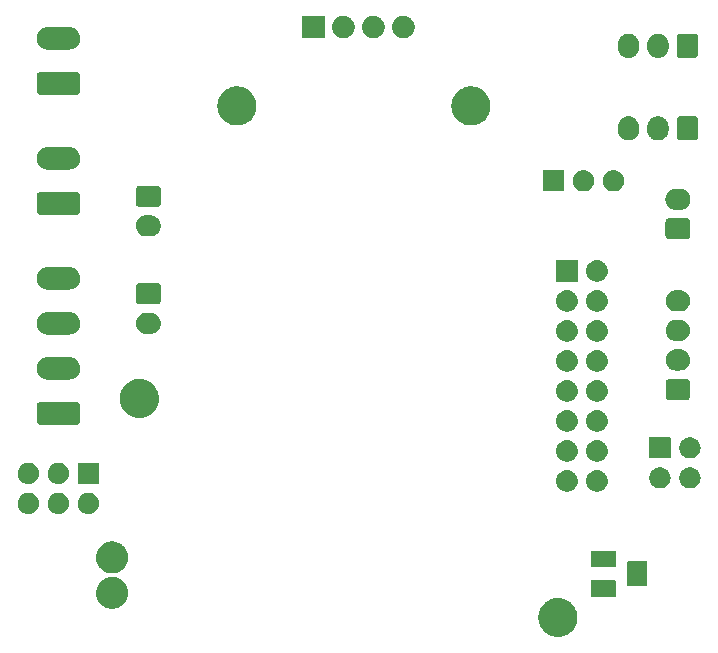
<source format=gbr>
G04 #@! TF.GenerationSoftware,KiCad,Pcbnew,(5.1.0-1252-g029b624e9)*
G04 #@! TF.CreationDate,2019-07-23T23:54:41+03:00*
G04 #@! TF.ProjectId,123,3132332e-6b69-4636-9164-5f7063625858,rev?*
G04 #@! TF.SameCoordinates,Original*
G04 #@! TF.FileFunction,Soldermask,Top*
G04 #@! TF.FilePolarity,Negative*
%FSLAX46Y46*%
G04 Gerber Fmt 4.6, Leading zero omitted, Abs format (unit mm)*
G04 Created by KiCad (PCBNEW (5.1.0-1252-g029b624e9)) date 2019-07-23 23:54:41*
%MOMM*%
%LPD*%
G04 APERTURE LIST*
%ADD10C,0.100000*%
G04 APERTURE END LIST*
D10*
G36*
X119199730Y-97536000D02*
G01*
X119255937Y-97536000D01*
X119326874Y-97547235D01*
X119393558Y-97553128D01*
X119450072Y-97566748D01*
X119512610Y-97576653D01*
X119574179Y-97596658D01*
X119632121Y-97610622D01*
X119692809Y-97635203D01*
X119759764Y-97656958D01*
X119811106Y-97683118D01*
X119859565Y-97702746D01*
X119922309Y-97739779D01*
X119991312Y-97774938D01*
X120032161Y-97804616D01*
X120070891Y-97827476D01*
X120133232Y-97878049D01*
X120201554Y-97927688D01*
X120232207Y-97958341D01*
X120261465Y-97982076D01*
X120320718Y-98046852D01*
X120385312Y-98111446D01*
X120406574Y-98140711D01*
X120427091Y-98163140D01*
X120480400Y-98242323D01*
X120538062Y-98321688D01*
X120551230Y-98347531D01*
X120564137Y-98366703D01*
X120608562Y-98460052D01*
X120656042Y-98553236D01*
X120662784Y-98573987D01*
X120669587Y-98588281D01*
X120702245Y-98695436D01*
X120736347Y-98800390D01*
X120738634Y-98814830D01*
X120741129Y-98823016D01*
X120759244Y-98944955D01*
X120777000Y-99057063D01*
X120777000Y-99316937D01*
X120768684Y-99369440D01*
X120767885Y-99398983D01*
X120750640Y-99483367D01*
X120736347Y-99573610D01*
X120725164Y-99608027D01*
X120719080Y-99637799D01*
X120686365Y-99727439D01*
X120656042Y-99820764D01*
X120642872Y-99846612D01*
X120634950Y-99868318D01*
X120585540Y-99959131D01*
X120538062Y-100052312D01*
X120525241Y-100069959D01*
X120517672Y-100083870D01*
X120450158Y-100173301D01*
X120385312Y-100262554D01*
X120374976Y-100272890D01*
X120369819Y-100279721D01*
X120281782Y-100366084D01*
X120201554Y-100446312D01*
X120195558Y-100450668D01*
X120194640Y-100451569D01*
X120019110Y-100578866D01*
X119991312Y-100599062D01*
X119890629Y-100650363D01*
X119778223Y-100708753D01*
X119771505Y-100711060D01*
X119759764Y-100717042D01*
X119653902Y-100751439D01*
X119546133Y-100788441D01*
X119531994Y-100791049D01*
X119512610Y-100797347D01*
X119408080Y-100813903D01*
X119304808Y-100832950D01*
X119283170Y-100833687D01*
X119255937Y-100838000D01*
X119156480Y-100838000D01*
X119059553Y-100841300D01*
X119030812Y-100838000D01*
X118996063Y-100838000D01*
X118904482Y-100823495D01*
X118815768Y-100813309D01*
X118780791Y-100803904D01*
X118739390Y-100797347D01*
X118657749Y-100770820D01*
X118578788Y-100749589D01*
X118538903Y-100732205D01*
X118492236Y-100717042D01*
X118421965Y-100681237D01*
X118353832Y-100651541D01*
X118310765Y-100624578D01*
X118260688Y-100599062D01*
X118202590Y-100556851D01*
X118145843Y-100521323D01*
X118101667Y-100483526D01*
X118050446Y-100446312D01*
X118004671Y-100400537D01*
X117959382Y-100361788D01*
X117916465Y-100312331D01*
X117866688Y-100262554D01*
X117832823Y-100215943D01*
X117798556Y-100176454D01*
X117759461Y-100114969D01*
X117713938Y-100052312D01*
X117691015Y-100007323D01*
X117666884Y-99969372D01*
X117634299Y-99896012D01*
X117595958Y-99820764D01*
X117582561Y-99779533D01*
X117567269Y-99745105D01*
X117543885Y-99660501D01*
X117515653Y-99573610D01*
X117509993Y-99537874D01*
X117501897Y-99508582D01*
X117490348Y-99413843D01*
X117475000Y-99316937D01*
X117475000Y-99287932D01*
X117472203Y-99264987D01*
X117475000Y-99161628D01*
X117475000Y-99057063D01*
X117478413Y-99035516D01*
X117478841Y-99019689D01*
X117498390Y-98909382D01*
X117515653Y-98800390D01*
X117520171Y-98786485D01*
X117521664Y-98778061D01*
X117560876Y-98661207D01*
X117595958Y-98553236D01*
X117599325Y-98546628D01*
X117599732Y-98545415D01*
X117697710Y-98353538D01*
X117713938Y-98321688D01*
X117780366Y-98230258D01*
X117854002Y-98127214D01*
X117858942Y-98122107D01*
X117866688Y-98111446D01*
X117945390Y-98032744D01*
X118024621Y-97950841D01*
X118036037Y-97942097D01*
X118050446Y-97927688D01*
X118136048Y-97865494D01*
X118219440Y-97801621D01*
X118238390Y-97791139D01*
X118260688Y-97774938D01*
X118349279Y-97729798D01*
X118434164Y-97682843D01*
X118461275Y-97672734D01*
X118492236Y-97656958D01*
X118580418Y-97628306D01*
X118664091Y-97597105D01*
X118699527Y-97589605D01*
X118739390Y-97576653D01*
X118824177Y-97563224D01*
X118904171Y-97546294D01*
X118947600Y-97543676D01*
X118996063Y-97536000D01*
X119074917Y-97536000D01*
X119149111Y-97531527D01*
X119199730Y-97536000D01*
X119199730Y-97536000D01*
G37*
G36*
X81477769Y-95760602D02*
G01*
X81560016Y-95764553D01*
X81590304Y-95771240D01*
X81618424Y-95773898D01*
X81700166Y-95795495D01*
X81783898Y-95813981D01*
X81809352Y-95824343D01*
X81833213Y-95830647D01*
X81913738Y-95866836D01*
X81996250Y-95900425D01*
X82016581Y-95913055D01*
X82035850Y-95921715D01*
X82112539Y-95972667D01*
X82191002Y-96021411D01*
X82206269Y-96034941D01*
X82220887Y-96044654D01*
X82291048Y-96110080D01*
X82362585Y-96173482D01*
X82373135Y-96186627D01*
X82383361Y-96196163D01*
X82444342Y-96275349D01*
X82506092Y-96352288D01*
X82512560Y-96363933D01*
X82518912Y-96372181D01*
X82568218Y-96464136D01*
X82617421Y-96552718D01*
X82620658Y-96561936D01*
X82623892Y-96567967D01*
X82659249Y-96671827D01*
X82693388Y-96769040D01*
X82694430Y-96775170D01*
X82695485Y-96778268D01*
X82714952Y-96895862D01*
X82731821Y-96995069D01*
X82729148Y-97250254D01*
X82724741Y-97273250D01*
X82724405Y-97286979D01*
X82704180Y-97380521D01*
X82685990Y-97475429D01*
X82680487Y-97490110D01*
X82677783Y-97502614D01*
X82640462Y-97596877D01*
X82605510Y-97690112D01*
X82599398Y-97700592D01*
X82596002Y-97709170D01*
X82541410Y-97800026D01*
X82490008Y-97888166D01*
X82484495Y-97894748D01*
X82481583Y-97899594D01*
X82409006Y-97984872D01*
X82342788Y-98063928D01*
X82338948Y-98067190D01*
X82337596Y-98068779D01*
X82239801Y-98151421D01*
X82168058Y-98212372D01*
X82086922Y-98260452D01*
X81977089Y-98325925D01*
X81975151Y-98326684D01*
X81970815Y-98329254D01*
X81874501Y-98366129D01*
X81770252Y-98406984D01*
X81764721Y-98408160D01*
X81756699Y-98411231D01*
X81656526Y-98431157D01*
X81552940Y-98453174D01*
X81543736Y-98453592D01*
X81531831Y-98455960D01*
X81432259Y-98458654D01*
X81331021Y-98463252D01*
X81318322Y-98461738D01*
X81302642Y-98462162D01*
X81206933Y-98448455D01*
X81110421Y-98436947D01*
X81094718Y-98432385D01*
X81075684Y-98429659D01*
X80986677Y-98400996D01*
X80897083Y-98374967D01*
X80879116Y-98366359D01*
X80857448Y-98359381D01*
X80777460Y-98317653D01*
X80696735Y-98278976D01*
X80677492Y-98265502D01*
X80654173Y-98253337D01*
X80585036Y-98200764D01*
X80514758Y-98151555D01*
X80495422Y-98132620D01*
X80471671Y-98114559D01*
X80414682Y-98053553D01*
X80356028Y-97996114D01*
X80337943Y-97971404D01*
X80315161Y-97947016D01*
X80271153Y-97880148D01*
X80224821Y-97816843D01*
X80209403Y-97786320D01*
X80189118Y-97755498D01*
X80158391Y-97685334D01*
X80124657Y-97618552D01*
X80113365Y-97582518D01*
X80097145Y-97545481D01*
X80079511Y-97474491D01*
X80058223Y-97406561D01*
X80052471Y-97365637D01*
X80041873Y-97322970D01*
X80036709Y-97253483D01*
X80027304Y-97186561D01*
X80028401Y-97141680D01*
X80024882Y-97094327D01*
X80031169Y-97028436D01*
X80032732Y-96964469D01*
X80041814Y-96916856D01*
X80046658Y-96866091D01*
X80063040Y-96805586D01*
X80074359Y-96746250D01*
X80092333Y-96697399D01*
X80106578Y-96644786D01*
X80131449Y-96591083D01*
X80151071Y-96537752D01*
X80178550Y-96489380D01*
X80202928Y-96436742D01*
X80234500Y-96390890D01*
X80260804Y-96344587D01*
X80298073Y-96298564D01*
X80332955Y-96247905D01*
X80369351Y-96210543D01*
X80400609Y-96171943D01*
X80447570Y-96130248D01*
X80492939Y-96083676D01*
X80532271Y-96055047D01*
X80566741Y-96024443D01*
X80622927Y-95989061D01*
X80678307Y-95948751D01*
X80718741Y-95928723D01*
X80754727Y-95906062D01*
X80819263Y-95878934D01*
X80883759Y-95846988D01*
X80923615Y-95835068D01*
X80959528Y-95819972D01*
X81031135Y-95802913D01*
X81103419Y-95781295D01*
X81141215Y-95776688D01*
X81175634Y-95768488D01*
X81252676Y-95763101D01*
X81331007Y-95753553D01*
X81365523Y-95755211D01*
X81397258Y-95752992D01*
X81477769Y-95760602D01*
X81477769Y-95760602D01*
G37*
G36*
X123976899Y-96055959D02*
G01*
X123993769Y-96067231D01*
X124005041Y-96084101D01*
X124011448Y-96116312D01*
X124011448Y-97391688D01*
X124008999Y-97404000D01*
X124005041Y-97423899D01*
X123993769Y-97440769D01*
X123976899Y-97452041D01*
X123957000Y-97455999D01*
X123944688Y-97458448D01*
X121969312Y-97458448D01*
X121937101Y-97452041D01*
X121920231Y-97440769D01*
X121908959Y-97423899D01*
X121902552Y-97391688D01*
X121902552Y-96116312D01*
X121908959Y-96084101D01*
X121920231Y-96067231D01*
X121937101Y-96055959D01*
X121969312Y-96049552D01*
X123944688Y-96049552D01*
X123976899Y-96055959D01*
X123976899Y-96055959D01*
G37*
G36*
X126676899Y-94455959D02*
G01*
X126693769Y-94467231D01*
X126705041Y-94484101D01*
X126711448Y-94516312D01*
X126711448Y-96491688D01*
X126708999Y-96504000D01*
X126705041Y-96523899D01*
X126693769Y-96540769D01*
X126676899Y-96552041D01*
X126657000Y-96555999D01*
X126644688Y-96558448D01*
X125069312Y-96558448D01*
X125037101Y-96552041D01*
X125020231Y-96540769D01*
X125008959Y-96523899D01*
X125002552Y-96491688D01*
X125002552Y-94516312D01*
X125008959Y-94484101D01*
X125020231Y-94467231D01*
X125037101Y-94455959D01*
X125069312Y-94449552D01*
X126644688Y-94449552D01*
X126676899Y-94455959D01*
X126676899Y-94455959D01*
G37*
G36*
X81477769Y-92760602D02*
G01*
X81560016Y-92764553D01*
X81590304Y-92771240D01*
X81618424Y-92773898D01*
X81700166Y-92795495D01*
X81783898Y-92813981D01*
X81809352Y-92824343D01*
X81833213Y-92830647D01*
X81913738Y-92866836D01*
X81996250Y-92900425D01*
X82016581Y-92913055D01*
X82035850Y-92921715D01*
X82112539Y-92972667D01*
X82191002Y-93021411D01*
X82206269Y-93034941D01*
X82220887Y-93044654D01*
X82291048Y-93110080D01*
X82362585Y-93173482D01*
X82373135Y-93186627D01*
X82383361Y-93196163D01*
X82444342Y-93275349D01*
X82506092Y-93352288D01*
X82512560Y-93363933D01*
X82518912Y-93372181D01*
X82568218Y-93464136D01*
X82617421Y-93552718D01*
X82620658Y-93561936D01*
X82623892Y-93567967D01*
X82659249Y-93671827D01*
X82693388Y-93769040D01*
X82694430Y-93775170D01*
X82695485Y-93778268D01*
X82714952Y-93895862D01*
X82731821Y-93995069D01*
X82729148Y-94250254D01*
X82724741Y-94273250D01*
X82724405Y-94286979D01*
X82704180Y-94380521D01*
X82685990Y-94475429D01*
X82680487Y-94490110D01*
X82677783Y-94502614D01*
X82640462Y-94596877D01*
X82605510Y-94690112D01*
X82599398Y-94700592D01*
X82596002Y-94709170D01*
X82541410Y-94800026D01*
X82490008Y-94888166D01*
X82484495Y-94894748D01*
X82481583Y-94899594D01*
X82409006Y-94984872D01*
X82342788Y-95063928D01*
X82338948Y-95067190D01*
X82337596Y-95068779D01*
X82239801Y-95151421D01*
X82168058Y-95212372D01*
X82086922Y-95260452D01*
X81977089Y-95325925D01*
X81975151Y-95326684D01*
X81970815Y-95329254D01*
X81874501Y-95366129D01*
X81770252Y-95406984D01*
X81764721Y-95408160D01*
X81756699Y-95411231D01*
X81656526Y-95431157D01*
X81552940Y-95453174D01*
X81543736Y-95453592D01*
X81531831Y-95455960D01*
X81432259Y-95458654D01*
X81331021Y-95463252D01*
X81318322Y-95461738D01*
X81302642Y-95462162D01*
X81206933Y-95448455D01*
X81110421Y-95436947D01*
X81094718Y-95432385D01*
X81075684Y-95429659D01*
X80986677Y-95400996D01*
X80897083Y-95374967D01*
X80879116Y-95366359D01*
X80857448Y-95359381D01*
X80777460Y-95317653D01*
X80696735Y-95278976D01*
X80677492Y-95265502D01*
X80654173Y-95253337D01*
X80585036Y-95200764D01*
X80514758Y-95151555D01*
X80495422Y-95132620D01*
X80471671Y-95114559D01*
X80414682Y-95053553D01*
X80356028Y-94996114D01*
X80337943Y-94971404D01*
X80315161Y-94947016D01*
X80271153Y-94880148D01*
X80224821Y-94816843D01*
X80209403Y-94786320D01*
X80189118Y-94755498D01*
X80158391Y-94685334D01*
X80124657Y-94618552D01*
X80113365Y-94582518D01*
X80097145Y-94545481D01*
X80079511Y-94474491D01*
X80058223Y-94406561D01*
X80052471Y-94365637D01*
X80041873Y-94322970D01*
X80036709Y-94253483D01*
X80027304Y-94186561D01*
X80028401Y-94141680D01*
X80024882Y-94094327D01*
X80031169Y-94028436D01*
X80032732Y-93964469D01*
X80041814Y-93916856D01*
X80046658Y-93866091D01*
X80063040Y-93805586D01*
X80074359Y-93746250D01*
X80092333Y-93697399D01*
X80106578Y-93644786D01*
X80131449Y-93591083D01*
X80151071Y-93537752D01*
X80178550Y-93489380D01*
X80202928Y-93436742D01*
X80234500Y-93390890D01*
X80260804Y-93344587D01*
X80298073Y-93298564D01*
X80332955Y-93247905D01*
X80369351Y-93210543D01*
X80400609Y-93171943D01*
X80447570Y-93130248D01*
X80492939Y-93083676D01*
X80532271Y-93055047D01*
X80566741Y-93024443D01*
X80622927Y-92989061D01*
X80678307Y-92948751D01*
X80718741Y-92928723D01*
X80754727Y-92906062D01*
X80819263Y-92878934D01*
X80883759Y-92846988D01*
X80923615Y-92835068D01*
X80959528Y-92819972D01*
X81031135Y-92802913D01*
X81103419Y-92781295D01*
X81141215Y-92776688D01*
X81175634Y-92768488D01*
X81252676Y-92763101D01*
X81331007Y-92753553D01*
X81365523Y-92755211D01*
X81397258Y-92752992D01*
X81477769Y-92760602D01*
X81477769Y-92760602D01*
G37*
G36*
X123976899Y-93555959D02*
G01*
X123993769Y-93567231D01*
X124005041Y-93584101D01*
X124011448Y-93616312D01*
X124011448Y-94891688D01*
X124008999Y-94904000D01*
X124005041Y-94923899D01*
X123993769Y-94940769D01*
X123976899Y-94952041D01*
X123957000Y-94955999D01*
X123944688Y-94958448D01*
X121969312Y-94958448D01*
X121937101Y-94952041D01*
X121920231Y-94940769D01*
X121908959Y-94923899D01*
X121902552Y-94891688D01*
X121902552Y-93616312D01*
X121908959Y-93584101D01*
X121920231Y-93567231D01*
X121937101Y-93555959D01*
X121969312Y-93549552D01*
X123944688Y-93549552D01*
X123976899Y-93555959D01*
X123976899Y-93555959D01*
G37*
G36*
X74483360Y-88648835D02*
G01*
X74564397Y-88675166D01*
X74651663Y-88702848D01*
X74654655Y-88704493D01*
X74663488Y-88707363D01*
X74735466Y-88748919D01*
X74806499Y-88787970D01*
X74813986Y-88794253D01*
X74827511Y-88802061D01*
X74885259Y-88854057D01*
X74941857Y-88901549D01*
X74951962Y-88914118D01*
X74968261Y-88928793D01*
X75010454Y-88986867D01*
X75052579Y-89039260D01*
X75062994Y-89059182D01*
X75079586Y-89082019D01*
X75106297Y-89142012D01*
X75134439Y-89195843D01*
X75142582Y-89223510D01*
X75156621Y-89255042D01*
X75168992Y-89313241D01*
X75184328Y-89365349D01*
X75187518Y-89400401D01*
X75195999Y-89440301D01*
X75195999Y-89493592D01*
X75200343Y-89541324D01*
X75195999Y-89582653D01*
X75195999Y-89629699D01*
X75186217Y-89675721D01*
X75181873Y-89717047D01*
X75167702Y-89762827D01*
X75156621Y-89814958D01*
X75140028Y-89852226D01*
X75129622Y-89885843D01*
X75103789Y-89933620D01*
X75079586Y-89987981D01*
X75059298Y-90015905D01*
X75045580Y-90041276D01*
X75006859Y-90088082D01*
X74968261Y-90141207D01*
X74947284Y-90160095D01*
X74932952Y-90177419D01*
X74880845Y-90219917D01*
X74827511Y-90267939D01*
X74808524Y-90278901D01*
X74796025Y-90289095D01*
X74730780Y-90323786D01*
X74663488Y-90362637D01*
X74648636Y-90367463D01*
X74640003Y-90372053D01*
X74562430Y-90395473D01*
X74483360Y-90421165D01*
X74474114Y-90422137D01*
X74470851Y-90423122D01*
X74379710Y-90432059D01*
X74342211Y-90436000D01*
X74247789Y-90436000D01*
X74106640Y-90421165D01*
X74025603Y-90394834D01*
X73938337Y-90367152D01*
X73935345Y-90365507D01*
X73926512Y-90362637D01*
X73854534Y-90321081D01*
X73783501Y-90282030D01*
X73776014Y-90275747D01*
X73762489Y-90267939D01*
X73704741Y-90215943D01*
X73648143Y-90168451D01*
X73638038Y-90155882D01*
X73621739Y-90141207D01*
X73579546Y-90083133D01*
X73537421Y-90030740D01*
X73527006Y-90010818D01*
X73510414Y-89987981D01*
X73483703Y-89927988D01*
X73455561Y-89874157D01*
X73447418Y-89846490D01*
X73433379Y-89814958D01*
X73421008Y-89756759D01*
X73405672Y-89704651D01*
X73402482Y-89669599D01*
X73394001Y-89629699D01*
X73394001Y-89576408D01*
X73389657Y-89528676D01*
X73394001Y-89487347D01*
X73394001Y-89440301D01*
X73403783Y-89394279D01*
X73408127Y-89352953D01*
X73422298Y-89307173D01*
X73433379Y-89255042D01*
X73449972Y-89217774D01*
X73460378Y-89184157D01*
X73486211Y-89136380D01*
X73510414Y-89082019D01*
X73530702Y-89054095D01*
X73544420Y-89028724D01*
X73583141Y-88981918D01*
X73621739Y-88928793D01*
X73642716Y-88909905D01*
X73657048Y-88892581D01*
X73709155Y-88850083D01*
X73762489Y-88802061D01*
X73781476Y-88791099D01*
X73793975Y-88780905D01*
X73859220Y-88746214D01*
X73926512Y-88707363D01*
X73941364Y-88702537D01*
X73949997Y-88697947D01*
X74027570Y-88674527D01*
X74106640Y-88648835D01*
X74115886Y-88647863D01*
X74119149Y-88646878D01*
X74210290Y-88637941D01*
X74247789Y-88634000D01*
X74342211Y-88634000D01*
X74483360Y-88648835D01*
X74483360Y-88648835D01*
G37*
G36*
X77023360Y-88648835D02*
G01*
X77104397Y-88675166D01*
X77191663Y-88702848D01*
X77194655Y-88704493D01*
X77203488Y-88707363D01*
X77275466Y-88748919D01*
X77346499Y-88787970D01*
X77353986Y-88794253D01*
X77367511Y-88802061D01*
X77425259Y-88854057D01*
X77481857Y-88901549D01*
X77491962Y-88914118D01*
X77508261Y-88928793D01*
X77550454Y-88986867D01*
X77592579Y-89039260D01*
X77602994Y-89059182D01*
X77619586Y-89082019D01*
X77646297Y-89142012D01*
X77674439Y-89195843D01*
X77682582Y-89223510D01*
X77696621Y-89255042D01*
X77708992Y-89313241D01*
X77724328Y-89365349D01*
X77727518Y-89400401D01*
X77735999Y-89440301D01*
X77735999Y-89493592D01*
X77740343Y-89541324D01*
X77735999Y-89582653D01*
X77735999Y-89629699D01*
X77726217Y-89675721D01*
X77721873Y-89717047D01*
X77707702Y-89762827D01*
X77696621Y-89814958D01*
X77680028Y-89852226D01*
X77669622Y-89885843D01*
X77643789Y-89933620D01*
X77619586Y-89987981D01*
X77599298Y-90015905D01*
X77585580Y-90041276D01*
X77546859Y-90088082D01*
X77508261Y-90141207D01*
X77487284Y-90160095D01*
X77472952Y-90177419D01*
X77420845Y-90219917D01*
X77367511Y-90267939D01*
X77348524Y-90278901D01*
X77336025Y-90289095D01*
X77270780Y-90323786D01*
X77203488Y-90362637D01*
X77188636Y-90367463D01*
X77180003Y-90372053D01*
X77102430Y-90395473D01*
X77023360Y-90421165D01*
X77014114Y-90422137D01*
X77010851Y-90423122D01*
X76919710Y-90432059D01*
X76882211Y-90436000D01*
X76787789Y-90436000D01*
X76646640Y-90421165D01*
X76565603Y-90394834D01*
X76478337Y-90367152D01*
X76475345Y-90365507D01*
X76466512Y-90362637D01*
X76394534Y-90321081D01*
X76323501Y-90282030D01*
X76316014Y-90275747D01*
X76302489Y-90267939D01*
X76244741Y-90215943D01*
X76188143Y-90168451D01*
X76178038Y-90155882D01*
X76161739Y-90141207D01*
X76119546Y-90083133D01*
X76077421Y-90030740D01*
X76067006Y-90010818D01*
X76050414Y-89987981D01*
X76023703Y-89927988D01*
X75995561Y-89874157D01*
X75987418Y-89846490D01*
X75973379Y-89814958D01*
X75961008Y-89756759D01*
X75945672Y-89704651D01*
X75942482Y-89669599D01*
X75934001Y-89629699D01*
X75934001Y-89576408D01*
X75929657Y-89528676D01*
X75934001Y-89487347D01*
X75934001Y-89440301D01*
X75943783Y-89394279D01*
X75948127Y-89352953D01*
X75962298Y-89307173D01*
X75973379Y-89255042D01*
X75989972Y-89217774D01*
X76000378Y-89184157D01*
X76026211Y-89136380D01*
X76050414Y-89082019D01*
X76070702Y-89054095D01*
X76084420Y-89028724D01*
X76123141Y-88981918D01*
X76161739Y-88928793D01*
X76182716Y-88909905D01*
X76197048Y-88892581D01*
X76249155Y-88850083D01*
X76302489Y-88802061D01*
X76321476Y-88791099D01*
X76333975Y-88780905D01*
X76399220Y-88746214D01*
X76466512Y-88707363D01*
X76481364Y-88702537D01*
X76489997Y-88697947D01*
X76567570Y-88674527D01*
X76646640Y-88648835D01*
X76655886Y-88647863D01*
X76659149Y-88646878D01*
X76750290Y-88637941D01*
X76787789Y-88634000D01*
X76882211Y-88634000D01*
X77023360Y-88648835D01*
X77023360Y-88648835D01*
G37*
G36*
X79563360Y-88648835D02*
G01*
X79644397Y-88675166D01*
X79731663Y-88702848D01*
X79734655Y-88704493D01*
X79743488Y-88707363D01*
X79815466Y-88748919D01*
X79886499Y-88787970D01*
X79893986Y-88794253D01*
X79907511Y-88802061D01*
X79965259Y-88854057D01*
X80021857Y-88901549D01*
X80031962Y-88914118D01*
X80048261Y-88928793D01*
X80090454Y-88986867D01*
X80132579Y-89039260D01*
X80142994Y-89059182D01*
X80159586Y-89082019D01*
X80186297Y-89142012D01*
X80214439Y-89195843D01*
X80222582Y-89223510D01*
X80236621Y-89255042D01*
X80248992Y-89313241D01*
X80264328Y-89365349D01*
X80267518Y-89400401D01*
X80275999Y-89440301D01*
X80275999Y-89493592D01*
X80280343Y-89541324D01*
X80275999Y-89582653D01*
X80275999Y-89629699D01*
X80266217Y-89675721D01*
X80261873Y-89717047D01*
X80247702Y-89762827D01*
X80236621Y-89814958D01*
X80220028Y-89852226D01*
X80209622Y-89885843D01*
X80183789Y-89933620D01*
X80159586Y-89987981D01*
X80139298Y-90015905D01*
X80125580Y-90041276D01*
X80086859Y-90088082D01*
X80048261Y-90141207D01*
X80027284Y-90160095D01*
X80012952Y-90177419D01*
X79960845Y-90219917D01*
X79907511Y-90267939D01*
X79888524Y-90278901D01*
X79876025Y-90289095D01*
X79810780Y-90323786D01*
X79743488Y-90362637D01*
X79728636Y-90367463D01*
X79720003Y-90372053D01*
X79642430Y-90395473D01*
X79563360Y-90421165D01*
X79554114Y-90422137D01*
X79550851Y-90423122D01*
X79459710Y-90432059D01*
X79422211Y-90436000D01*
X79327789Y-90436000D01*
X79186640Y-90421165D01*
X79105603Y-90394834D01*
X79018337Y-90367152D01*
X79015345Y-90365507D01*
X79006512Y-90362637D01*
X78934534Y-90321081D01*
X78863501Y-90282030D01*
X78856014Y-90275747D01*
X78842489Y-90267939D01*
X78784741Y-90215943D01*
X78728143Y-90168451D01*
X78718038Y-90155882D01*
X78701739Y-90141207D01*
X78659546Y-90083133D01*
X78617421Y-90030740D01*
X78607006Y-90010818D01*
X78590414Y-89987981D01*
X78563703Y-89927988D01*
X78535561Y-89874157D01*
X78527418Y-89846490D01*
X78513379Y-89814958D01*
X78501008Y-89756759D01*
X78485672Y-89704651D01*
X78482482Y-89669599D01*
X78474001Y-89629699D01*
X78474001Y-89576408D01*
X78469657Y-89528676D01*
X78474001Y-89487347D01*
X78474001Y-89440301D01*
X78483783Y-89394279D01*
X78488127Y-89352953D01*
X78502298Y-89307173D01*
X78513379Y-89255042D01*
X78529972Y-89217774D01*
X78540378Y-89184157D01*
X78566211Y-89136380D01*
X78590414Y-89082019D01*
X78610702Y-89054095D01*
X78624420Y-89028724D01*
X78663141Y-88981918D01*
X78701739Y-88928793D01*
X78722716Y-88909905D01*
X78737048Y-88892581D01*
X78789155Y-88850083D01*
X78842489Y-88802061D01*
X78861476Y-88791099D01*
X78873975Y-88780905D01*
X78939220Y-88746214D01*
X79006512Y-88707363D01*
X79021364Y-88702537D01*
X79029997Y-88697947D01*
X79107570Y-88674527D01*
X79186640Y-88648835D01*
X79195886Y-88647863D01*
X79199149Y-88646878D01*
X79290290Y-88637941D01*
X79327789Y-88634000D01*
X79422211Y-88634000D01*
X79563360Y-88648835D01*
X79563360Y-88648835D01*
G37*
G36*
X120079203Y-86730459D02*
G01*
X120161535Y-86757211D01*
X120250046Y-86785288D01*
X120253078Y-86786955D01*
X120262050Y-86789870D01*
X120335139Y-86832068D01*
X120407223Y-86871696D01*
X120414824Y-86878074D01*
X120428549Y-86885998D01*
X120487143Y-86938757D01*
X120544622Y-86986987D01*
X120554886Y-86999753D01*
X120571423Y-87014643D01*
X120614242Y-87073577D01*
X120657012Y-87126774D01*
X120667585Y-87146999D01*
X120684429Y-87170182D01*
X120711543Y-87231082D01*
X120740110Y-87285724D01*
X120748376Y-87313808D01*
X120762627Y-87345817D01*
X120775184Y-87404893D01*
X120790752Y-87457788D01*
X120793990Y-87493370D01*
X120802599Y-87533872D01*
X120802599Y-87587971D01*
X120807008Y-87636420D01*
X120802599Y-87678369D01*
X120802599Y-87726128D01*
X120792669Y-87772844D01*
X120788260Y-87814795D01*
X120773874Y-87861268D01*
X120762627Y-87914183D01*
X120745785Y-87952011D01*
X120735220Y-87986141D01*
X120708994Y-88034645D01*
X120684429Y-88089819D01*
X120663837Y-88118161D01*
X120649913Y-88143913D01*
X120610606Y-88191426D01*
X120571423Y-88245357D01*
X120550129Y-88264531D01*
X120535579Y-88282118D01*
X120482686Y-88325257D01*
X120428549Y-88374002D01*
X120409273Y-88385131D01*
X120396585Y-88395479D01*
X120330351Y-88430697D01*
X120262050Y-88470130D01*
X120246977Y-88475027D01*
X120238214Y-88479687D01*
X120159447Y-88503468D01*
X120079203Y-88529541D01*
X120069823Y-88530527D01*
X120066507Y-88531528D01*
X119973945Y-88540604D01*
X119935924Y-88544600D01*
X119840076Y-88544600D01*
X119696797Y-88529541D01*
X119614465Y-88502789D01*
X119525954Y-88474712D01*
X119522922Y-88473045D01*
X119513950Y-88470130D01*
X119440861Y-88427932D01*
X119368777Y-88388304D01*
X119361176Y-88381926D01*
X119347451Y-88374002D01*
X119288857Y-88321243D01*
X119231378Y-88273013D01*
X119221114Y-88260247D01*
X119204577Y-88245357D01*
X119161758Y-88186423D01*
X119118988Y-88133226D01*
X119108415Y-88113001D01*
X119091571Y-88089818D01*
X119064457Y-88028918D01*
X119035890Y-87974276D01*
X119027624Y-87946192D01*
X119013373Y-87914183D01*
X119000816Y-87855107D01*
X118985248Y-87802212D01*
X118982010Y-87766630D01*
X118973401Y-87726128D01*
X118973401Y-87672029D01*
X118968992Y-87623580D01*
X118973401Y-87581631D01*
X118973401Y-87533872D01*
X118983331Y-87487156D01*
X118987740Y-87445205D01*
X119002126Y-87398732D01*
X119013373Y-87345817D01*
X119030215Y-87307989D01*
X119040780Y-87273859D01*
X119067006Y-87225355D01*
X119091571Y-87170181D01*
X119112163Y-87141839D01*
X119126087Y-87116087D01*
X119165394Y-87068574D01*
X119204577Y-87014643D01*
X119225871Y-86995469D01*
X119240421Y-86977882D01*
X119293314Y-86934743D01*
X119347451Y-86885998D01*
X119366727Y-86874869D01*
X119379415Y-86864521D01*
X119445649Y-86829303D01*
X119513950Y-86789870D01*
X119529023Y-86784973D01*
X119537786Y-86780313D01*
X119616553Y-86756532D01*
X119696797Y-86730459D01*
X119706177Y-86729473D01*
X119709493Y-86728472D01*
X119802055Y-86719396D01*
X119840076Y-86715400D01*
X119935924Y-86715400D01*
X120079203Y-86730459D01*
X120079203Y-86730459D01*
G37*
G36*
X122619203Y-86730459D02*
G01*
X122701535Y-86757211D01*
X122790046Y-86785288D01*
X122793078Y-86786955D01*
X122802050Y-86789870D01*
X122875139Y-86832068D01*
X122947223Y-86871696D01*
X122954824Y-86878074D01*
X122968549Y-86885998D01*
X123027143Y-86938757D01*
X123084622Y-86986987D01*
X123094886Y-86999753D01*
X123111423Y-87014643D01*
X123154242Y-87073577D01*
X123197012Y-87126774D01*
X123207585Y-87146999D01*
X123224429Y-87170182D01*
X123251543Y-87231082D01*
X123280110Y-87285724D01*
X123288376Y-87313808D01*
X123302627Y-87345817D01*
X123315184Y-87404893D01*
X123330752Y-87457788D01*
X123333990Y-87493370D01*
X123342599Y-87533872D01*
X123342599Y-87587971D01*
X123347008Y-87636420D01*
X123342599Y-87678369D01*
X123342599Y-87726128D01*
X123332669Y-87772844D01*
X123328260Y-87814795D01*
X123313874Y-87861268D01*
X123302627Y-87914183D01*
X123285785Y-87952011D01*
X123275220Y-87986141D01*
X123248994Y-88034645D01*
X123224429Y-88089819D01*
X123203837Y-88118161D01*
X123189913Y-88143913D01*
X123150606Y-88191426D01*
X123111423Y-88245357D01*
X123090129Y-88264531D01*
X123075579Y-88282118D01*
X123022686Y-88325257D01*
X122968549Y-88374002D01*
X122949273Y-88385131D01*
X122936585Y-88395479D01*
X122870351Y-88430697D01*
X122802050Y-88470130D01*
X122786977Y-88475027D01*
X122778214Y-88479687D01*
X122699447Y-88503468D01*
X122619203Y-88529541D01*
X122609823Y-88530527D01*
X122606507Y-88531528D01*
X122513945Y-88540604D01*
X122475924Y-88544600D01*
X122380076Y-88544600D01*
X122236797Y-88529541D01*
X122154465Y-88502789D01*
X122065954Y-88474712D01*
X122062922Y-88473045D01*
X122053950Y-88470130D01*
X121980861Y-88427932D01*
X121908777Y-88388304D01*
X121901176Y-88381926D01*
X121887451Y-88374002D01*
X121828857Y-88321243D01*
X121771378Y-88273013D01*
X121761114Y-88260247D01*
X121744577Y-88245357D01*
X121701758Y-88186423D01*
X121658988Y-88133226D01*
X121648415Y-88113001D01*
X121631571Y-88089818D01*
X121604457Y-88028918D01*
X121575890Y-87974276D01*
X121567624Y-87946192D01*
X121553373Y-87914183D01*
X121540816Y-87855107D01*
X121525248Y-87802212D01*
X121522010Y-87766630D01*
X121513401Y-87726128D01*
X121513401Y-87672029D01*
X121508992Y-87623580D01*
X121513401Y-87581631D01*
X121513401Y-87533872D01*
X121523331Y-87487156D01*
X121527740Y-87445205D01*
X121542126Y-87398732D01*
X121553373Y-87345817D01*
X121570215Y-87307989D01*
X121580780Y-87273859D01*
X121607006Y-87225355D01*
X121631571Y-87170181D01*
X121652163Y-87141839D01*
X121666087Y-87116087D01*
X121705394Y-87068574D01*
X121744577Y-87014643D01*
X121765871Y-86995469D01*
X121780421Y-86977882D01*
X121833314Y-86934743D01*
X121887451Y-86885998D01*
X121906727Y-86874869D01*
X121919415Y-86864521D01*
X121985649Y-86829303D01*
X122053950Y-86789870D01*
X122069023Y-86784973D01*
X122077786Y-86780313D01*
X122156553Y-86756532D01*
X122236797Y-86730459D01*
X122246177Y-86729473D01*
X122249493Y-86728472D01*
X122342055Y-86719396D01*
X122380076Y-86715400D01*
X122475924Y-86715400D01*
X122619203Y-86730459D01*
X122619203Y-86730459D01*
G37*
G36*
X130490360Y-86489835D02*
G01*
X130571397Y-86516166D01*
X130658663Y-86543848D01*
X130661655Y-86545493D01*
X130670488Y-86548363D01*
X130742466Y-86589919D01*
X130813499Y-86628970D01*
X130820986Y-86635253D01*
X130834511Y-86643061D01*
X130892259Y-86695057D01*
X130948857Y-86742549D01*
X130958962Y-86755118D01*
X130975261Y-86769793D01*
X131017454Y-86827867D01*
X131059579Y-86880260D01*
X131069994Y-86900182D01*
X131086586Y-86923019D01*
X131113297Y-86983012D01*
X131141439Y-87036843D01*
X131149582Y-87064510D01*
X131163621Y-87096042D01*
X131175992Y-87154241D01*
X131191328Y-87206349D01*
X131194518Y-87241401D01*
X131202999Y-87281301D01*
X131202999Y-87334592D01*
X131207343Y-87382324D01*
X131202999Y-87423653D01*
X131202999Y-87470699D01*
X131193217Y-87516721D01*
X131188873Y-87558047D01*
X131174702Y-87603827D01*
X131163621Y-87655958D01*
X131147028Y-87693226D01*
X131136622Y-87726843D01*
X131110789Y-87774620D01*
X131086586Y-87828981D01*
X131066298Y-87856905D01*
X131052580Y-87882276D01*
X131013859Y-87929082D01*
X130975261Y-87982207D01*
X130954284Y-88001095D01*
X130939952Y-88018419D01*
X130887845Y-88060917D01*
X130834511Y-88108939D01*
X130815524Y-88119901D01*
X130803025Y-88130095D01*
X130737780Y-88164786D01*
X130670488Y-88203637D01*
X130655636Y-88208463D01*
X130647003Y-88213053D01*
X130569430Y-88236473D01*
X130490360Y-88262165D01*
X130481114Y-88263137D01*
X130477851Y-88264122D01*
X130386710Y-88273059D01*
X130349211Y-88277000D01*
X130254789Y-88277000D01*
X130113640Y-88262165D01*
X130032603Y-88235834D01*
X129945337Y-88208152D01*
X129942345Y-88206507D01*
X129933512Y-88203637D01*
X129861534Y-88162081D01*
X129790501Y-88123030D01*
X129783014Y-88116747D01*
X129769489Y-88108939D01*
X129711741Y-88056943D01*
X129655143Y-88009451D01*
X129645038Y-87996882D01*
X129628739Y-87982207D01*
X129586546Y-87924133D01*
X129544421Y-87871740D01*
X129534006Y-87851818D01*
X129517414Y-87828981D01*
X129490703Y-87768988D01*
X129462561Y-87715157D01*
X129454418Y-87687490D01*
X129440379Y-87655958D01*
X129428008Y-87597759D01*
X129412672Y-87545651D01*
X129409482Y-87510599D01*
X129401001Y-87470699D01*
X129401001Y-87417408D01*
X129396657Y-87369676D01*
X129401001Y-87328347D01*
X129401001Y-87281301D01*
X129410783Y-87235279D01*
X129415127Y-87193953D01*
X129429298Y-87148173D01*
X129440379Y-87096042D01*
X129456972Y-87058774D01*
X129467378Y-87025157D01*
X129493211Y-86977380D01*
X129517414Y-86923019D01*
X129537702Y-86895095D01*
X129551420Y-86869724D01*
X129590141Y-86822918D01*
X129628739Y-86769793D01*
X129649716Y-86750905D01*
X129664048Y-86733581D01*
X129716155Y-86691083D01*
X129769489Y-86643061D01*
X129788476Y-86632099D01*
X129800975Y-86621905D01*
X129866220Y-86587214D01*
X129933512Y-86548363D01*
X129948364Y-86543537D01*
X129956997Y-86538947D01*
X130034570Y-86515527D01*
X130113640Y-86489835D01*
X130122886Y-86488863D01*
X130126149Y-86487878D01*
X130217290Y-86478941D01*
X130254789Y-86475000D01*
X130349211Y-86475000D01*
X130490360Y-86489835D01*
X130490360Y-86489835D01*
G37*
G36*
X127950360Y-86489835D02*
G01*
X128031397Y-86516166D01*
X128118663Y-86543848D01*
X128121655Y-86545493D01*
X128130488Y-86548363D01*
X128202466Y-86589919D01*
X128273499Y-86628970D01*
X128280986Y-86635253D01*
X128294511Y-86643061D01*
X128352259Y-86695057D01*
X128408857Y-86742549D01*
X128418962Y-86755118D01*
X128435261Y-86769793D01*
X128477454Y-86827867D01*
X128519579Y-86880260D01*
X128529994Y-86900182D01*
X128546586Y-86923019D01*
X128573297Y-86983012D01*
X128601439Y-87036843D01*
X128609582Y-87064510D01*
X128623621Y-87096042D01*
X128635992Y-87154241D01*
X128651328Y-87206349D01*
X128654518Y-87241401D01*
X128662999Y-87281301D01*
X128662999Y-87334592D01*
X128667343Y-87382324D01*
X128662999Y-87423653D01*
X128662999Y-87470699D01*
X128653217Y-87516721D01*
X128648873Y-87558047D01*
X128634702Y-87603827D01*
X128623621Y-87655958D01*
X128607028Y-87693226D01*
X128596622Y-87726843D01*
X128570789Y-87774620D01*
X128546586Y-87828981D01*
X128526298Y-87856905D01*
X128512580Y-87882276D01*
X128473859Y-87929082D01*
X128435261Y-87982207D01*
X128414284Y-88001095D01*
X128399952Y-88018419D01*
X128347845Y-88060917D01*
X128294511Y-88108939D01*
X128275524Y-88119901D01*
X128263025Y-88130095D01*
X128197780Y-88164786D01*
X128130488Y-88203637D01*
X128115636Y-88208463D01*
X128107003Y-88213053D01*
X128029430Y-88236473D01*
X127950360Y-88262165D01*
X127941114Y-88263137D01*
X127937851Y-88264122D01*
X127846710Y-88273059D01*
X127809211Y-88277000D01*
X127714789Y-88277000D01*
X127573640Y-88262165D01*
X127492603Y-88235834D01*
X127405337Y-88208152D01*
X127402345Y-88206507D01*
X127393512Y-88203637D01*
X127321534Y-88162081D01*
X127250501Y-88123030D01*
X127243014Y-88116747D01*
X127229489Y-88108939D01*
X127171741Y-88056943D01*
X127115143Y-88009451D01*
X127105038Y-87996882D01*
X127088739Y-87982207D01*
X127046546Y-87924133D01*
X127004421Y-87871740D01*
X126994006Y-87851818D01*
X126977414Y-87828981D01*
X126950703Y-87768988D01*
X126922561Y-87715157D01*
X126914418Y-87687490D01*
X126900379Y-87655958D01*
X126888008Y-87597759D01*
X126872672Y-87545651D01*
X126869482Y-87510599D01*
X126861001Y-87470699D01*
X126861001Y-87417408D01*
X126856657Y-87369676D01*
X126861001Y-87328347D01*
X126861001Y-87281301D01*
X126870783Y-87235279D01*
X126875127Y-87193953D01*
X126889298Y-87148173D01*
X126900379Y-87096042D01*
X126916972Y-87058774D01*
X126927378Y-87025157D01*
X126953211Y-86977380D01*
X126977414Y-86923019D01*
X126997702Y-86895095D01*
X127011420Y-86869724D01*
X127050141Y-86822918D01*
X127088739Y-86769793D01*
X127109716Y-86750905D01*
X127124048Y-86733581D01*
X127176155Y-86691083D01*
X127229489Y-86643061D01*
X127248476Y-86632099D01*
X127260975Y-86621905D01*
X127326220Y-86587214D01*
X127393512Y-86548363D01*
X127408364Y-86543537D01*
X127416997Y-86538947D01*
X127494570Y-86515527D01*
X127573640Y-86489835D01*
X127582886Y-86488863D01*
X127586149Y-86487878D01*
X127677290Y-86478941D01*
X127714789Y-86475000D01*
X127809211Y-86475000D01*
X127950360Y-86489835D01*
X127950360Y-86489835D01*
G37*
G36*
X80244899Y-86096959D02*
G01*
X80261769Y-86108231D01*
X80273041Y-86125101D01*
X80279448Y-86157312D01*
X80279448Y-87832688D01*
X80276999Y-87845000D01*
X80273041Y-87864899D01*
X80261769Y-87881769D01*
X80244899Y-87893041D01*
X80225000Y-87896999D01*
X80212688Y-87899448D01*
X78537312Y-87899448D01*
X78505101Y-87893041D01*
X78488231Y-87881769D01*
X78476959Y-87864899D01*
X78470552Y-87832688D01*
X78470552Y-86157312D01*
X78476959Y-86125101D01*
X78488231Y-86108231D01*
X78505101Y-86096959D01*
X78537312Y-86090552D01*
X80212688Y-86090552D01*
X80244899Y-86096959D01*
X80244899Y-86096959D01*
G37*
G36*
X74483360Y-86108835D02*
G01*
X74564397Y-86135166D01*
X74651663Y-86162848D01*
X74654655Y-86164493D01*
X74663488Y-86167363D01*
X74735466Y-86208919D01*
X74806499Y-86247970D01*
X74813986Y-86254253D01*
X74827511Y-86262061D01*
X74885259Y-86314057D01*
X74941857Y-86361549D01*
X74951962Y-86374118D01*
X74968261Y-86388793D01*
X75010454Y-86446867D01*
X75052579Y-86499260D01*
X75062994Y-86519182D01*
X75079586Y-86542019D01*
X75106297Y-86602012D01*
X75134439Y-86655843D01*
X75142582Y-86683510D01*
X75156621Y-86715042D01*
X75168992Y-86773241D01*
X75184328Y-86825349D01*
X75187518Y-86860401D01*
X75195999Y-86900301D01*
X75195999Y-86953592D01*
X75200343Y-87001324D01*
X75195999Y-87042653D01*
X75195999Y-87089699D01*
X75186217Y-87135721D01*
X75181873Y-87177047D01*
X75167702Y-87222827D01*
X75156621Y-87274958D01*
X75140028Y-87312226D01*
X75129622Y-87345843D01*
X75103789Y-87393620D01*
X75079586Y-87447981D01*
X75059298Y-87475905D01*
X75045580Y-87501276D01*
X75006859Y-87548082D01*
X74968261Y-87601207D01*
X74947284Y-87620095D01*
X74932952Y-87637419D01*
X74880845Y-87679917D01*
X74827511Y-87727939D01*
X74808524Y-87738901D01*
X74796025Y-87749095D01*
X74730780Y-87783786D01*
X74663488Y-87822637D01*
X74648636Y-87827463D01*
X74640003Y-87832053D01*
X74562430Y-87855473D01*
X74483360Y-87881165D01*
X74474114Y-87882137D01*
X74470851Y-87883122D01*
X74379710Y-87892059D01*
X74342211Y-87896000D01*
X74247789Y-87896000D01*
X74106640Y-87881165D01*
X74025603Y-87854834D01*
X73938337Y-87827152D01*
X73935345Y-87825507D01*
X73926512Y-87822637D01*
X73854534Y-87781081D01*
X73783501Y-87742030D01*
X73776014Y-87735747D01*
X73762489Y-87727939D01*
X73704741Y-87675943D01*
X73648143Y-87628451D01*
X73638038Y-87615882D01*
X73621739Y-87601207D01*
X73579546Y-87543133D01*
X73537421Y-87490740D01*
X73527006Y-87470818D01*
X73510414Y-87447981D01*
X73483703Y-87387988D01*
X73455561Y-87334157D01*
X73447418Y-87306490D01*
X73433379Y-87274958D01*
X73421008Y-87216759D01*
X73405672Y-87164651D01*
X73402482Y-87129599D01*
X73394001Y-87089699D01*
X73394001Y-87036408D01*
X73389657Y-86988676D01*
X73394001Y-86947347D01*
X73394001Y-86900301D01*
X73403783Y-86854279D01*
X73408127Y-86812953D01*
X73422298Y-86767173D01*
X73433379Y-86715042D01*
X73449972Y-86677774D01*
X73460378Y-86644157D01*
X73486211Y-86596380D01*
X73510414Y-86542019D01*
X73530702Y-86514095D01*
X73544420Y-86488724D01*
X73583141Y-86441918D01*
X73621739Y-86388793D01*
X73642716Y-86369905D01*
X73657048Y-86352581D01*
X73709155Y-86310083D01*
X73762489Y-86262061D01*
X73781476Y-86251099D01*
X73793975Y-86240905D01*
X73859220Y-86206214D01*
X73926512Y-86167363D01*
X73941364Y-86162537D01*
X73949997Y-86157947D01*
X74027570Y-86134527D01*
X74106640Y-86108835D01*
X74115886Y-86107863D01*
X74119149Y-86106878D01*
X74210290Y-86097941D01*
X74247789Y-86094000D01*
X74342211Y-86094000D01*
X74483360Y-86108835D01*
X74483360Y-86108835D01*
G37*
G36*
X77023360Y-86108835D02*
G01*
X77104397Y-86135166D01*
X77191663Y-86162848D01*
X77194655Y-86164493D01*
X77203488Y-86167363D01*
X77275466Y-86208919D01*
X77346499Y-86247970D01*
X77353986Y-86254253D01*
X77367511Y-86262061D01*
X77425259Y-86314057D01*
X77481857Y-86361549D01*
X77491962Y-86374118D01*
X77508261Y-86388793D01*
X77550454Y-86446867D01*
X77592579Y-86499260D01*
X77602994Y-86519182D01*
X77619586Y-86542019D01*
X77646297Y-86602012D01*
X77674439Y-86655843D01*
X77682582Y-86683510D01*
X77696621Y-86715042D01*
X77708992Y-86773241D01*
X77724328Y-86825349D01*
X77727518Y-86860401D01*
X77735999Y-86900301D01*
X77735999Y-86953592D01*
X77740343Y-87001324D01*
X77735999Y-87042653D01*
X77735999Y-87089699D01*
X77726217Y-87135721D01*
X77721873Y-87177047D01*
X77707702Y-87222827D01*
X77696621Y-87274958D01*
X77680028Y-87312226D01*
X77669622Y-87345843D01*
X77643789Y-87393620D01*
X77619586Y-87447981D01*
X77599298Y-87475905D01*
X77585580Y-87501276D01*
X77546859Y-87548082D01*
X77508261Y-87601207D01*
X77487284Y-87620095D01*
X77472952Y-87637419D01*
X77420845Y-87679917D01*
X77367511Y-87727939D01*
X77348524Y-87738901D01*
X77336025Y-87749095D01*
X77270780Y-87783786D01*
X77203488Y-87822637D01*
X77188636Y-87827463D01*
X77180003Y-87832053D01*
X77102430Y-87855473D01*
X77023360Y-87881165D01*
X77014114Y-87882137D01*
X77010851Y-87883122D01*
X76919710Y-87892059D01*
X76882211Y-87896000D01*
X76787789Y-87896000D01*
X76646640Y-87881165D01*
X76565603Y-87854834D01*
X76478337Y-87827152D01*
X76475345Y-87825507D01*
X76466512Y-87822637D01*
X76394534Y-87781081D01*
X76323501Y-87742030D01*
X76316014Y-87735747D01*
X76302489Y-87727939D01*
X76244741Y-87675943D01*
X76188143Y-87628451D01*
X76178038Y-87615882D01*
X76161739Y-87601207D01*
X76119546Y-87543133D01*
X76077421Y-87490740D01*
X76067006Y-87470818D01*
X76050414Y-87447981D01*
X76023703Y-87387988D01*
X75995561Y-87334157D01*
X75987418Y-87306490D01*
X75973379Y-87274958D01*
X75961008Y-87216759D01*
X75945672Y-87164651D01*
X75942482Y-87129599D01*
X75934001Y-87089699D01*
X75934001Y-87036408D01*
X75929657Y-86988676D01*
X75934001Y-86947347D01*
X75934001Y-86900301D01*
X75943783Y-86854279D01*
X75948127Y-86812953D01*
X75962298Y-86767173D01*
X75973379Y-86715042D01*
X75989972Y-86677774D01*
X76000378Y-86644157D01*
X76026211Y-86596380D01*
X76050414Y-86542019D01*
X76070702Y-86514095D01*
X76084420Y-86488724D01*
X76123141Y-86441918D01*
X76161739Y-86388793D01*
X76182716Y-86369905D01*
X76197048Y-86352581D01*
X76249155Y-86310083D01*
X76302489Y-86262061D01*
X76321476Y-86251099D01*
X76333975Y-86240905D01*
X76399220Y-86206214D01*
X76466512Y-86167363D01*
X76481364Y-86162537D01*
X76489997Y-86157947D01*
X76567570Y-86134527D01*
X76646640Y-86108835D01*
X76655886Y-86107863D01*
X76659149Y-86106878D01*
X76750290Y-86097941D01*
X76787789Y-86094000D01*
X76882211Y-86094000D01*
X77023360Y-86108835D01*
X77023360Y-86108835D01*
G37*
G36*
X122619203Y-84190459D02*
G01*
X122701535Y-84217211D01*
X122790046Y-84245288D01*
X122793078Y-84246955D01*
X122802050Y-84249870D01*
X122875139Y-84292068D01*
X122947223Y-84331696D01*
X122954824Y-84338074D01*
X122968549Y-84345998D01*
X123027143Y-84398757D01*
X123084622Y-84446987D01*
X123094886Y-84459753D01*
X123111423Y-84474643D01*
X123154242Y-84533577D01*
X123197012Y-84586774D01*
X123207585Y-84606999D01*
X123224429Y-84630182D01*
X123251543Y-84691082D01*
X123280110Y-84745724D01*
X123288376Y-84773808D01*
X123302627Y-84805817D01*
X123315184Y-84864893D01*
X123330752Y-84917788D01*
X123333990Y-84953370D01*
X123342599Y-84993872D01*
X123342599Y-85047971D01*
X123347008Y-85096420D01*
X123342599Y-85138369D01*
X123342599Y-85186128D01*
X123332669Y-85232844D01*
X123328260Y-85274795D01*
X123313874Y-85321268D01*
X123302627Y-85374183D01*
X123285785Y-85412011D01*
X123275220Y-85446141D01*
X123248994Y-85494645D01*
X123224429Y-85549819D01*
X123203837Y-85578161D01*
X123189913Y-85603913D01*
X123150606Y-85651426D01*
X123111423Y-85705357D01*
X123090129Y-85724531D01*
X123075579Y-85742118D01*
X123022686Y-85785257D01*
X122968549Y-85834002D01*
X122949273Y-85845131D01*
X122936585Y-85855479D01*
X122870351Y-85890697D01*
X122802050Y-85930130D01*
X122786977Y-85935027D01*
X122778214Y-85939687D01*
X122699447Y-85963468D01*
X122619203Y-85989541D01*
X122609823Y-85990527D01*
X122606507Y-85991528D01*
X122513945Y-86000604D01*
X122475924Y-86004600D01*
X122380076Y-86004600D01*
X122236797Y-85989541D01*
X122154465Y-85962789D01*
X122065954Y-85934712D01*
X122062922Y-85933045D01*
X122053950Y-85930130D01*
X121980861Y-85887932D01*
X121908777Y-85848304D01*
X121901176Y-85841926D01*
X121887451Y-85834002D01*
X121828857Y-85781243D01*
X121771378Y-85733013D01*
X121761114Y-85720247D01*
X121744577Y-85705357D01*
X121701758Y-85646423D01*
X121658988Y-85593226D01*
X121648415Y-85573001D01*
X121631571Y-85549818D01*
X121604457Y-85488918D01*
X121575890Y-85434276D01*
X121567624Y-85406192D01*
X121553373Y-85374183D01*
X121540816Y-85315107D01*
X121525248Y-85262212D01*
X121522010Y-85226630D01*
X121513401Y-85186128D01*
X121513401Y-85132029D01*
X121508992Y-85083580D01*
X121513401Y-85041631D01*
X121513401Y-84993872D01*
X121523331Y-84947156D01*
X121527740Y-84905205D01*
X121542126Y-84858732D01*
X121553373Y-84805817D01*
X121570215Y-84767989D01*
X121580780Y-84733859D01*
X121607006Y-84685355D01*
X121631571Y-84630181D01*
X121652163Y-84601839D01*
X121666087Y-84576087D01*
X121705394Y-84528574D01*
X121744577Y-84474643D01*
X121765871Y-84455469D01*
X121780421Y-84437882D01*
X121833314Y-84394743D01*
X121887451Y-84345998D01*
X121906727Y-84334869D01*
X121919415Y-84324521D01*
X121985649Y-84289303D01*
X122053950Y-84249870D01*
X122069023Y-84244973D01*
X122077786Y-84240313D01*
X122156553Y-84216532D01*
X122236797Y-84190459D01*
X122246177Y-84189473D01*
X122249493Y-84188472D01*
X122342055Y-84179396D01*
X122380076Y-84175400D01*
X122475924Y-84175400D01*
X122619203Y-84190459D01*
X122619203Y-84190459D01*
G37*
G36*
X120079203Y-84190459D02*
G01*
X120161535Y-84217211D01*
X120250046Y-84245288D01*
X120253078Y-84246955D01*
X120262050Y-84249870D01*
X120335139Y-84292068D01*
X120407223Y-84331696D01*
X120414824Y-84338074D01*
X120428549Y-84345998D01*
X120487143Y-84398757D01*
X120544622Y-84446987D01*
X120554886Y-84459753D01*
X120571423Y-84474643D01*
X120614242Y-84533577D01*
X120657012Y-84586774D01*
X120667585Y-84606999D01*
X120684429Y-84630182D01*
X120711543Y-84691082D01*
X120740110Y-84745724D01*
X120748376Y-84773808D01*
X120762627Y-84805817D01*
X120775184Y-84864893D01*
X120790752Y-84917788D01*
X120793990Y-84953370D01*
X120802599Y-84993872D01*
X120802599Y-85047971D01*
X120807008Y-85096420D01*
X120802599Y-85138369D01*
X120802599Y-85186128D01*
X120792669Y-85232844D01*
X120788260Y-85274795D01*
X120773874Y-85321268D01*
X120762627Y-85374183D01*
X120745785Y-85412011D01*
X120735220Y-85446141D01*
X120708994Y-85494645D01*
X120684429Y-85549819D01*
X120663837Y-85578161D01*
X120649913Y-85603913D01*
X120610606Y-85651426D01*
X120571423Y-85705357D01*
X120550129Y-85724531D01*
X120535579Y-85742118D01*
X120482686Y-85785257D01*
X120428549Y-85834002D01*
X120409273Y-85845131D01*
X120396585Y-85855479D01*
X120330351Y-85890697D01*
X120262050Y-85930130D01*
X120246977Y-85935027D01*
X120238214Y-85939687D01*
X120159447Y-85963468D01*
X120079203Y-85989541D01*
X120069823Y-85990527D01*
X120066507Y-85991528D01*
X119973945Y-86000604D01*
X119935924Y-86004600D01*
X119840076Y-86004600D01*
X119696797Y-85989541D01*
X119614465Y-85962789D01*
X119525954Y-85934712D01*
X119522922Y-85933045D01*
X119513950Y-85930130D01*
X119440861Y-85887932D01*
X119368777Y-85848304D01*
X119361176Y-85841926D01*
X119347451Y-85834002D01*
X119288857Y-85781243D01*
X119231378Y-85733013D01*
X119221114Y-85720247D01*
X119204577Y-85705357D01*
X119161758Y-85646423D01*
X119118988Y-85593226D01*
X119108415Y-85573001D01*
X119091571Y-85549818D01*
X119064457Y-85488918D01*
X119035890Y-85434276D01*
X119027624Y-85406192D01*
X119013373Y-85374183D01*
X119000816Y-85315107D01*
X118985248Y-85262212D01*
X118982010Y-85226630D01*
X118973401Y-85186128D01*
X118973401Y-85132029D01*
X118968992Y-85083580D01*
X118973401Y-85041631D01*
X118973401Y-84993872D01*
X118983331Y-84947156D01*
X118987740Y-84905205D01*
X119002126Y-84858732D01*
X119013373Y-84805817D01*
X119030215Y-84767989D01*
X119040780Y-84733859D01*
X119067006Y-84685355D01*
X119091571Y-84630181D01*
X119112163Y-84601839D01*
X119126087Y-84576087D01*
X119165394Y-84528574D01*
X119204577Y-84474643D01*
X119225871Y-84455469D01*
X119240421Y-84437882D01*
X119293314Y-84394743D01*
X119347451Y-84345998D01*
X119366727Y-84334869D01*
X119379415Y-84324521D01*
X119445649Y-84289303D01*
X119513950Y-84249870D01*
X119529023Y-84244973D01*
X119537786Y-84240313D01*
X119616553Y-84216532D01*
X119696797Y-84190459D01*
X119706177Y-84189473D01*
X119709493Y-84188472D01*
X119802055Y-84179396D01*
X119840076Y-84175400D01*
X119935924Y-84175400D01*
X120079203Y-84190459D01*
X120079203Y-84190459D01*
G37*
G36*
X128631899Y-83937959D02*
G01*
X128648769Y-83949231D01*
X128660041Y-83966101D01*
X128666448Y-83998312D01*
X128666448Y-85673688D01*
X128663999Y-85686000D01*
X128660041Y-85705899D01*
X128648769Y-85722769D01*
X128631899Y-85734041D01*
X128612000Y-85737999D01*
X128599688Y-85740448D01*
X126924312Y-85740448D01*
X126892101Y-85734041D01*
X126875231Y-85722769D01*
X126863959Y-85705899D01*
X126857552Y-85673688D01*
X126857552Y-83998312D01*
X126863959Y-83966101D01*
X126875231Y-83949231D01*
X126892101Y-83937959D01*
X126924312Y-83931552D01*
X128599688Y-83931552D01*
X128631899Y-83937959D01*
X128631899Y-83937959D01*
G37*
G36*
X130490360Y-83949835D02*
G01*
X130571397Y-83976166D01*
X130658663Y-84003848D01*
X130661655Y-84005493D01*
X130670488Y-84008363D01*
X130742466Y-84049919D01*
X130813499Y-84088970D01*
X130820986Y-84095253D01*
X130834511Y-84103061D01*
X130892259Y-84155057D01*
X130948857Y-84202549D01*
X130958962Y-84215118D01*
X130975261Y-84229793D01*
X131017454Y-84287867D01*
X131059579Y-84340260D01*
X131069994Y-84360182D01*
X131086586Y-84383019D01*
X131113297Y-84443012D01*
X131141439Y-84496843D01*
X131149582Y-84524510D01*
X131163621Y-84556042D01*
X131175992Y-84614241D01*
X131191328Y-84666349D01*
X131194518Y-84701401D01*
X131202999Y-84741301D01*
X131202999Y-84794592D01*
X131207343Y-84842324D01*
X131202999Y-84883653D01*
X131202999Y-84930699D01*
X131193217Y-84976721D01*
X131188873Y-85018047D01*
X131174702Y-85063827D01*
X131163621Y-85115958D01*
X131147028Y-85153226D01*
X131136622Y-85186843D01*
X131110789Y-85234620D01*
X131086586Y-85288981D01*
X131066298Y-85316905D01*
X131052580Y-85342276D01*
X131013859Y-85389082D01*
X130975261Y-85442207D01*
X130954284Y-85461095D01*
X130939952Y-85478419D01*
X130887845Y-85520917D01*
X130834511Y-85568939D01*
X130815524Y-85579901D01*
X130803025Y-85590095D01*
X130737780Y-85624786D01*
X130670488Y-85663637D01*
X130655636Y-85668463D01*
X130647003Y-85673053D01*
X130569430Y-85696473D01*
X130490360Y-85722165D01*
X130481114Y-85723137D01*
X130477851Y-85724122D01*
X130386710Y-85733059D01*
X130349211Y-85737000D01*
X130254789Y-85737000D01*
X130113640Y-85722165D01*
X130032603Y-85695834D01*
X129945337Y-85668152D01*
X129942345Y-85666507D01*
X129933512Y-85663637D01*
X129861534Y-85622081D01*
X129790501Y-85583030D01*
X129783014Y-85576747D01*
X129769489Y-85568939D01*
X129711741Y-85516943D01*
X129655143Y-85469451D01*
X129645038Y-85456882D01*
X129628739Y-85442207D01*
X129586546Y-85384133D01*
X129544421Y-85331740D01*
X129534006Y-85311818D01*
X129517414Y-85288981D01*
X129490703Y-85228988D01*
X129462561Y-85175157D01*
X129454418Y-85147490D01*
X129440379Y-85115958D01*
X129428008Y-85057759D01*
X129412672Y-85005651D01*
X129409482Y-84970599D01*
X129401001Y-84930699D01*
X129401001Y-84877408D01*
X129396657Y-84829676D01*
X129401001Y-84788347D01*
X129401001Y-84741301D01*
X129410783Y-84695279D01*
X129415127Y-84653953D01*
X129429298Y-84608173D01*
X129440379Y-84556042D01*
X129456972Y-84518774D01*
X129467378Y-84485157D01*
X129493211Y-84437380D01*
X129517414Y-84383019D01*
X129537702Y-84355095D01*
X129551420Y-84329724D01*
X129590141Y-84282918D01*
X129628739Y-84229793D01*
X129649716Y-84210905D01*
X129664048Y-84193581D01*
X129716155Y-84151083D01*
X129769489Y-84103061D01*
X129788476Y-84092099D01*
X129800975Y-84081905D01*
X129866220Y-84047214D01*
X129933512Y-84008363D01*
X129948364Y-84003537D01*
X129956997Y-83998947D01*
X130034570Y-83975527D01*
X130113640Y-83949835D01*
X130122886Y-83948863D01*
X130126149Y-83947878D01*
X130217290Y-83938941D01*
X130254789Y-83935000D01*
X130349211Y-83935000D01*
X130490360Y-83949835D01*
X130490360Y-83949835D01*
G37*
G36*
X122619203Y-81650459D02*
G01*
X122701535Y-81677211D01*
X122790046Y-81705288D01*
X122793078Y-81706955D01*
X122802050Y-81709870D01*
X122875139Y-81752068D01*
X122947223Y-81791696D01*
X122954824Y-81798074D01*
X122968549Y-81805998D01*
X123027143Y-81858757D01*
X123084622Y-81906987D01*
X123094886Y-81919753D01*
X123111423Y-81934643D01*
X123154242Y-81993577D01*
X123197012Y-82046774D01*
X123207585Y-82066999D01*
X123224429Y-82090182D01*
X123251543Y-82151082D01*
X123280110Y-82205724D01*
X123288376Y-82233808D01*
X123302627Y-82265817D01*
X123315184Y-82324893D01*
X123330752Y-82377788D01*
X123333990Y-82413370D01*
X123342599Y-82453872D01*
X123342599Y-82507971D01*
X123347008Y-82556420D01*
X123342599Y-82598369D01*
X123342599Y-82646128D01*
X123332669Y-82692844D01*
X123328260Y-82734795D01*
X123313874Y-82781268D01*
X123302627Y-82834183D01*
X123285785Y-82872011D01*
X123275220Y-82906141D01*
X123248994Y-82954645D01*
X123224429Y-83009819D01*
X123203837Y-83038161D01*
X123189913Y-83063913D01*
X123150606Y-83111426D01*
X123111423Y-83165357D01*
X123090129Y-83184531D01*
X123075579Y-83202118D01*
X123022686Y-83245257D01*
X122968549Y-83294002D01*
X122949273Y-83305131D01*
X122936585Y-83315479D01*
X122870351Y-83350697D01*
X122802050Y-83390130D01*
X122786977Y-83395027D01*
X122778214Y-83399687D01*
X122699447Y-83423468D01*
X122619203Y-83449541D01*
X122609823Y-83450527D01*
X122606507Y-83451528D01*
X122513945Y-83460604D01*
X122475924Y-83464600D01*
X122380076Y-83464600D01*
X122236797Y-83449541D01*
X122154465Y-83422789D01*
X122065954Y-83394712D01*
X122062922Y-83393045D01*
X122053950Y-83390130D01*
X121980861Y-83347932D01*
X121908777Y-83308304D01*
X121901176Y-83301926D01*
X121887451Y-83294002D01*
X121828857Y-83241243D01*
X121771378Y-83193013D01*
X121761114Y-83180247D01*
X121744577Y-83165357D01*
X121701758Y-83106423D01*
X121658988Y-83053226D01*
X121648415Y-83033001D01*
X121631571Y-83009818D01*
X121604457Y-82948918D01*
X121575890Y-82894276D01*
X121567624Y-82866192D01*
X121553373Y-82834183D01*
X121540816Y-82775107D01*
X121525248Y-82722212D01*
X121522010Y-82686630D01*
X121513401Y-82646128D01*
X121513401Y-82592029D01*
X121508992Y-82543580D01*
X121513401Y-82501631D01*
X121513401Y-82453872D01*
X121523331Y-82407156D01*
X121527740Y-82365205D01*
X121542126Y-82318732D01*
X121553373Y-82265817D01*
X121570215Y-82227989D01*
X121580780Y-82193859D01*
X121607006Y-82145355D01*
X121631571Y-82090181D01*
X121652163Y-82061839D01*
X121666087Y-82036087D01*
X121705394Y-81988574D01*
X121744577Y-81934643D01*
X121765871Y-81915469D01*
X121780421Y-81897882D01*
X121833314Y-81854743D01*
X121887451Y-81805998D01*
X121906727Y-81794869D01*
X121919415Y-81784521D01*
X121985649Y-81749303D01*
X122053950Y-81709870D01*
X122069023Y-81704973D01*
X122077786Y-81700313D01*
X122156553Y-81676532D01*
X122236797Y-81650459D01*
X122246177Y-81649473D01*
X122249493Y-81648472D01*
X122342055Y-81639396D01*
X122380076Y-81635400D01*
X122475924Y-81635400D01*
X122619203Y-81650459D01*
X122619203Y-81650459D01*
G37*
G36*
X120079203Y-81650459D02*
G01*
X120161535Y-81677211D01*
X120250046Y-81705288D01*
X120253078Y-81706955D01*
X120262050Y-81709870D01*
X120335139Y-81752068D01*
X120407223Y-81791696D01*
X120414824Y-81798074D01*
X120428549Y-81805998D01*
X120487143Y-81858757D01*
X120544622Y-81906987D01*
X120554886Y-81919753D01*
X120571423Y-81934643D01*
X120614242Y-81993577D01*
X120657012Y-82046774D01*
X120667585Y-82066999D01*
X120684429Y-82090182D01*
X120711543Y-82151082D01*
X120740110Y-82205724D01*
X120748376Y-82233808D01*
X120762627Y-82265817D01*
X120775184Y-82324893D01*
X120790752Y-82377788D01*
X120793990Y-82413370D01*
X120802599Y-82453872D01*
X120802599Y-82507971D01*
X120807008Y-82556420D01*
X120802599Y-82598369D01*
X120802599Y-82646128D01*
X120792669Y-82692844D01*
X120788260Y-82734795D01*
X120773874Y-82781268D01*
X120762627Y-82834183D01*
X120745785Y-82872011D01*
X120735220Y-82906141D01*
X120708994Y-82954645D01*
X120684429Y-83009819D01*
X120663837Y-83038161D01*
X120649913Y-83063913D01*
X120610606Y-83111426D01*
X120571423Y-83165357D01*
X120550129Y-83184531D01*
X120535579Y-83202118D01*
X120482686Y-83245257D01*
X120428549Y-83294002D01*
X120409273Y-83305131D01*
X120396585Y-83315479D01*
X120330351Y-83350697D01*
X120262050Y-83390130D01*
X120246977Y-83395027D01*
X120238214Y-83399687D01*
X120159447Y-83423468D01*
X120079203Y-83449541D01*
X120069823Y-83450527D01*
X120066507Y-83451528D01*
X119973945Y-83460604D01*
X119935924Y-83464600D01*
X119840076Y-83464600D01*
X119696797Y-83449541D01*
X119614465Y-83422789D01*
X119525954Y-83394712D01*
X119522922Y-83393045D01*
X119513950Y-83390130D01*
X119440861Y-83347932D01*
X119368777Y-83308304D01*
X119361176Y-83301926D01*
X119347451Y-83294002D01*
X119288857Y-83241243D01*
X119231378Y-83193013D01*
X119221114Y-83180247D01*
X119204577Y-83165357D01*
X119161758Y-83106423D01*
X119118988Y-83053226D01*
X119108415Y-83033001D01*
X119091571Y-83009818D01*
X119064457Y-82948918D01*
X119035890Y-82894276D01*
X119027624Y-82866192D01*
X119013373Y-82834183D01*
X119000816Y-82775107D01*
X118985248Y-82722212D01*
X118982010Y-82686630D01*
X118973401Y-82646128D01*
X118973401Y-82592029D01*
X118968992Y-82543580D01*
X118973401Y-82501631D01*
X118973401Y-82453872D01*
X118983331Y-82407156D01*
X118987740Y-82365205D01*
X119002126Y-82318732D01*
X119013373Y-82265817D01*
X119030215Y-82227989D01*
X119040780Y-82193859D01*
X119067006Y-82145355D01*
X119091571Y-82090181D01*
X119112163Y-82061839D01*
X119126087Y-82036087D01*
X119165394Y-81988574D01*
X119204577Y-81934643D01*
X119225871Y-81915469D01*
X119240421Y-81897882D01*
X119293314Y-81854743D01*
X119347451Y-81805998D01*
X119366727Y-81794869D01*
X119379415Y-81784521D01*
X119445649Y-81749303D01*
X119513950Y-81709870D01*
X119529023Y-81704973D01*
X119537786Y-81700313D01*
X119616553Y-81676532D01*
X119696797Y-81650459D01*
X119706177Y-81649473D01*
X119709493Y-81648472D01*
X119802055Y-81639396D01*
X119840076Y-81635400D01*
X119935924Y-81635400D01*
X120079203Y-81650459D01*
X120079203Y-81650459D01*
G37*
G36*
X78471756Y-80976764D02*
G01*
X78483228Y-80982289D01*
X78491286Y-80983795D01*
X78508543Y-80994480D01*
X78553638Y-81016197D01*
X78573738Y-81034847D01*
X78586964Y-81043036D01*
X78597264Y-81056676D01*
X78620265Y-81078017D01*
X78642617Y-81116732D01*
X78654781Y-81132840D01*
X78656750Y-81141212D01*
X78664506Y-81154646D01*
X78683419Y-81254603D01*
X78686883Y-81269331D01*
X78686883Y-81272910D01*
X78688194Y-81279839D01*
X78688194Y-82552516D01*
X78673236Y-82651756D01*
X78667711Y-82663228D01*
X78666205Y-82671286D01*
X78655520Y-82688543D01*
X78633803Y-82733638D01*
X78615153Y-82753738D01*
X78606964Y-82766964D01*
X78593324Y-82777264D01*
X78571983Y-82800265D01*
X78533268Y-82822617D01*
X78517160Y-82834781D01*
X78508788Y-82836750D01*
X78495354Y-82844506D01*
X78395397Y-82863419D01*
X78380669Y-82866883D01*
X78377090Y-82866883D01*
X78370161Y-82868194D01*
X75297484Y-82868194D01*
X75198244Y-82853236D01*
X75186772Y-82847711D01*
X75178714Y-82846205D01*
X75161457Y-82835520D01*
X75116362Y-82813803D01*
X75096262Y-82795153D01*
X75083036Y-82786964D01*
X75072736Y-82773324D01*
X75049735Y-82751983D01*
X75027383Y-82713268D01*
X75015219Y-82697160D01*
X75013250Y-82688788D01*
X75005494Y-82675354D01*
X74986581Y-82575397D01*
X74983117Y-82560669D01*
X74983117Y-82557090D01*
X74981806Y-82550161D01*
X74981806Y-81277484D01*
X74996764Y-81178244D01*
X75002289Y-81166772D01*
X75003795Y-81158714D01*
X75014480Y-81141457D01*
X75036197Y-81096362D01*
X75054847Y-81076262D01*
X75063036Y-81063036D01*
X75076676Y-81052736D01*
X75098017Y-81029735D01*
X75136732Y-81007383D01*
X75152840Y-80995219D01*
X75161212Y-80993250D01*
X75174646Y-80985494D01*
X75274603Y-80966581D01*
X75289331Y-80963117D01*
X75292910Y-80963117D01*
X75299839Y-80961806D01*
X78372516Y-80961806D01*
X78471756Y-80976764D01*
X78471756Y-80976764D01*
G37*
G36*
X83766730Y-78994000D02*
G01*
X83822937Y-78994000D01*
X83893874Y-79005235D01*
X83960558Y-79011128D01*
X84017072Y-79024748D01*
X84079610Y-79034653D01*
X84141179Y-79054658D01*
X84199121Y-79068622D01*
X84259809Y-79093203D01*
X84326764Y-79114958D01*
X84378106Y-79141118D01*
X84426565Y-79160746D01*
X84489309Y-79197779D01*
X84558312Y-79232938D01*
X84599161Y-79262616D01*
X84637891Y-79285476D01*
X84700232Y-79336049D01*
X84768554Y-79385688D01*
X84799207Y-79416341D01*
X84828465Y-79440076D01*
X84887718Y-79504852D01*
X84952312Y-79569446D01*
X84973574Y-79598711D01*
X84994091Y-79621140D01*
X85047400Y-79700323D01*
X85105062Y-79779688D01*
X85118230Y-79805531D01*
X85131137Y-79824703D01*
X85175562Y-79918052D01*
X85223042Y-80011236D01*
X85229784Y-80031987D01*
X85236587Y-80046281D01*
X85269245Y-80153436D01*
X85303347Y-80258390D01*
X85305634Y-80272830D01*
X85308129Y-80281016D01*
X85326244Y-80402955D01*
X85344000Y-80515063D01*
X85344000Y-80774937D01*
X85335684Y-80827440D01*
X85334885Y-80856983D01*
X85317640Y-80941367D01*
X85303347Y-81031610D01*
X85292164Y-81066027D01*
X85286080Y-81095799D01*
X85253365Y-81185439D01*
X85223042Y-81278764D01*
X85209872Y-81304612D01*
X85201950Y-81326318D01*
X85152540Y-81417131D01*
X85105062Y-81510312D01*
X85092241Y-81527959D01*
X85084672Y-81541870D01*
X85017158Y-81631301D01*
X84952312Y-81720554D01*
X84941976Y-81730890D01*
X84936819Y-81737721D01*
X84848782Y-81824084D01*
X84768554Y-81904312D01*
X84762558Y-81908668D01*
X84761640Y-81909569D01*
X84586110Y-82036866D01*
X84558312Y-82057062D01*
X84457629Y-82108363D01*
X84345223Y-82166753D01*
X84338505Y-82169060D01*
X84326764Y-82175042D01*
X84220902Y-82209439D01*
X84113133Y-82246441D01*
X84098994Y-82249049D01*
X84079610Y-82255347D01*
X83975080Y-82271903D01*
X83871808Y-82290950D01*
X83850170Y-82291687D01*
X83822937Y-82296000D01*
X83723480Y-82296000D01*
X83626553Y-82299300D01*
X83597812Y-82296000D01*
X83563063Y-82296000D01*
X83471482Y-82281495D01*
X83382768Y-82271309D01*
X83347791Y-82261904D01*
X83306390Y-82255347D01*
X83224749Y-82228820D01*
X83145788Y-82207589D01*
X83105903Y-82190205D01*
X83059236Y-82175042D01*
X82988965Y-82139237D01*
X82920832Y-82109541D01*
X82877765Y-82082578D01*
X82827688Y-82057062D01*
X82769590Y-82014851D01*
X82712843Y-81979323D01*
X82668667Y-81941526D01*
X82617446Y-81904312D01*
X82571671Y-81858537D01*
X82526382Y-81819788D01*
X82483465Y-81770331D01*
X82433688Y-81720554D01*
X82399823Y-81673943D01*
X82365556Y-81634454D01*
X82326461Y-81572969D01*
X82280938Y-81510312D01*
X82258015Y-81465323D01*
X82233884Y-81427372D01*
X82201299Y-81354012D01*
X82162958Y-81278764D01*
X82149561Y-81237533D01*
X82134269Y-81203105D01*
X82110885Y-81118501D01*
X82082653Y-81031610D01*
X82076993Y-80995874D01*
X82068897Y-80966582D01*
X82057348Y-80871843D01*
X82042000Y-80774937D01*
X82042000Y-80745932D01*
X82039203Y-80722987D01*
X82042000Y-80619628D01*
X82042000Y-80515063D01*
X82045413Y-80493516D01*
X82045841Y-80477689D01*
X82065390Y-80367382D01*
X82082653Y-80258390D01*
X82087171Y-80244485D01*
X82088664Y-80236061D01*
X82127876Y-80119207D01*
X82162958Y-80011236D01*
X82166325Y-80004628D01*
X82166732Y-80003415D01*
X82264710Y-79811538D01*
X82280938Y-79779688D01*
X82347366Y-79688258D01*
X82421002Y-79585214D01*
X82425942Y-79580107D01*
X82433688Y-79569446D01*
X82512390Y-79490744D01*
X82591621Y-79408841D01*
X82603037Y-79400097D01*
X82617446Y-79385688D01*
X82703048Y-79323494D01*
X82786440Y-79259621D01*
X82805390Y-79249139D01*
X82827688Y-79232938D01*
X82916279Y-79187798D01*
X83001164Y-79140843D01*
X83028275Y-79130734D01*
X83059236Y-79114958D01*
X83147418Y-79086306D01*
X83231091Y-79055105D01*
X83266527Y-79047605D01*
X83306390Y-79034653D01*
X83391177Y-79021224D01*
X83471171Y-79004294D01*
X83514600Y-79001676D01*
X83563063Y-78994000D01*
X83641917Y-78994000D01*
X83716111Y-78989527D01*
X83766730Y-78994000D01*
X83766730Y-78994000D01*
G37*
G36*
X122619203Y-79110459D02*
G01*
X122701535Y-79137211D01*
X122790046Y-79165288D01*
X122793078Y-79166955D01*
X122802050Y-79169870D01*
X122875139Y-79212068D01*
X122947223Y-79251696D01*
X122954824Y-79258074D01*
X122968549Y-79265998D01*
X123027143Y-79318757D01*
X123084622Y-79366987D01*
X123094886Y-79379753D01*
X123111423Y-79394643D01*
X123154242Y-79453577D01*
X123197012Y-79506774D01*
X123207585Y-79526999D01*
X123224429Y-79550182D01*
X123251543Y-79611082D01*
X123280110Y-79665724D01*
X123288376Y-79693808D01*
X123302627Y-79725817D01*
X123315184Y-79784893D01*
X123330752Y-79837788D01*
X123333990Y-79873370D01*
X123342599Y-79913872D01*
X123342599Y-79967971D01*
X123347008Y-80016420D01*
X123342599Y-80058369D01*
X123342599Y-80106128D01*
X123332669Y-80152844D01*
X123328260Y-80194795D01*
X123313874Y-80241268D01*
X123302627Y-80294183D01*
X123285785Y-80332011D01*
X123275220Y-80366141D01*
X123248994Y-80414645D01*
X123224429Y-80469819D01*
X123203837Y-80498161D01*
X123189913Y-80523913D01*
X123150606Y-80571426D01*
X123111423Y-80625357D01*
X123090129Y-80644531D01*
X123075579Y-80662118D01*
X123022686Y-80705257D01*
X122968549Y-80754002D01*
X122949273Y-80765131D01*
X122936585Y-80775479D01*
X122870351Y-80810697D01*
X122802050Y-80850130D01*
X122786977Y-80855027D01*
X122778214Y-80859687D01*
X122699447Y-80883468D01*
X122619203Y-80909541D01*
X122609823Y-80910527D01*
X122606507Y-80911528D01*
X122513945Y-80920604D01*
X122475924Y-80924600D01*
X122380076Y-80924600D01*
X122236797Y-80909541D01*
X122154465Y-80882789D01*
X122065954Y-80854712D01*
X122062922Y-80853045D01*
X122053950Y-80850130D01*
X121980861Y-80807932D01*
X121908777Y-80768304D01*
X121901176Y-80761926D01*
X121887451Y-80754002D01*
X121828857Y-80701243D01*
X121771378Y-80653013D01*
X121761114Y-80640247D01*
X121744577Y-80625357D01*
X121701758Y-80566423D01*
X121658988Y-80513226D01*
X121648415Y-80493001D01*
X121631571Y-80469818D01*
X121604457Y-80408918D01*
X121575890Y-80354276D01*
X121567624Y-80326192D01*
X121553373Y-80294183D01*
X121540816Y-80235107D01*
X121525248Y-80182212D01*
X121522010Y-80146630D01*
X121513401Y-80106128D01*
X121513401Y-80052029D01*
X121508992Y-80003580D01*
X121513401Y-79961631D01*
X121513401Y-79913872D01*
X121523331Y-79867156D01*
X121527740Y-79825205D01*
X121542126Y-79778732D01*
X121553373Y-79725817D01*
X121570215Y-79687989D01*
X121580780Y-79653859D01*
X121607006Y-79605355D01*
X121631571Y-79550181D01*
X121652163Y-79521839D01*
X121666087Y-79496087D01*
X121705394Y-79448574D01*
X121744577Y-79394643D01*
X121765871Y-79375469D01*
X121780421Y-79357882D01*
X121833314Y-79314743D01*
X121887451Y-79265998D01*
X121906727Y-79254869D01*
X121919415Y-79244521D01*
X121985649Y-79209303D01*
X122053950Y-79169870D01*
X122069023Y-79164973D01*
X122077786Y-79160313D01*
X122156553Y-79136532D01*
X122236797Y-79110459D01*
X122246177Y-79109473D01*
X122249493Y-79108472D01*
X122342055Y-79099396D01*
X122380076Y-79095400D01*
X122475924Y-79095400D01*
X122619203Y-79110459D01*
X122619203Y-79110459D01*
G37*
G36*
X120079203Y-79110459D02*
G01*
X120161535Y-79137211D01*
X120250046Y-79165288D01*
X120253078Y-79166955D01*
X120262050Y-79169870D01*
X120335139Y-79212068D01*
X120407223Y-79251696D01*
X120414824Y-79258074D01*
X120428549Y-79265998D01*
X120487143Y-79318757D01*
X120544622Y-79366987D01*
X120554886Y-79379753D01*
X120571423Y-79394643D01*
X120614242Y-79453577D01*
X120657012Y-79506774D01*
X120667585Y-79526999D01*
X120684429Y-79550182D01*
X120711543Y-79611082D01*
X120740110Y-79665724D01*
X120748376Y-79693808D01*
X120762627Y-79725817D01*
X120775184Y-79784893D01*
X120790752Y-79837788D01*
X120793990Y-79873370D01*
X120802599Y-79913872D01*
X120802599Y-79967971D01*
X120807008Y-80016420D01*
X120802599Y-80058369D01*
X120802599Y-80106128D01*
X120792669Y-80152844D01*
X120788260Y-80194795D01*
X120773874Y-80241268D01*
X120762627Y-80294183D01*
X120745785Y-80332011D01*
X120735220Y-80366141D01*
X120708994Y-80414645D01*
X120684429Y-80469819D01*
X120663837Y-80498161D01*
X120649913Y-80523913D01*
X120610606Y-80571426D01*
X120571423Y-80625357D01*
X120550129Y-80644531D01*
X120535579Y-80662118D01*
X120482686Y-80705257D01*
X120428549Y-80754002D01*
X120409273Y-80765131D01*
X120396585Y-80775479D01*
X120330351Y-80810697D01*
X120262050Y-80850130D01*
X120246977Y-80855027D01*
X120238214Y-80859687D01*
X120159447Y-80883468D01*
X120079203Y-80909541D01*
X120069823Y-80910527D01*
X120066507Y-80911528D01*
X119973945Y-80920604D01*
X119935924Y-80924600D01*
X119840076Y-80924600D01*
X119696797Y-80909541D01*
X119614465Y-80882789D01*
X119525954Y-80854712D01*
X119522922Y-80853045D01*
X119513950Y-80850130D01*
X119440861Y-80807932D01*
X119368777Y-80768304D01*
X119361176Y-80761926D01*
X119347451Y-80754002D01*
X119288857Y-80701243D01*
X119231378Y-80653013D01*
X119221114Y-80640247D01*
X119204577Y-80625357D01*
X119161758Y-80566423D01*
X119118988Y-80513226D01*
X119108415Y-80493001D01*
X119091571Y-80469818D01*
X119064457Y-80408918D01*
X119035890Y-80354276D01*
X119027624Y-80326192D01*
X119013373Y-80294183D01*
X119000816Y-80235107D01*
X118985248Y-80182212D01*
X118982010Y-80146630D01*
X118973401Y-80106128D01*
X118973401Y-80052029D01*
X118968992Y-80003580D01*
X118973401Y-79961631D01*
X118973401Y-79913872D01*
X118983331Y-79867156D01*
X118987740Y-79825205D01*
X119002126Y-79778732D01*
X119013373Y-79725817D01*
X119030215Y-79687989D01*
X119040780Y-79653859D01*
X119067006Y-79605355D01*
X119091571Y-79550181D01*
X119112163Y-79521839D01*
X119126087Y-79496087D01*
X119165394Y-79448574D01*
X119204577Y-79394643D01*
X119225871Y-79375469D01*
X119240421Y-79357882D01*
X119293314Y-79314743D01*
X119347451Y-79265998D01*
X119366727Y-79254869D01*
X119379415Y-79244521D01*
X119445649Y-79209303D01*
X119513950Y-79169870D01*
X119529023Y-79164973D01*
X119537786Y-79160313D01*
X119616553Y-79136532D01*
X119696797Y-79110459D01*
X119706177Y-79109473D01*
X119709493Y-79108472D01*
X119802055Y-79099396D01*
X119840076Y-79095400D01*
X119935924Y-79095400D01*
X120079203Y-79110459D01*
X120079203Y-79110459D01*
G37*
G36*
X130097756Y-79001764D02*
G01*
X130109228Y-79007289D01*
X130117286Y-79008795D01*
X130134543Y-79019480D01*
X130179638Y-79041197D01*
X130199738Y-79059847D01*
X130212964Y-79068036D01*
X130223264Y-79081676D01*
X130246265Y-79103017D01*
X130268617Y-79141732D01*
X130280781Y-79157840D01*
X130282750Y-79166212D01*
X130290506Y-79179646D01*
X130309419Y-79279603D01*
X130312883Y-79294331D01*
X130312883Y-79297910D01*
X130314194Y-79304839D01*
X130314194Y-80477516D01*
X130299236Y-80576756D01*
X130293711Y-80588228D01*
X130292205Y-80596286D01*
X130281520Y-80613543D01*
X130259803Y-80658638D01*
X130241153Y-80678738D01*
X130232964Y-80691964D01*
X130219324Y-80702264D01*
X130197983Y-80725265D01*
X130159268Y-80747617D01*
X130143160Y-80759781D01*
X130134788Y-80761750D01*
X130121354Y-80769506D01*
X130021397Y-80788419D01*
X130006669Y-80791883D01*
X130003090Y-80791883D01*
X129996161Y-80793194D01*
X128573484Y-80793194D01*
X128474244Y-80778236D01*
X128462772Y-80772711D01*
X128454714Y-80771205D01*
X128437457Y-80760520D01*
X128392362Y-80738803D01*
X128372262Y-80720153D01*
X128359036Y-80711964D01*
X128348736Y-80698324D01*
X128325735Y-80676983D01*
X128303383Y-80638268D01*
X128291219Y-80622160D01*
X128289250Y-80613788D01*
X128281494Y-80600354D01*
X128262581Y-80500397D01*
X128259117Y-80485669D01*
X128259117Y-80482090D01*
X128257806Y-80475161D01*
X128257806Y-79302484D01*
X128272764Y-79203244D01*
X128278289Y-79191772D01*
X128279795Y-79183714D01*
X128290480Y-79166457D01*
X128312197Y-79121362D01*
X128330847Y-79101262D01*
X128339036Y-79088036D01*
X128352676Y-79077736D01*
X128374017Y-79054735D01*
X128412732Y-79032383D01*
X128428840Y-79020219D01*
X128437212Y-79018250D01*
X128450646Y-79010494D01*
X128550603Y-78991581D01*
X128565331Y-78988117D01*
X128568910Y-78988117D01*
X128575839Y-78986806D01*
X129998516Y-78986806D01*
X130097756Y-79001764D01*
X130097756Y-79001764D01*
G37*
G36*
X77869139Y-77169862D02*
G01*
X78009189Y-77190168D01*
X78014726Y-77192400D01*
X78024037Y-77193841D01*
X78101772Y-77227480D01*
X78174641Y-77256847D01*
X78184814Y-77263415D01*
X78201347Y-77270570D01*
X78265930Y-77315791D01*
X78327093Y-77355284D01*
X78340063Y-77367700D01*
X78359607Y-77381385D01*
X78409757Y-77434417D01*
X78458177Y-77480769D01*
X78471947Y-77500181D01*
X78492353Y-77521760D01*
X78527749Y-77578848D01*
X78563169Y-77628781D01*
X78575432Y-77655753D01*
X78594161Y-77685959D01*
X78615347Y-77743542D01*
X78638278Y-77793975D01*
X78646585Y-77828442D01*
X78660873Y-77867276D01*
X78669176Y-77922180D01*
X78680797Y-77970397D01*
X78682706Y-78011641D01*
X78689763Y-78058304D01*
X78687162Y-78107924D01*
X78689187Y-78151668D01*
X78682426Y-78198300D01*
X78679651Y-78251240D01*
X78668596Y-78293682D01*
X78663148Y-78331255D01*
X78645785Y-78381254D01*
X78630952Y-78438201D01*
X78614158Y-78472331D01*
X78603618Y-78502683D01*
X78574208Y-78553520D01*
X78545653Y-78611552D01*
X78525916Y-78636997D01*
X78512746Y-78659762D01*
X78470446Y-78708508D01*
X78427239Y-78764210D01*
X78407222Y-78781367D01*
X78393813Y-78796819D01*
X78338507Y-78840262D01*
X78280547Y-78889940D01*
X78262599Y-78899889D01*
X78251103Y-78908919D01*
X78183423Y-78943777D01*
X78111571Y-78983605D01*
X78097578Y-78987990D01*
X78089777Y-78992008D01*
X78011178Y-79015066D01*
X77927211Y-79041380D01*
X77918448Y-79042270D01*
X77915650Y-79043091D01*
X77828654Y-79051391D01*
X77783279Y-79056000D01*
X75903322Y-79056000D01*
X75800861Y-79040138D01*
X75660811Y-79019832D01*
X75655274Y-79017600D01*
X75645963Y-79016159D01*
X75568228Y-78982520D01*
X75495359Y-78953153D01*
X75485186Y-78946585D01*
X75468653Y-78939430D01*
X75404070Y-78894209D01*
X75342907Y-78854716D01*
X75329937Y-78842300D01*
X75310393Y-78828615D01*
X75260243Y-78775583D01*
X75211823Y-78729231D01*
X75198053Y-78709819D01*
X75177647Y-78688240D01*
X75142251Y-78631152D01*
X75106831Y-78581219D01*
X75094568Y-78554247D01*
X75075839Y-78524041D01*
X75054653Y-78466458D01*
X75031722Y-78416025D01*
X75023415Y-78381558D01*
X75009127Y-78342724D01*
X75000824Y-78287820D01*
X74989203Y-78239603D01*
X74987294Y-78198359D01*
X74980237Y-78151696D01*
X74982838Y-78102076D01*
X74980813Y-78058332D01*
X74987574Y-78011700D01*
X74990349Y-77958760D01*
X75001404Y-77916318D01*
X75006852Y-77878745D01*
X75024215Y-77828746D01*
X75039048Y-77771799D01*
X75055842Y-77737669D01*
X75066382Y-77707317D01*
X75095792Y-77656480D01*
X75124347Y-77598448D01*
X75144084Y-77573003D01*
X75157254Y-77550238D01*
X75199554Y-77501492D01*
X75242761Y-77445790D01*
X75262778Y-77428633D01*
X75276187Y-77413181D01*
X75331493Y-77369738D01*
X75389453Y-77320060D01*
X75407401Y-77310111D01*
X75418897Y-77301081D01*
X75486577Y-77266223D01*
X75558429Y-77226395D01*
X75572422Y-77222010D01*
X75580223Y-77217992D01*
X75658822Y-77194934D01*
X75742789Y-77168620D01*
X75751552Y-77167730D01*
X75754350Y-77166909D01*
X75841346Y-77158609D01*
X75886721Y-77154000D01*
X77766678Y-77154000D01*
X77869139Y-77169862D01*
X77869139Y-77169862D01*
G37*
G36*
X122619203Y-76570459D02*
G01*
X122701535Y-76597211D01*
X122790046Y-76625288D01*
X122793078Y-76626955D01*
X122802050Y-76629870D01*
X122875139Y-76672068D01*
X122947223Y-76711696D01*
X122954824Y-76718074D01*
X122968549Y-76725998D01*
X123027143Y-76778757D01*
X123084622Y-76826987D01*
X123094886Y-76839753D01*
X123111423Y-76854643D01*
X123154242Y-76913577D01*
X123197012Y-76966774D01*
X123207585Y-76986999D01*
X123224429Y-77010182D01*
X123251543Y-77071082D01*
X123280110Y-77125724D01*
X123288376Y-77153808D01*
X123302627Y-77185817D01*
X123315184Y-77244893D01*
X123330752Y-77297788D01*
X123333990Y-77333370D01*
X123342599Y-77373872D01*
X123342599Y-77427971D01*
X123347008Y-77476420D01*
X123342599Y-77518369D01*
X123342599Y-77566128D01*
X123332669Y-77612844D01*
X123328260Y-77654795D01*
X123313874Y-77701268D01*
X123302627Y-77754183D01*
X123285785Y-77792011D01*
X123275220Y-77826141D01*
X123248994Y-77874645D01*
X123224429Y-77929819D01*
X123203837Y-77958161D01*
X123189913Y-77983913D01*
X123150606Y-78031426D01*
X123111423Y-78085357D01*
X123090129Y-78104531D01*
X123075579Y-78122118D01*
X123022686Y-78165257D01*
X122968549Y-78214002D01*
X122949273Y-78225131D01*
X122936585Y-78235479D01*
X122870351Y-78270697D01*
X122802050Y-78310130D01*
X122786977Y-78315027D01*
X122778214Y-78319687D01*
X122699447Y-78343468D01*
X122619203Y-78369541D01*
X122609823Y-78370527D01*
X122606507Y-78371528D01*
X122513945Y-78380604D01*
X122475924Y-78384600D01*
X122380076Y-78384600D01*
X122236797Y-78369541D01*
X122154465Y-78342789D01*
X122065954Y-78314712D01*
X122062922Y-78313045D01*
X122053950Y-78310130D01*
X121980861Y-78267932D01*
X121908777Y-78228304D01*
X121901176Y-78221926D01*
X121887451Y-78214002D01*
X121828857Y-78161243D01*
X121771378Y-78113013D01*
X121761114Y-78100247D01*
X121744577Y-78085357D01*
X121701758Y-78026423D01*
X121658988Y-77973226D01*
X121648415Y-77953001D01*
X121631571Y-77929818D01*
X121604457Y-77868918D01*
X121575890Y-77814276D01*
X121567624Y-77786192D01*
X121553373Y-77754183D01*
X121540816Y-77695107D01*
X121525248Y-77642212D01*
X121522010Y-77606630D01*
X121513401Y-77566128D01*
X121513401Y-77512029D01*
X121508992Y-77463580D01*
X121513401Y-77421631D01*
X121513401Y-77373872D01*
X121523331Y-77327156D01*
X121527740Y-77285205D01*
X121542126Y-77238732D01*
X121553373Y-77185817D01*
X121570215Y-77147989D01*
X121580780Y-77113859D01*
X121607006Y-77065355D01*
X121631571Y-77010181D01*
X121652163Y-76981839D01*
X121666087Y-76956087D01*
X121705394Y-76908574D01*
X121744577Y-76854643D01*
X121765871Y-76835469D01*
X121780421Y-76817882D01*
X121833314Y-76774743D01*
X121887451Y-76725998D01*
X121906727Y-76714869D01*
X121919415Y-76704521D01*
X121985649Y-76669303D01*
X122053950Y-76629870D01*
X122069023Y-76624973D01*
X122077786Y-76620313D01*
X122156553Y-76596532D01*
X122236797Y-76570459D01*
X122246177Y-76569473D01*
X122249493Y-76568472D01*
X122342055Y-76559396D01*
X122380076Y-76555400D01*
X122475924Y-76555400D01*
X122619203Y-76570459D01*
X122619203Y-76570459D01*
G37*
G36*
X120079203Y-76570459D02*
G01*
X120161535Y-76597211D01*
X120250046Y-76625288D01*
X120253078Y-76626955D01*
X120262050Y-76629870D01*
X120335139Y-76672068D01*
X120407223Y-76711696D01*
X120414824Y-76718074D01*
X120428549Y-76725998D01*
X120487143Y-76778757D01*
X120544622Y-76826987D01*
X120554886Y-76839753D01*
X120571423Y-76854643D01*
X120614242Y-76913577D01*
X120657012Y-76966774D01*
X120667585Y-76986999D01*
X120684429Y-77010182D01*
X120711543Y-77071082D01*
X120740110Y-77125724D01*
X120748376Y-77153808D01*
X120762627Y-77185817D01*
X120775184Y-77244893D01*
X120790752Y-77297788D01*
X120793990Y-77333370D01*
X120802599Y-77373872D01*
X120802599Y-77427971D01*
X120807008Y-77476420D01*
X120802599Y-77518369D01*
X120802599Y-77566128D01*
X120792669Y-77612844D01*
X120788260Y-77654795D01*
X120773874Y-77701268D01*
X120762627Y-77754183D01*
X120745785Y-77792011D01*
X120735220Y-77826141D01*
X120708994Y-77874645D01*
X120684429Y-77929819D01*
X120663837Y-77958161D01*
X120649913Y-77983913D01*
X120610606Y-78031426D01*
X120571423Y-78085357D01*
X120550129Y-78104531D01*
X120535579Y-78122118D01*
X120482686Y-78165257D01*
X120428549Y-78214002D01*
X120409273Y-78225131D01*
X120396585Y-78235479D01*
X120330351Y-78270697D01*
X120262050Y-78310130D01*
X120246977Y-78315027D01*
X120238214Y-78319687D01*
X120159447Y-78343468D01*
X120079203Y-78369541D01*
X120069823Y-78370527D01*
X120066507Y-78371528D01*
X119973945Y-78380604D01*
X119935924Y-78384600D01*
X119840076Y-78384600D01*
X119696797Y-78369541D01*
X119614465Y-78342789D01*
X119525954Y-78314712D01*
X119522922Y-78313045D01*
X119513950Y-78310130D01*
X119440861Y-78267932D01*
X119368777Y-78228304D01*
X119361176Y-78221926D01*
X119347451Y-78214002D01*
X119288857Y-78161243D01*
X119231378Y-78113013D01*
X119221114Y-78100247D01*
X119204577Y-78085357D01*
X119161758Y-78026423D01*
X119118988Y-77973226D01*
X119108415Y-77953001D01*
X119091571Y-77929818D01*
X119064457Y-77868918D01*
X119035890Y-77814276D01*
X119027624Y-77786192D01*
X119013373Y-77754183D01*
X119000816Y-77695107D01*
X118985248Y-77642212D01*
X118982010Y-77606630D01*
X118973401Y-77566128D01*
X118973401Y-77512029D01*
X118968992Y-77463580D01*
X118973401Y-77421631D01*
X118973401Y-77373872D01*
X118983331Y-77327156D01*
X118987740Y-77285205D01*
X119002126Y-77238732D01*
X119013373Y-77185817D01*
X119030215Y-77147989D01*
X119040780Y-77113859D01*
X119067006Y-77065355D01*
X119091571Y-77010181D01*
X119112163Y-76981839D01*
X119126087Y-76956087D01*
X119165394Y-76908574D01*
X119204577Y-76854643D01*
X119225871Y-76835469D01*
X119240421Y-76817882D01*
X119293314Y-76774743D01*
X119347451Y-76725998D01*
X119366727Y-76714869D01*
X119379415Y-76704521D01*
X119445649Y-76669303D01*
X119513950Y-76629870D01*
X119529023Y-76624973D01*
X119537786Y-76620313D01*
X119616553Y-76596532D01*
X119696797Y-76570459D01*
X119706177Y-76569473D01*
X119709493Y-76568472D01*
X119802055Y-76559396D01*
X119840076Y-76555400D01*
X119935924Y-76555400D01*
X120079203Y-76570459D01*
X120079203Y-76570459D01*
G37*
G36*
X129599360Y-76503835D02*
G01*
X129680397Y-76530166D01*
X129767663Y-76557848D01*
X129770655Y-76559493D01*
X129779488Y-76562363D01*
X129851466Y-76603919D01*
X129922499Y-76642970D01*
X129929986Y-76649253D01*
X129943511Y-76657061D01*
X130001259Y-76709057D01*
X130057857Y-76756549D01*
X130067962Y-76769118D01*
X130084261Y-76783793D01*
X130126454Y-76841867D01*
X130168579Y-76894260D01*
X130178994Y-76914182D01*
X130195586Y-76937019D01*
X130222297Y-76997012D01*
X130250439Y-77050843D01*
X130258582Y-77078510D01*
X130272621Y-77110042D01*
X130284992Y-77168241D01*
X130300328Y-77220349D01*
X130303518Y-77255401D01*
X130311999Y-77295301D01*
X130311999Y-77348592D01*
X130316343Y-77396324D01*
X130311999Y-77437653D01*
X130311999Y-77484699D01*
X130302217Y-77530721D01*
X130297873Y-77572047D01*
X130283702Y-77617827D01*
X130272621Y-77669958D01*
X130256028Y-77707226D01*
X130245622Y-77740843D01*
X130219789Y-77788620D01*
X130195586Y-77842981D01*
X130175298Y-77870905D01*
X130161580Y-77896276D01*
X130122859Y-77943082D01*
X130084261Y-77996207D01*
X130063284Y-78015095D01*
X130048952Y-78032419D01*
X129996845Y-78074917D01*
X129943511Y-78122939D01*
X129924524Y-78133901D01*
X129912025Y-78144095D01*
X129846780Y-78178786D01*
X129779488Y-78217637D01*
X129764636Y-78222463D01*
X129756003Y-78227053D01*
X129678430Y-78250473D01*
X129599360Y-78276165D01*
X129590114Y-78277137D01*
X129586851Y-78278122D01*
X129495710Y-78287059D01*
X129458211Y-78291000D01*
X129113789Y-78291000D01*
X128972640Y-78276165D01*
X128891603Y-78249834D01*
X128804337Y-78222152D01*
X128801345Y-78220507D01*
X128792512Y-78217637D01*
X128720534Y-78176081D01*
X128649501Y-78137030D01*
X128642014Y-78130747D01*
X128628489Y-78122939D01*
X128570741Y-78070943D01*
X128514143Y-78023451D01*
X128504038Y-78010882D01*
X128487739Y-77996207D01*
X128445546Y-77938133D01*
X128403421Y-77885740D01*
X128393006Y-77865818D01*
X128376414Y-77842981D01*
X128349703Y-77782988D01*
X128321561Y-77729157D01*
X128313418Y-77701490D01*
X128299379Y-77669958D01*
X128287008Y-77611759D01*
X128271672Y-77559651D01*
X128268482Y-77524599D01*
X128260001Y-77484699D01*
X128260001Y-77431408D01*
X128255657Y-77383676D01*
X128260001Y-77342347D01*
X128260001Y-77295301D01*
X128269783Y-77249279D01*
X128274127Y-77207953D01*
X128288298Y-77162173D01*
X128299379Y-77110042D01*
X128315972Y-77072774D01*
X128326378Y-77039157D01*
X128352211Y-76991380D01*
X128376414Y-76937019D01*
X128396702Y-76909095D01*
X128410420Y-76883724D01*
X128449141Y-76836918D01*
X128487739Y-76783793D01*
X128508716Y-76764905D01*
X128523048Y-76747581D01*
X128575155Y-76705083D01*
X128628489Y-76657061D01*
X128647476Y-76646099D01*
X128659975Y-76635905D01*
X128725220Y-76601214D01*
X128792512Y-76562363D01*
X128807364Y-76557537D01*
X128815997Y-76552947D01*
X128893570Y-76529527D01*
X128972640Y-76503835D01*
X128981886Y-76502863D01*
X128985149Y-76501878D01*
X129076290Y-76492941D01*
X129113789Y-76489000D01*
X129458211Y-76489000D01*
X129599360Y-76503835D01*
X129599360Y-76503835D01*
G37*
G36*
X122619203Y-74030459D02*
G01*
X122701535Y-74057211D01*
X122790046Y-74085288D01*
X122793078Y-74086955D01*
X122802050Y-74089870D01*
X122875139Y-74132068D01*
X122947223Y-74171696D01*
X122954824Y-74178074D01*
X122968549Y-74185998D01*
X123027143Y-74238757D01*
X123084622Y-74286987D01*
X123094886Y-74299753D01*
X123111423Y-74314643D01*
X123154242Y-74373577D01*
X123197012Y-74426774D01*
X123207585Y-74446999D01*
X123224429Y-74470182D01*
X123251543Y-74531082D01*
X123280110Y-74585724D01*
X123288376Y-74613808D01*
X123302627Y-74645817D01*
X123315184Y-74704893D01*
X123330752Y-74757788D01*
X123333990Y-74793370D01*
X123342599Y-74833872D01*
X123342599Y-74887971D01*
X123347008Y-74936420D01*
X123342599Y-74978369D01*
X123342599Y-75026128D01*
X123332669Y-75072844D01*
X123328260Y-75114795D01*
X123313874Y-75161268D01*
X123302627Y-75214183D01*
X123285785Y-75252011D01*
X123275220Y-75286141D01*
X123248994Y-75334645D01*
X123224429Y-75389819D01*
X123203837Y-75418161D01*
X123189913Y-75443913D01*
X123150606Y-75491426D01*
X123111423Y-75545357D01*
X123090129Y-75564531D01*
X123075579Y-75582118D01*
X123022686Y-75625257D01*
X122968549Y-75674002D01*
X122949273Y-75685131D01*
X122936585Y-75695479D01*
X122870351Y-75730697D01*
X122802050Y-75770130D01*
X122786977Y-75775027D01*
X122778214Y-75779687D01*
X122699447Y-75803468D01*
X122619203Y-75829541D01*
X122609823Y-75830527D01*
X122606507Y-75831528D01*
X122513945Y-75840604D01*
X122475924Y-75844600D01*
X122380076Y-75844600D01*
X122236797Y-75829541D01*
X122154465Y-75802789D01*
X122065954Y-75774712D01*
X122062922Y-75773045D01*
X122053950Y-75770130D01*
X121980861Y-75727932D01*
X121908777Y-75688304D01*
X121901176Y-75681926D01*
X121887451Y-75674002D01*
X121828857Y-75621243D01*
X121771378Y-75573013D01*
X121761114Y-75560247D01*
X121744577Y-75545357D01*
X121701758Y-75486423D01*
X121658988Y-75433226D01*
X121648415Y-75413001D01*
X121631571Y-75389818D01*
X121604457Y-75328918D01*
X121575890Y-75274276D01*
X121567624Y-75246192D01*
X121553373Y-75214183D01*
X121540816Y-75155107D01*
X121525248Y-75102212D01*
X121522010Y-75066630D01*
X121513401Y-75026128D01*
X121513401Y-74972029D01*
X121508992Y-74923580D01*
X121513401Y-74881631D01*
X121513401Y-74833872D01*
X121523331Y-74787156D01*
X121527740Y-74745205D01*
X121542126Y-74698732D01*
X121553373Y-74645817D01*
X121570215Y-74607989D01*
X121580780Y-74573859D01*
X121607006Y-74525355D01*
X121631571Y-74470181D01*
X121652163Y-74441839D01*
X121666087Y-74416087D01*
X121705394Y-74368574D01*
X121744577Y-74314643D01*
X121765871Y-74295469D01*
X121780421Y-74277882D01*
X121833314Y-74234743D01*
X121887451Y-74185998D01*
X121906727Y-74174869D01*
X121919415Y-74164521D01*
X121985649Y-74129303D01*
X122053950Y-74089870D01*
X122069023Y-74084973D01*
X122077786Y-74080313D01*
X122156553Y-74056532D01*
X122236797Y-74030459D01*
X122246177Y-74029473D01*
X122249493Y-74028472D01*
X122342055Y-74019396D01*
X122380076Y-74015400D01*
X122475924Y-74015400D01*
X122619203Y-74030459D01*
X122619203Y-74030459D01*
G37*
G36*
X120079203Y-74030459D02*
G01*
X120161535Y-74057211D01*
X120250046Y-74085288D01*
X120253078Y-74086955D01*
X120262050Y-74089870D01*
X120335139Y-74132068D01*
X120407223Y-74171696D01*
X120414824Y-74178074D01*
X120428549Y-74185998D01*
X120487143Y-74238757D01*
X120544622Y-74286987D01*
X120554886Y-74299753D01*
X120571423Y-74314643D01*
X120614242Y-74373577D01*
X120657012Y-74426774D01*
X120667585Y-74446999D01*
X120684429Y-74470182D01*
X120711543Y-74531082D01*
X120740110Y-74585724D01*
X120748376Y-74613808D01*
X120762627Y-74645817D01*
X120775184Y-74704893D01*
X120790752Y-74757788D01*
X120793990Y-74793370D01*
X120802599Y-74833872D01*
X120802599Y-74887971D01*
X120807008Y-74936420D01*
X120802599Y-74978369D01*
X120802599Y-75026128D01*
X120792669Y-75072844D01*
X120788260Y-75114795D01*
X120773874Y-75161268D01*
X120762627Y-75214183D01*
X120745785Y-75252011D01*
X120735220Y-75286141D01*
X120708994Y-75334645D01*
X120684429Y-75389819D01*
X120663837Y-75418161D01*
X120649913Y-75443913D01*
X120610606Y-75491426D01*
X120571423Y-75545357D01*
X120550129Y-75564531D01*
X120535579Y-75582118D01*
X120482686Y-75625257D01*
X120428549Y-75674002D01*
X120409273Y-75685131D01*
X120396585Y-75695479D01*
X120330351Y-75730697D01*
X120262050Y-75770130D01*
X120246977Y-75775027D01*
X120238214Y-75779687D01*
X120159447Y-75803468D01*
X120079203Y-75829541D01*
X120069823Y-75830527D01*
X120066507Y-75831528D01*
X119973945Y-75840604D01*
X119935924Y-75844600D01*
X119840076Y-75844600D01*
X119696797Y-75829541D01*
X119614465Y-75802789D01*
X119525954Y-75774712D01*
X119522922Y-75773045D01*
X119513950Y-75770130D01*
X119440861Y-75727932D01*
X119368777Y-75688304D01*
X119361176Y-75681926D01*
X119347451Y-75674002D01*
X119288857Y-75621243D01*
X119231378Y-75573013D01*
X119221114Y-75560247D01*
X119204577Y-75545357D01*
X119161758Y-75486423D01*
X119118988Y-75433226D01*
X119108415Y-75413001D01*
X119091571Y-75389818D01*
X119064457Y-75328918D01*
X119035890Y-75274276D01*
X119027624Y-75246192D01*
X119013373Y-75214183D01*
X119000816Y-75155107D01*
X118985248Y-75102212D01*
X118982010Y-75066630D01*
X118973401Y-75026128D01*
X118973401Y-74972029D01*
X118968992Y-74923580D01*
X118973401Y-74881631D01*
X118973401Y-74833872D01*
X118983331Y-74787156D01*
X118987740Y-74745205D01*
X119002126Y-74698732D01*
X119013373Y-74645817D01*
X119030215Y-74607989D01*
X119040780Y-74573859D01*
X119067006Y-74525355D01*
X119091571Y-74470181D01*
X119112163Y-74441839D01*
X119126087Y-74416087D01*
X119165394Y-74368574D01*
X119204577Y-74314643D01*
X119225871Y-74295469D01*
X119240421Y-74277882D01*
X119293314Y-74234743D01*
X119347451Y-74185998D01*
X119366727Y-74174869D01*
X119379415Y-74164521D01*
X119445649Y-74129303D01*
X119513950Y-74089870D01*
X119529023Y-74084973D01*
X119537786Y-74080313D01*
X119616553Y-74056532D01*
X119696797Y-74030459D01*
X119706177Y-74029473D01*
X119709493Y-74028472D01*
X119802055Y-74019396D01*
X119840076Y-74015400D01*
X119935924Y-74015400D01*
X120079203Y-74030459D01*
X120079203Y-74030459D01*
G37*
G36*
X129599360Y-74003835D02*
G01*
X129680397Y-74030166D01*
X129767663Y-74057848D01*
X129770655Y-74059493D01*
X129779488Y-74062363D01*
X129851466Y-74103919D01*
X129922499Y-74142970D01*
X129929986Y-74149253D01*
X129943511Y-74157061D01*
X130001259Y-74209057D01*
X130057857Y-74256549D01*
X130067962Y-74269118D01*
X130084261Y-74283793D01*
X130126454Y-74341867D01*
X130168579Y-74394260D01*
X130178994Y-74414182D01*
X130195586Y-74437019D01*
X130222297Y-74497012D01*
X130250439Y-74550843D01*
X130258582Y-74578510D01*
X130272621Y-74610042D01*
X130284992Y-74668241D01*
X130300328Y-74720349D01*
X130303518Y-74755401D01*
X130311999Y-74795301D01*
X130311999Y-74848592D01*
X130316343Y-74896324D01*
X130311999Y-74937653D01*
X130311999Y-74984699D01*
X130302217Y-75030721D01*
X130297873Y-75072047D01*
X130283702Y-75117827D01*
X130272621Y-75169958D01*
X130256028Y-75207226D01*
X130245622Y-75240843D01*
X130219789Y-75288620D01*
X130195586Y-75342981D01*
X130175298Y-75370905D01*
X130161580Y-75396276D01*
X130122859Y-75443082D01*
X130084261Y-75496207D01*
X130063284Y-75515095D01*
X130048952Y-75532419D01*
X129996845Y-75574917D01*
X129943511Y-75622939D01*
X129924524Y-75633901D01*
X129912025Y-75644095D01*
X129846780Y-75678786D01*
X129779488Y-75717637D01*
X129764636Y-75722463D01*
X129756003Y-75727053D01*
X129678430Y-75750473D01*
X129599360Y-75776165D01*
X129590114Y-75777137D01*
X129586851Y-75778122D01*
X129495710Y-75787059D01*
X129458211Y-75791000D01*
X129113789Y-75791000D01*
X128972640Y-75776165D01*
X128891603Y-75749834D01*
X128804337Y-75722152D01*
X128801345Y-75720507D01*
X128792512Y-75717637D01*
X128720534Y-75676081D01*
X128649501Y-75637030D01*
X128642014Y-75630747D01*
X128628489Y-75622939D01*
X128570741Y-75570943D01*
X128514143Y-75523451D01*
X128504038Y-75510882D01*
X128487739Y-75496207D01*
X128445546Y-75438133D01*
X128403421Y-75385740D01*
X128393006Y-75365818D01*
X128376414Y-75342981D01*
X128349703Y-75282988D01*
X128321561Y-75229157D01*
X128313418Y-75201490D01*
X128299379Y-75169958D01*
X128287008Y-75111759D01*
X128271672Y-75059651D01*
X128268482Y-75024599D01*
X128260001Y-74984699D01*
X128260001Y-74931408D01*
X128255657Y-74883676D01*
X128260001Y-74842347D01*
X128260001Y-74795301D01*
X128269783Y-74749279D01*
X128274127Y-74707953D01*
X128288298Y-74662173D01*
X128299379Y-74610042D01*
X128315972Y-74572774D01*
X128326378Y-74539157D01*
X128352211Y-74491380D01*
X128376414Y-74437019D01*
X128396702Y-74409095D01*
X128410420Y-74383724D01*
X128449141Y-74336918D01*
X128487739Y-74283793D01*
X128508716Y-74264905D01*
X128523048Y-74247581D01*
X128575155Y-74205083D01*
X128628489Y-74157061D01*
X128647476Y-74146099D01*
X128659975Y-74135905D01*
X128725220Y-74101214D01*
X128792512Y-74062363D01*
X128807364Y-74057537D01*
X128815997Y-74052947D01*
X128893570Y-74029527D01*
X128972640Y-74003835D01*
X128981886Y-74002863D01*
X128985149Y-74001878D01*
X129076290Y-73992941D01*
X129113789Y-73989000D01*
X129458211Y-73989000D01*
X129599360Y-74003835D01*
X129599360Y-74003835D01*
G37*
G36*
X77869139Y-73359862D02*
G01*
X78009189Y-73380168D01*
X78014726Y-73382400D01*
X78024037Y-73383841D01*
X78101772Y-73417480D01*
X78174641Y-73446847D01*
X78184814Y-73453415D01*
X78201347Y-73460570D01*
X78265930Y-73505791D01*
X78327093Y-73545284D01*
X78340063Y-73557700D01*
X78359607Y-73571385D01*
X78409757Y-73624417D01*
X78458177Y-73670769D01*
X78471947Y-73690181D01*
X78492353Y-73711760D01*
X78527749Y-73768848D01*
X78563169Y-73818781D01*
X78575432Y-73845753D01*
X78594161Y-73875959D01*
X78615347Y-73933542D01*
X78638278Y-73983975D01*
X78646585Y-74018442D01*
X78660873Y-74057276D01*
X78669176Y-74112180D01*
X78680797Y-74160397D01*
X78682706Y-74201641D01*
X78689763Y-74248304D01*
X78687162Y-74297924D01*
X78689187Y-74341668D01*
X78682426Y-74388300D01*
X78679651Y-74441240D01*
X78668596Y-74483682D01*
X78663148Y-74521255D01*
X78645785Y-74571254D01*
X78630952Y-74628201D01*
X78614158Y-74662331D01*
X78603618Y-74692683D01*
X78574208Y-74743520D01*
X78545653Y-74801552D01*
X78525916Y-74826997D01*
X78512746Y-74849762D01*
X78470446Y-74898508D01*
X78427239Y-74954210D01*
X78407222Y-74971367D01*
X78393813Y-74986819D01*
X78338507Y-75030262D01*
X78280547Y-75079940D01*
X78262599Y-75089889D01*
X78251103Y-75098919D01*
X78183423Y-75133777D01*
X78111571Y-75173605D01*
X78097578Y-75177990D01*
X78089777Y-75182008D01*
X78011178Y-75205066D01*
X77927211Y-75231380D01*
X77918448Y-75232270D01*
X77915650Y-75233091D01*
X77828654Y-75241391D01*
X77783279Y-75246000D01*
X75903322Y-75246000D01*
X75800861Y-75230138D01*
X75660811Y-75209832D01*
X75655274Y-75207600D01*
X75645963Y-75206159D01*
X75568228Y-75172520D01*
X75495359Y-75143153D01*
X75485186Y-75136585D01*
X75468653Y-75129430D01*
X75404070Y-75084209D01*
X75342907Y-75044716D01*
X75329937Y-75032300D01*
X75310393Y-75018615D01*
X75260243Y-74965583D01*
X75211823Y-74919231D01*
X75198053Y-74899819D01*
X75177647Y-74878240D01*
X75142251Y-74821152D01*
X75106831Y-74771219D01*
X75094568Y-74744247D01*
X75075839Y-74714041D01*
X75054653Y-74656458D01*
X75031722Y-74606025D01*
X75023415Y-74571558D01*
X75009127Y-74532724D01*
X75000824Y-74477820D01*
X74989203Y-74429603D01*
X74987294Y-74388359D01*
X74980237Y-74341696D01*
X74982838Y-74292076D01*
X74980813Y-74248332D01*
X74987574Y-74201700D01*
X74990349Y-74148760D01*
X75001404Y-74106318D01*
X75006852Y-74068745D01*
X75024215Y-74018746D01*
X75039048Y-73961799D01*
X75055842Y-73927669D01*
X75066382Y-73897317D01*
X75095792Y-73846480D01*
X75124347Y-73788448D01*
X75144084Y-73763003D01*
X75157254Y-73740238D01*
X75199554Y-73691492D01*
X75242761Y-73635790D01*
X75262778Y-73618633D01*
X75276187Y-73603181D01*
X75331493Y-73559738D01*
X75389453Y-73510060D01*
X75407401Y-73500111D01*
X75418897Y-73491081D01*
X75486577Y-73456223D01*
X75558429Y-73416395D01*
X75572422Y-73412010D01*
X75580223Y-73407992D01*
X75658822Y-73384934D01*
X75742789Y-73358620D01*
X75751552Y-73357730D01*
X75754350Y-73356909D01*
X75841346Y-73348609D01*
X75886721Y-73344000D01*
X77766678Y-73344000D01*
X77869139Y-73359862D01*
X77869139Y-73359862D01*
G37*
G36*
X84793360Y-73408835D02*
G01*
X84874397Y-73435166D01*
X84961663Y-73462848D01*
X84964655Y-73464493D01*
X84973488Y-73467363D01*
X85045466Y-73508919D01*
X85116499Y-73547970D01*
X85123986Y-73554253D01*
X85137511Y-73562061D01*
X85195259Y-73614057D01*
X85251857Y-73661549D01*
X85261962Y-73674118D01*
X85278261Y-73688793D01*
X85320454Y-73746867D01*
X85362579Y-73799260D01*
X85372994Y-73819182D01*
X85389586Y-73842019D01*
X85416297Y-73902012D01*
X85444439Y-73955843D01*
X85452582Y-73983510D01*
X85466621Y-74015042D01*
X85478992Y-74073241D01*
X85494328Y-74125349D01*
X85497518Y-74160401D01*
X85505999Y-74200301D01*
X85505999Y-74253592D01*
X85510343Y-74301324D01*
X85505999Y-74342653D01*
X85505999Y-74389699D01*
X85496217Y-74435721D01*
X85491873Y-74477047D01*
X85477702Y-74522827D01*
X85466621Y-74574958D01*
X85450028Y-74612226D01*
X85439622Y-74645843D01*
X85413789Y-74693620D01*
X85389586Y-74747981D01*
X85369298Y-74775905D01*
X85355580Y-74801276D01*
X85316859Y-74848082D01*
X85278261Y-74901207D01*
X85257284Y-74920095D01*
X85242952Y-74937419D01*
X85190845Y-74979917D01*
X85137511Y-75027939D01*
X85118524Y-75038901D01*
X85106025Y-75049095D01*
X85040780Y-75083786D01*
X84973488Y-75122637D01*
X84958636Y-75127463D01*
X84950003Y-75132053D01*
X84872430Y-75155473D01*
X84793360Y-75181165D01*
X84784114Y-75182137D01*
X84780851Y-75183122D01*
X84689710Y-75192059D01*
X84652211Y-75196000D01*
X84257789Y-75196000D01*
X84116640Y-75181165D01*
X84035603Y-75154834D01*
X83948337Y-75127152D01*
X83945345Y-75125507D01*
X83936512Y-75122637D01*
X83864534Y-75081081D01*
X83793501Y-75042030D01*
X83786014Y-75035747D01*
X83772489Y-75027939D01*
X83714741Y-74975943D01*
X83658143Y-74928451D01*
X83648038Y-74915882D01*
X83631739Y-74901207D01*
X83589546Y-74843133D01*
X83547421Y-74790740D01*
X83537006Y-74770818D01*
X83520414Y-74747981D01*
X83493703Y-74687988D01*
X83465561Y-74634157D01*
X83457418Y-74606490D01*
X83443379Y-74574958D01*
X83431008Y-74516759D01*
X83415672Y-74464651D01*
X83412482Y-74429599D01*
X83404001Y-74389699D01*
X83404001Y-74336408D01*
X83399657Y-74288676D01*
X83404001Y-74247347D01*
X83404001Y-74200301D01*
X83413783Y-74154279D01*
X83418127Y-74112953D01*
X83432298Y-74067173D01*
X83443379Y-74015042D01*
X83459972Y-73977774D01*
X83470378Y-73944157D01*
X83496211Y-73896380D01*
X83520414Y-73842019D01*
X83540702Y-73814095D01*
X83554420Y-73788724D01*
X83593141Y-73741918D01*
X83631739Y-73688793D01*
X83652716Y-73669905D01*
X83667048Y-73652581D01*
X83719155Y-73610083D01*
X83772489Y-73562061D01*
X83791476Y-73551099D01*
X83803975Y-73540905D01*
X83869220Y-73506214D01*
X83936512Y-73467363D01*
X83951364Y-73462537D01*
X83959997Y-73457947D01*
X84037570Y-73434527D01*
X84116640Y-73408835D01*
X84125886Y-73407863D01*
X84129149Y-73406878D01*
X84220290Y-73397941D01*
X84257789Y-73394000D01*
X84652211Y-73394000D01*
X84793360Y-73408835D01*
X84793360Y-73408835D01*
G37*
G36*
X122619203Y-71490459D02*
G01*
X122701535Y-71517211D01*
X122790046Y-71545288D01*
X122793078Y-71546955D01*
X122802050Y-71549870D01*
X122875139Y-71592068D01*
X122947223Y-71631696D01*
X122954824Y-71638074D01*
X122968549Y-71645998D01*
X123027143Y-71698757D01*
X123084622Y-71746987D01*
X123094886Y-71759753D01*
X123111423Y-71774643D01*
X123154242Y-71833577D01*
X123197012Y-71886774D01*
X123207585Y-71906999D01*
X123224429Y-71930182D01*
X123251543Y-71991082D01*
X123280110Y-72045724D01*
X123288376Y-72073808D01*
X123302627Y-72105817D01*
X123315184Y-72164893D01*
X123330752Y-72217788D01*
X123333990Y-72253370D01*
X123342599Y-72293872D01*
X123342599Y-72347971D01*
X123347008Y-72396420D01*
X123342599Y-72438369D01*
X123342599Y-72486128D01*
X123332669Y-72532844D01*
X123328260Y-72574795D01*
X123313874Y-72621268D01*
X123302627Y-72674183D01*
X123285785Y-72712011D01*
X123275220Y-72746141D01*
X123248994Y-72794645D01*
X123224429Y-72849819D01*
X123203837Y-72878161D01*
X123189913Y-72903913D01*
X123150606Y-72951426D01*
X123111423Y-73005357D01*
X123090129Y-73024531D01*
X123075579Y-73042118D01*
X123022686Y-73085257D01*
X122968549Y-73134002D01*
X122949273Y-73145131D01*
X122936585Y-73155479D01*
X122870351Y-73190697D01*
X122802050Y-73230130D01*
X122786977Y-73235027D01*
X122778214Y-73239687D01*
X122699447Y-73263468D01*
X122619203Y-73289541D01*
X122609823Y-73290527D01*
X122606507Y-73291528D01*
X122513945Y-73300604D01*
X122475924Y-73304600D01*
X122380076Y-73304600D01*
X122236797Y-73289541D01*
X122154465Y-73262789D01*
X122065954Y-73234712D01*
X122062922Y-73233045D01*
X122053950Y-73230130D01*
X121980861Y-73187932D01*
X121908777Y-73148304D01*
X121901176Y-73141926D01*
X121887451Y-73134002D01*
X121828857Y-73081243D01*
X121771378Y-73033013D01*
X121761114Y-73020247D01*
X121744577Y-73005357D01*
X121701758Y-72946423D01*
X121658988Y-72893226D01*
X121648415Y-72873001D01*
X121631571Y-72849818D01*
X121604457Y-72788918D01*
X121575890Y-72734276D01*
X121567624Y-72706192D01*
X121553373Y-72674183D01*
X121540816Y-72615107D01*
X121525248Y-72562212D01*
X121522010Y-72526630D01*
X121513401Y-72486128D01*
X121513401Y-72432029D01*
X121508992Y-72383580D01*
X121513401Y-72341631D01*
X121513401Y-72293872D01*
X121523331Y-72247156D01*
X121527740Y-72205205D01*
X121542126Y-72158732D01*
X121553373Y-72105817D01*
X121570215Y-72067989D01*
X121580780Y-72033859D01*
X121607006Y-71985355D01*
X121631571Y-71930181D01*
X121652163Y-71901839D01*
X121666087Y-71876087D01*
X121705394Y-71828574D01*
X121744577Y-71774643D01*
X121765871Y-71755469D01*
X121780421Y-71737882D01*
X121833314Y-71694743D01*
X121887451Y-71645998D01*
X121906727Y-71634869D01*
X121919415Y-71624521D01*
X121985649Y-71589303D01*
X122053950Y-71549870D01*
X122069023Y-71544973D01*
X122077786Y-71540313D01*
X122156553Y-71516532D01*
X122236797Y-71490459D01*
X122246177Y-71489473D01*
X122249493Y-71488472D01*
X122342055Y-71479396D01*
X122380076Y-71475400D01*
X122475924Y-71475400D01*
X122619203Y-71490459D01*
X122619203Y-71490459D01*
G37*
G36*
X120079203Y-71490459D02*
G01*
X120161535Y-71517211D01*
X120250046Y-71545288D01*
X120253078Y-71546955D01*
X120262050Y-71549870D01*
X120335139Y-71592068D01*
X120407223Y-71631696D01*
X120414824Y-71638074D01*
X120428549Y-71645998D01*
X120487143Y-71698757D01*
X120544622Y-71746987D01*
X120554886Y-71759753D01*
X120571423Y-71774643D01*
X120614242Y-71833577D01*
X120657012Y-71886774D01*
X120667585Y-71906999D01*
X120684429Y-71930182D01*
X120711543Y-71991082D01*
X120740110Y-72045724D01*
X120748376Y-72073808D01*
X120762627Y-72105817D01*
X120775184Y-72164893D01*
X120790752Y-72217788D01*
X120793990Y-72253370D01*
X120802599Y-72293872D01*
X120802599Y-72347971D01*
X120807008Y-72396420D01*
X120802599Y-72438369D01*
X120802599Y-72486128D01*
X120792669Y-72532844D01*
X120788260Y-72574795D01*
X120773874Y-72621268D01*
X120762627Y-72674183D01*
X120745785Y-72712011D01*
X120735220Y-72746141D01*
X120708994Y-72794645D01*
X120684429Y-72849819D01*
X120663837Y-72878161D01*
X120649913Y-72903913D01*
X120610606Y-72951426D01*
X120571423Y-73005357D01*
X120550129Y-73024531D01*
X120535579Y-73042118D01*
X120482686Y-73085257D01*
X120428549Y-73134002D01*
X120409273Y-73145131D01*
X120396585Y-73155479D01*
X120330351Y-73190697D01*
X120262050Y-73230130D01*
X120246977Y-73235027D01*
X120238214Y-73239687D01*
X120159447Y-73263468D01*
X120079203Y-73289541D01*
X120069823Y-73290527D01*
X120066507Y-73291528D01*
X119973945Y-73300604D01*
X119935924Y-73304600D01*
X119840076Y-73304600D01*
X119696797Y-73289541D01*
X119614465Y-73262789D01*
X119525954Y-73234712D01*
X119522922Y-73233045D01*
X119513950Y-73230130D01*
X119440861Y-73187932D01*
X119368777Y-73148304D01*
X119361176Y-73141926D01*
X119347451Y-73134002D01*
X119288857Y-73081243D01*
X119231378Y-73033013D01*
X119221114Y-73020247D01*
X119204577Y-73005357D01*
X119161758Y-72946423D01*
X119118988Y-72893226D01*
X119108415Y-72873001D01*
X119091571Y-72849818D01*
X119064457Y-72788918D01*
X119035890Y-72734276D01*
X119027624Y-72706192D01*
X119013373Y-72674183D01*
X119000816Y-72615107D01*
X118985248Y-72562212D01*
X118982010Y-72526630D01*
X118973401Y-72486128D01*
X118973401Y-72432029D01*
X118968992Y-72383580D01*
X118973401Y-72341631D01*
X118973401Y-72293872D01*
X118983331Y-72247156D01*
X118987740Y-72205205D01*
X119002126Y-72158732D01*
X119013373Y-72105817D01*
X119030215Y-72067989D01*
X119040780Y-72033859D01*
X119067006Y-71985355D01*
X119091571Y-71930181D01*
X119112163Y-71901839D01*
X119126087Y-71876087D01*
X119165394Y-71828574D01*
X119204577Y-71774643D01*
X119225871Y-71755469D01*
X119240421Y-71737882D01*
X119293314Y-71694743D01*
X119347451Y-71645998D01*
X119366727Y-71634869D01*
X119379415Y-71624521D01*
X119445649Y-71589303D01*
X119513950Y-71549870D01*
X119529023Y-71544973D01*
X119537786Y-71540313D01*
X119616553Y-71516532D01*
X119696797Y-71490459D01*
X119706177Y-71489473D01*
X119709493Y-71488472D01*
X119802055Y-71479396D01*
X119840076Y-71475400D01*
X119935924Y-71475400D01*
X120079203Y-71490459D01*
X120079203Y-71490459D01*
G37*
G36*
X129599360Y-71503835D02*
G01*
X129680397Y-71530166D01*
X129767663Y-71557848D01*
X129770655Y-71559493D01*
X129779488Y-71562363D01*
X129851466Y-71603919D01*
X129922499Y-71642970D01*
X129929986Y-71649253D01*
X129943511Y-71657061D01*
X130001259Y-71709057D01*
X130057857Y-71756549D01*
X130067962Y-71769118D01*
X130084261Y-71783793D01*
X130126454Y-71841867D01*
X130168579Y-71894260D01*
X130178994Y-71914182D01*
X130195586Y-71937019D01*
X130222297Y-71997012D01*
X130250439Y-72050843D01*
X130258582Y-72078510D01*
X130272621Y-72110042D01*
X130284992Y-72168241D01*
X130300328Y-72220349D01*
X130303518Y-72255401D01*
X130311999Y-72295301D01*
X130311999Y-72348592D01*
X130316343Y-72396324D01*
X130311999Y-72437653D01*
X130311999Y-72484699D01*
X130302217Y-72530721D01*
X130297873Y-72572047D01*
X130283702Y-72617827D01*
X130272621Y-72669958D01*
X130256028Y-72707226D01*
X130245622Y-72740843D01*
X130219789Y-72788620D01*
X130195586Y-72842981D01*
X130175298Y-72870905D01*
X130161580Y-72896276D01*
X130122859Y-72943082D01*
X130084261Y-72996207D01*
X130063284Y-73015095D01*
X130048952Y-73032419D01*
X129996845Y-73074917D01*
X129943511Y-73122939D01*
X129924524Y-73133901D01*
X129912025Y-73144095D01*
X129846780Y-73178786D01*
X129779488Y-73217637D01*
X129764636Y-73222463D01*
X129756003Y-73227053D01*
X129678430Y-73250473D01*
X129599360Y-73276165D01*
X129590114Y-73277137D01*
X129586851Y-73278122D01*
X129495710Y-73287059D01*
X129458211Y-73291000D01*
X129113789Y-73291000D01*
X128972640Y-73276165D01*
X128891603Y-73249834D01*
X128804337Y-73222152D01*
X128801345Y-73220507D01*
X128792512Y-73217637D01*
X128720534Y-73176081D01*
X128649501Y-73137030D01*
X128642014Y-73130747D01*
X128628489Y-73122939D01*
X128570741Y-73070943D01*
X128514143Y-73023451D01*
X128504038Y-73010882D01*
X128487739Y-72996207D01*
X128445546Y-72938133D01*
X128403421Y-72885740D01*
X128393006Y-72865818D01*
X128376414Y-72842981D01*
X128349703Y-72782988D01*
X128321561Y-72729157D01*
X128313418Y-72701490D01*
X128299379Y-72669958D01*
X128287008Y-72611759D01*
X128271672Y-72559651D01*
X128268482Y-72524599D01*
X128260001Y-72484699D01*
X128260001Y-72431408D01*
X128255657Y-72383676D01*
X128260001Y-72342347D01*
X128260001Y-72295301D01*
X128269783Y-72249279D01*
X128274127Y-72207953D01*
X128288298Y-72162173D01*
X128299379Y-72110042D01*
X128315972Y-72072774D01*
X128326378Y-72039157D01*
X128352211Y-71991380D01*
X128376414Y-71937019D01*
X128396702Y-71909095D01*
X128410420Y-71883724D01*
X128449141Y-71836918D01*
X128487739Y-71783793D01*
X128508716Y-71764905D01*
X128523048Y-71747581D01*
X128575155Y-71705083D01*
X128628489Y-71657061D01*
X128647476Y-71646099D01*
X128659975Y-71635905D01*
X128725220Y-71601214D01*
X128792512Y-71562363D01*
X128807364Y-71557537D01*
X128815997Y-71552947D01*
X128893570Y-71529527D01*
X128972640Y-71503835D01*
X128981886Y-71502863D01*
X128985149Y-71501878D01*
X129076290Y-71492941D01*
X129113789Y-71489000D01*
X129458211Y-71489000D01*
X129599360Y-71503835D01*
X129599360Y-71503835D01*
G37*
G36*
X85291756Y-70906764D02*
G01*
X85303228Y-70912289D01*
X85311286Y-70913795D01*
X85328543Y-70924480D01*
X85373638Y-70946197D01*
X85393738Y-70964847D01*
X85406964Y-70973036D01*
X85417264Y-70986676D01*
X85440265Y-71008017D01*
X85462617Y-71046732D01*
X85474781Y-71062840D01*
X85476750Y-71071212D01*
X85484506Y-71084646D01*
X85503419Y-71184603D01*
X85506883Y-71199331D01*
X85506883Y-71202910D01*
X85508194Y-71209839D01*
X85508194Y-72382516D01*
X85493236Y-72481756D01*
X85487711Y-72493228D01*
X85486205Y-72501286D01*
X85475520Y-72518543D01*
X85453803Y-72563638D01*
X85435153Y-72583738D01*
X85426964Y-72596964D01*
X85413324Y-72607264D01*
X85391983Y-72630265D01*
X85353268Y-72652617D01*
X85337160Y-72664781D01*
X85328788Y-72666750D01*
X85315354Y-72674506D01*
X85215397Y-72693419D01*
X85200669Y-72696883D01*
X85197090Y-72696883D01*
X85190161Y-72698194D01*
X83717484Y-72698194D01*
X83618244Y-72683236D01*
X83606772Y-72677711D01*
X83598714Y-72676205D01*
X83581457Y-72665520D01*
X83536362Y-72643803D01*
X83516262Y-72625153D01*
X83503036Y-72616964D01*
X83492736Y-72603324D01*
X83469735Y-72581983D01*
X83447383Y-72543268D01*
X83435219Y-72527160D01*
X83433250Y-72518788D01*
X83425494Y-72505354D01*
X83406581Y-72405397D01*
X83403117Y-72390669D01*
X83403117Y-72387090D01*
X83401806Y-72380161D01*
X83401806Y-71207484D01*
X83416764Y-71108244D01*
X83422289Y-71096772D01*
X83423795Y-71088714D01*
X83434480Y-71071457D01*
X83456197Y-71026362D01*
X83474847Y-71006262D01*
X83483036Y-70993036D01*
X83496676Y-70982736D01*
X83518017Y-70959735D01*
X83556732Y-70937383D01*
X83572840Y-70925219D01*
X83581212Y-70923250D01*
X83594646Y-70915494D01*
X83694603Y-70896581D01*
X83709331Y-70893117D01*
X83712910Y-70893117D01*
X83719839Y-70891806D01*
X85192516Y-70891806D01*
X85291756Y-70906764D01*
X85291756Y-70906764D01*
G37*
G36*
X77869139Y-69549862D02*
G01*
X78009189Y-69570168D01*
X78014726Y-69572400D01*
X78024037Y-69573841D01*
X78101772Y-69607480D01*
X78174641Y-69636847D01*
X78184814Y-69643415D01*
X78201347Y-69650570D01*
X78265930Y-69695791D01*
X78327093Y-69735284D01*
X78340063Y-69747700D01*
X78359607Y-69761385D01*
X78409757Y-69814417D01*
X78458177Y-69860769D01*
X78471947Y-69880181D01*
X78492353Y-69901760D01*
X78527749Y-69958848D01*
X78563169Y-70008781D01*
X78575432Y-70035753D01*
X78594161Y-70065959D01*
X78615347Y-70123542D01*
X78638278Y-70173975D01*
X78646585Y-70208442D01*
X78660873Y-70247276D01*
X78669176Y-70302180D01*
X78680797Y-70350397D01*
X78682706Y-70391641D01*
X78689763Y-70438304D01*
X78687162Y-70487924D01*
X78689187Y-70531668D01*
X78682426Y-70578300D01*
X78679651Y-70631240D01*
X78668596Y-70673682D01*
X78663148Y-70711255D01*
X78645785Y-70761254D01*
X78630952Y-70818201D01*
X78614158Y-70852331D01*
X78603618Y-70882683D01*
X78574208Y-70933520D01*
X78545653Y-70991552D01*
X78525916Y-71016997D01*
X78512746Y-71039762D01*
X78470446Y-71088508D01*
X78427239Y-71144210D01*
X78407222Y-71161367D01*
X78393813Y-71176819D01*
X78338507Y-71220262D01*
X78280547Y-71269940D01*
X78262599Y-71279889D01*
X78251103Y-71288919D01*
X78183423Y-71323777D01*
X78111571Y-71363605D01*
X78097578Y-71367990D01*
X78089777Y-71372008D01*
X78011178Y-71395066D01*
X77927211Y-71421380D01*
X77918448Y-71422270D01*
X77915650Y-71423091D01*
X77828654Y-71431391D01*
X77783279Y-71436000D01*
X75903322Y-71436000D01*
X75800861Y-71420138D01*
X75660811Y-71399832D01*
X75655274Y-71397600D01*
X75645963Y-71396159D01*
X75568228Y-71362520D01*
X75495359Y-71333153D01*
X75485186Y-71326585D01*
X75468653Y-71319430D01*
X75404070Y-71274209D01*
X75342907Y-71234716D01*
X75329937Y-71222300D01*
X75310393Y-71208615D01*
X75260243Y-71155583D01*
X75211823Y-71109231D01*
X75198053Y-71089819D01*
X75177647Y-71068240D01*
X75142251Y-71011152D01*
X75106831Y-70961219D01*
X75094568Y-70934247D01*
X75075839Y-70904041D01*
X75054653Y-70846458D01*
X75031722Y-70796025D01*
X75023415Y-70761558D01*
X75009127Y-70722724D01*
X75000824Y-70667820D01*
X74989203Y-70619603D01*
X74987294Y-70578359D01*
X74980237Y-70531696D01*
X74982838Y-70482076D01*
X74980813Y-70438332D01*
X74987574Y-70391700D01*
X74990349Y-70338760D01*
X75001404Y-70296318D01*
X75006852Y-70258745D01*
X75024215Y-70208746D01*
X75039048Y-70151799D01*
X75055842Y-70117669D01*
X75066382Y-70087317D01*
X75095792Y-70036480D01*
X75124347Y-69978448D01*
X75144084Y-69953003D01*
X75157254Y-69930238D01*
X75199554Y-69881492D01*
X75242761Y-69825790D01*
X75262778Y-69808633D01*
X75276187Y-69793181D01*
X75331493Y-69749738D01*
X75389453Y-69700060D01*
X75407401Y-69690111D01*
X75418897Y-69681081D01*
X75486577Y-69646223D01*
X75558429Y-69606395D01*
X75572422Y-69602010D01*
X75580223Y-69597992D01*
X75658822Y-69574934D01*
X75742789Y-69548620D01*
X75751552Y-69547730D01*
X75754350Y-69546909D01*
X75841346Y-69538609D01*
X75886721Y-69534000D01*
X77766678Y-69534000D01*
X77869139Y-69549862D01*
X77869139Y-69549862D01*
G37*
G36*
X120771499Y-68938359D02*
G01*
X120788369Y-68949631D01*
X120799641Y-68966501D01*
X120806048Y-68998712D01*
X120806048Y-70701288D01*
X120803599Y-70713600D01*
X120799641Y-70733499D01*
X120788369Y-70750369D01*
X120771499Y-70761641D01*
X120751600Y-70765599D01*
X120739288Y-70768048D01*
X119036712Y-70768048D01*
X119004501Y-70761641D01*
X118987631Y-70750369D01*
X118976359Y-70733499D01*
X118969952Y-70701288D01*
X118969952Y-68998712D01*
X118976359Y-68966501D01*
X118987631Y-68949631D01*
X119004501Y-68938359D01*
X119036712Y-68931952D01*
X120739288Y-68931952D01*
X120771499Y-68938359D01*
X120771499Y-68938359D01*
G37*
G36*
X122619203Y-68950459D02*
G01*
X122701535Y-68977211D01*
X122790046Y-69005288D01*
X122793078Y-69006955D01*
X122802050Y-69009870D01*
X122875139Y-69052068D01*
X122947223Y-69091696D01*
X122954824Y-69098074D01*
X122968549Y-69105998D01*
X123027143Y-69158757D01*
X123084622Y-69206987D01*
X123094886Y-69219753D01*
X123111423Y-69234643D01*
X123154242Y-69293577D01*
X123197012Y-69346774D01*
X123207585Y-69366999D01*
X123224429Y-69390182D01*
X123251543Y-69451082D01*
X123280110Y-69505724D01*
X123288376Y-69533808D01*
X123302627Y-69565817D01*
X123315184Y-69624893D01*
X123330752Y-69677788D01*
X123333990Y-69713370D01*
X123342599Y-69753872D01*
X123342599Y-69807971D01*
X123347008Y-69856420D01*
X123342599Y-69898369D01*
X123342599Y-69946128D01*
X123332669Y-69992844D01*
X123328260Y-70034795D01*
X123313874Y-70081268D01*
X123302627Y-70134183D01*
X123285785Y-70172011D01*
X123275220Y-70206141D01*
X123248994Y-70254645D01*
X123224429Y-70309819D01*
X123203837Y-70338161D01*
X123189913Y-70363913D01*
X123150606Y-70411426D01*
X123111423Y-70465357D01*
X123090129Y-70484531D01*
X123075579Y-70502118D01*
X123022686Y-70545257D01*
X122968549Y-70594002D01*
X122949273Y-70605131D01*
X122936585Y-70615479D01*
X122870351Y-70650697D01*
X122802050Y-70690130D01*
X122786977Y-70695027D01*
X122778214Y-70699687D01*
X122699447Y-70723468D01*
X122619203Y-70749541D01*
X122609823Y-70750527D01*
X122606507Y-70751528D01*
X122513945Y-70760604D01*
X122475924Y-70764600D01*
X122380076Y-70764600D01*
X122236797Y-70749541D01*
X122154465Y-70722789D01*
X122065954Y-70694712D01*
X122062922Y-70693045D01*
X122053950Y-70690130D01*
X121980861Y-70647932D01*
X121908777Y-70608304D01*
X121901176Y-70601926D01*
X121887451Y-70594002D01*
X121828857Y-70541243D01*
X121771378Y-70493013D01*
X121761114Y-70480247D01*
X121744577Y-70465357D01*
X121701758Y-70406423D01*
X121658988Y-70353226D01*
X121648415Y-70333001D01*
X121631571Y-70309818D01*
X121604457Y-70248918D01*
X121575890Y-70194276D01*
X121567624Y-70166192D01*
X121553373Y-70134183D01*
X121540816Y-70075107D01*
X121525248Y-70022212D01*
X121522010Y-69986630D01*
X121513401Y-69946128D01*
X121513401Y-69892029D01*
X121508992Y-69843580D01*
X121513401Y-69801631D01*
X121513401Y-69753872D01*
X121523331Y-69707156D01*
X121527740Y-69665205D01*
X121542126Y-69618732D01*
X121553373Y-69565817D01*
X121570215Y-69527989D01*
X121580780Y-69493859D01*
X121607006Y-69445355D01*
X121631571Y-69390181D01*
X121652163Y-69361839D01*
X121666087Y-69336087D01*
X121705394Y-69288574D01*
X121744577Y-69234643D01*
X121765871Y-69215469D01*
X121780421Y-69197882D01*
X121833314Y-69154743D01*
X121887451Y-69105998D01*
X121906727Y-69094869D01*
X121919415Y-69084521D01*
X121985649Y-69049303D01*
X122053950Y-69009870D01*
X122069023Y-69004973D01*
X122077786Y-69000313D01*
X122156553Y-68976532D01*
X122236797Y-68950459D01*
X122246177Y-68949473D01*
X122249493Y-68948472D01*
X122342055Y-68939396D01*
X122380076Y-68935400D01*
X122475924Y-68935400D01*
X122619203Y-68950459D01*
X122619203Y-68950459D01*
G37*
G36*
X130122756Y-65405764D02*
G01*
X130134228Y-65411289D01*
X130142286Y-65412795D01*
X130159543Y-65423480D01*
X130204638Y-65445197D01*
X130224738Y-65463847D01*
X130237964Y-65472036D01*
X130248264Y-65485676D01*
X130271265Y-65507017D01*
X130293617Y-65545732D01*
X130305781Y-65561840D01*
X130307750Y-65570212D01*
X130315506Y-65583646D01*
X130334419Y-65683603D01*
X130337883Y-65698331D01*
X130337883Y-65701910D01*
X130339194Y-65708839D01*
X130339194Y-66881516D01*
X130324236Y-66980756D01*
X130318711Y-66992228D01*
X130317205Y-67000286D01*
X130306520Y-67017543D01*
X130284803Y-67062638D01*
X130266153Y-67082738D01*
X130257964Y-67095964D01*
X130244324Y-67106264D01*
X130222983Y-67129265D01*
X130184268Y-67151617D01*
X130168160Y-67163781D01*
X130159788Y-67165750D01*
X130146354Y-67173506D01*
X130046397Y-67192419D01*
X130031669Y-67195883D01*
X130028090Y-67195883D01*
X130021161Y-67197194D01*
X128548484Y-67197194D01*
X128449244Y-67182236D01*
X128437772Y-67176711D01*
X128429714Y-67175205D01*
X128412457Y-67164520D01*
X128367362Y-67142803D01*
X128347262Y-67124153D01*
X128334036Y-67115964D01*
X128323736Y-67102324D01*
X128300735Y-67080983D01*
X128278383Y-67042268D01*
X128266219Y-67026160D01*
X128264250Y-67017788D01*
X128256494Y-67004354D01*
X128237581Y-66904397D01*
X128234117Y-66889669D01*
X128234117Y-66886090D01*
X128232806Y-66879161D01*
X128232806Y-65706484D01*
X128247764Y-65607244D01*
X128253289Y-65595772D01*
X128254795Y-65587714D01*
X128265480Y-65570457D01*
X128287197Y-65525362D01*
X128305847Y-65505262D01*
X128314036Y-65492036D01*
X128327676Y-65481736D01*
X128349017Y-65458735D01*
X128387732Y-65436383D01*
X128403840Y-65424219D01*
X128412212Y-65422250D01*
X128425646Y-65414494D01*
X128525603Y-65395581D01*
X128540331Y-65392117D01*
X128543910Y-65392117D01*
X128550839Y-65390806D01*
X130023516Y-65390806D01*
X130122756Y-65405764D01*
X130122756Y-65405764D01*
G37*
G36*
X84793360Y-65153835D02*
G01*
X84874397Y-65180166D01*
X84961663Y-65207848D01*
X84964655Y-65209493D01*
X84973488Y-65212363D01*
X85045466Y-65253919D01*
X85116499Y-65292970D01*
X85123986Y-65299253D01*
X85137511Y-65307061D01*
X85195259Y-65359057D01*
X85251857Y-65406549D01*
X85261962Y-65419118D01*
X85278261Y-65433793D01*
X85320454Y-65491867D01*
X85362579Y-65544260D01*
X85372994Y-65564182D01*
X85389586Y-65587019D01*
X85416297Y-65647012D01*
X85444439Y-65700843D01*
X85452582Y-65728510D01*
X85466621Y-65760042D01*
X85478992Y-65818241D01*
X85494328Y-65870349D01*
X85497518Y-65905401D01*
X85505999Y-65945301D01*
X85505999Y-65998592D01*
X85510343Y-66046324D01*
X85505999Y-66087653D01*
X85505999Y-66134699D01*
X85496217Y-66180721D01*
X85491873Y-66222047D01*
X85477702Y-66267827D01*
X85466621Y-66319958D01*
X85450028Y-66357226D01*
X85439622Y-66390843D01*
X85413789Y-66438620D01*
X85389586Y-66492981D01*
X85369298Y-66520905D01*
X85355580Y-66546276D01*
X85316859Y-66593082D01*
X85278261Y-66646207D01*
X85257284Y-66665095D01*
X85242952Y-66682419D01*
X85190845Y-66724917D01*
X85137511Y-66772939D01*
X85118524Y-66783901D01*
X85106025Y-66794095D01*
X85040780Y-66828786D01*
X84973488Y-66867637D01*
X84958636Y-66872463D01*
X84950003Y-66877053D01*
X84872430Y-66900473D01*
X84793360Y-66926165D01*
X84784114Y-66927137D01*
X84780851Y-66928122D01*
X84689710Y-66937059D01*
X84652211Y-66941000D01*
X84257789Y-66941000D01*
X84116640Y-66926165D01*
X84035603Y-66899834D01*
X83948337Y-66872152D01*
X83945345Y-66870507D01*
X83936512Y-66867637D01*
X83864534Y-66826081D01*
X83793501Y-66787030D01*
X83786014Y-66780747D01*
X83772489Y-66772939D01*
X83714741Y-66720943D01*
X83658143Y-66673451D01*
X83648038Y-66660882D01*
X83631739Y-66646207D01*
X83589546Y-66588133D01*
X83547421Y-66535740D01*
X83537006Y-66515818D01*
X83520414Y-66492981D01*
X83493703Y-66432988D01*
X83465561Y-66379157D01*
X83457418Y-66351490D01*
X83443379Y-66319958D01*
X83431008Y-66261759D01*
X83415672Y-66209651D01*
X83412482Y-66174599D01*
X83404001Y-66134699D01*
X83404001Y-66081408D01*
X83399657Y-66033676D01*
X83404001Y-65992347D01*
X83404001Y-65945301D01*
X83413783Y-65899279D01*
X83418127Y-65857953D01*
X83432298Y-65812173D01*
X83443379Y-65760042D01*
X83459972Y-65722774D01*
X83470378Y-65689157D01*
X83496211Y-65641380D01*
X83520414Y-65587019D01*
X83540702Y-65559095D01*
X83554420Y-65533724D01*
X83593141Y-65486918D01*
X83631739Y-65433793D01*
X83652716Y-65414905D01*
X83667048Y-65397581D01*
X83719155Y-65355083D01*
X83772489Y-65307061D01*
X83791476Y-65296099D01*
X83803975Y-65285905D01*
X83869220Y-65251214D01*
X83936512Y-65212363D01*
X83951364Y-65207537D01*
X83959997Y-65202947D01*
X84037570Y-65179527D01*
X84116640Y-65153835D01*
X84125886Y-65152863D01*
X84129149Y-65151878D01*
X84220290Y-65142941D01*
X84257789Y-65139000D01*
X84652211Y-65139000D01*
X84793360Y-65153835D01*
X84793360Y-65153835D01*
G37*
G36*
X78471756Y-63196764D02*
G01*
X78483228Y-63202289D01*
X78491286Y-63203795D01*
X78508543Y-63214480D01*
X78553638Y-63236197D01*
X78573738Y-63254847D01*
X78586964Y-63263036D01*
X78597264Y-63276676D01*
X78620265Y-63298017D01*
X78642617Y-63336732D01*
X78654781Y-63352840D01*
X78656750Y-63361212D01*
X78664506Y-63374646D01*
X78683419Y-63474603D01*
X78686883Y-63489331D01*
X78686883Y-63492910D01*
X78688194Y-63499839D01*
X78688194Y-64772516D01*
X78673236Y-64871756D01*
X78667711Y-64883228D01*
X78666205Y-64891286D01*
X78655520Y-64908543D01*
X78633803Y-64953638D01*
X78615153Y-64973738D01*
X78606964Y-64986964D01*
X78593324Y-64997264D01*
X78571983Y-65020265D01*
X78533268Y-65042617D01*
X78517160Y-65054781D01*
X78508788Y-65056750D01*
X78495354Y-65064506D01*
X78395397Y-65083419D01*
X78380669Y-65086883D01*
X78377090Y-65086883D01*
X78370161Y-65088194D01*
X75297484Y-65088194D01*
X75198244Y-65073236D01*
X75186772Y-65067711D01*
X75178714Y-65066205D01*
X75161457Y-65055520D01*
X75116362Y-65033803D01*
X75096262Y-65015153D01*
X75083036Y-65006964D01*
X75072736Y-64993324D01*
X75049735Y-64971983D01*
X75027383Y-64933268D01*
X75015219Y-64917160D01*
X75013250Y-64908788D01*
X75005494Y-64895354D01*
X74986581Y-64795397D01*
X74983117Y-64780669D01*
X74983117Y-64777090D01*
X74981806Y-64770161D01*
X74981806Y-63497484D01*
X74996764Y-63398244D01*
X75002289Y-63386772D01*
X75003795Y-63378714D01*
X75014480Y-63361457D01*
X75036197Y-63316362D01*
X75054847Y-63296262D01*
X75063036Y-63283036D01*
X75076676Y-63272736D01*
X75098017Y-63249735D01*
X75136732Y-63227383D01*
X75152840Y-63215219D01*
X75161212Y-63213250D01*
X75174646Y-63205494D01*
X75274603Y-63186581D01*
X75289331Y-63183117D01*
X75292910Y-63183117D01*
X75299839Y-63181806D01*
X78372516Y-63181806D01*
X78471756Y-63196764D01*
X78471756Y-63196764D01*
G37*
G36*
X129624360Y-62907835D02*
G01*
X129705397Y-62934166D01*
X129792663Y-62961848D01*
X129795655Y-62963493D01*
X129804488Y-62966363D01*
X129876466Y-63007919D01*
X129947499Y-63046970D01*
X129954986Y-63053253D01*
X129968511Y-63061061D01*
X130026259Y-63113057D01*
X130082857Y-63160549D01*
X130092962Y-63173118D01*
X130109261Y-63187793D01*
X130151454Y-63245867D01*
X130193579Y-63298260D01*
X130203994Y-63318182D01*
X130220586Y-63341019D01*
X130247297Y-63401012D01*
X130275439Y-63454843D01*
X130283582Y-63482510D01*
X130297621Y-63514042D01*
X130309992Y-63572241D01*
X130325328Y-63624349D01*
X130328518Y-63659401D01*
X130336999Y-63699301D01*
X130336999Y-63752592D01*
X130341343Y-63800324D01*
X130336999Y-63841653D01*
X130336999Y-63888699D01*
X130327217Y-63934721D01*
X130322873Y-63976047D01*
X130308702Y-64021827D01*
X130297621Y-64073958D01*
X130281028Y-64111226D01*
X130270622Y-64144843D01*
X130244789Y-64192620D01*
X130220586Y-64246981D01*
X130200298Y-64274905D01*
X130186580Y-64300276D01*
X130147859Y-64347082D01*
X130109261Y-64400207D01*
X130088284Y-64419095D01*
X130073952Y-64436419D01*
X130021845Y-64478917D01*
X129968511Y-64526939D01*
X129949524Y-64537901D01*
X129937025Y-64548095D01*
X129871780Y-64582786D01*
X129804488Y-64621637D01*
X129789636Y-64626463D01*
X129781003Y-64631053D01*
X129703430Y-64654473D01*
X129624360Y-64680165D01*
X129615114Y-64681137D01*
X129611851Y-64682122D01*
X129520710Y-64691059D01*
X129483211Y-64695000D01*
X129088789Y-64695000D01*
X128947640Y-64680165D01*
X128866603Y-64653834D01*
X128779337Y-64626152D01*
X128776345Y-64624507D01*
X128767512Y-64621637D01*
X128695534Y-64580081D01*
X128624501Y-64541030D01*
X128617014Y-64534747D01*
X128603489Y-64526939D01*
X128545741Y-64474943D01*
X128489143Y-64427451D01*
X128479038Y-64414882D01*
X128462739Y-64400207D01*
X128420546Y-64342133D01*
X128378421Y-64289740D01*
X128368006Y-64269818D01*
X128351414Y-64246981D01*
X128324703Y-64186988D01*
X128296561Y-64133157D01*
X128288418Y-64105490D01*
X128274379Y-64073958D01*
X128262008Y-64015759D01*
X128246672Y-63963651D01*
X128243482Y-63928599D01*
X128235001Y-63888699D01*
X128235001Y-63835408D01*
X128230657Y-63787676D01*
X128235001Y-63746347D01*
X128235001Y-63699301D01*
X128244783Y-63653279D01*
X128249127Y-63611953D01*
X128263298Y-63566173D01*
X128274379Y-63514042D01*
X128290972Y-63476774D01*
X128301378Y-63443157D01*
X128327211Y-63395380D01*
X128351414Y-63341019D01*
X128371702Y-63313095D01*
X128385420Y-63287724D01*
X128424141Y-63240918D01*
X128462739Y-63187793D01*
X128483716Y-63168905D01*
X128498048Y-63151581D01*
X128550155Y-63109083D01*
X128603489Y-63061061D01*
X128622476Y-63050099D01*
X128634975Y-63039905D01*
X128700220Y-63005214D01*
X128767512Y-62966363D01*
X128782364Y-62961537D01*
X128790997Y-62956947D01*
X128868570Y-62933527D01*
X128947640Y-62907835D01*
X128956886Y-62906863D01*
X128960149Y-62905878D01*
X129051290Y-62896941D01*
X129088789Y-62893000D01*
X129483211Y-62893000D01*
X129624360Y-62907835D01*
X129624360Y-62907835D01*
G37*
G36*
X85291756Y-62651764D02*
G01*
X85303228Y-62657289D01*
X85311286Y-62658795D01*
X85328543Y-62669480D01*
X85373638Y-62691197D01*
X85393738Y-62709847D01*
X85406964Y-62718036D01*
X85417264Y-62731676D01*
X85440265Y-62753017D01*
X85462617Y-62791732D01*
X85474781Y-62807840D01*
X85476750Y-62816212D01*
X85484506Y-62829646D01*
X85503419Y-62929603D01*
X85506883Y-62944331D01*
X85506883Y-62947910D01*
X85508194Y-62954839D01*
X85508194Y-64127516D01*
X85493236Y-64226756D01*
X85487711Y-64238228D01*
X85486205Y-64246286D01*
X85475520Y-64263543D01*
X85453803Y-64308638D01*
X85435153Y-64328738D01*
X85426964Y-64341964D01*
X85413324Y-64352264D01*
X85391983Y-64375265D01*
X85353268Y-64397617D01*
X85337160Y-64409781D01*
X85328788Y-64411750D01*
X85315354Y-64419506D01*
X85215397Y-64438419D01*
X85200669Y-64441883D01*
X85197090Y-64441883D01*
X85190161Y-64443194D01*
X83717484Y-64443194D01*
X83618244Y-64428236D01*
X83606772Y-64422711D01*
X83598714Y-64421205D01*
X83581457Y-64410520D01*
X83536362Y-64388803D01*
X83516262Y-64370153D01*
X83503036Y-64361964D01*
X83492736Y-64348324D01*
X83469735Y-64326983D01*
X83447383Y-64288268D01*
X83435219Y-64272160D01*
X83433250Y-64263788D01*
X83425494Y-64250354D01*
X83406581Y-64150397D01*
X83403117Y-64135669D01*
X83403117Y-64132090D01*
X83401806Y-64125161D01*
X83401806Y-62952484D01*
X83416764Y-62853244D01*
X83422289Y-62841772D01*
X83423795Y-62833714D01*
X83434480Y-62816457D01*
X83456197Y-62771362D01*
X83474847Y-62751262D01*
X83483036Y-62738036D01*
X83496676Y-62727736D01*
X83518017Y-62704735D01*
X83556732Y-62682383D01*
X83572840Y-62670219D01*
X83581212Y-62668250D01*
X83594646Y-62660494D01*
X83694603Y-62641581D01*
X83709331Y-62638117D01*
X83712910Y-62638117D01*
X83719839Y-62636806D01*
X85192516Y-62636806D01*
X85291756Y-62651764D01*
X85291756Y-62651764D01*
G37*
G36*
X119614899Y-61331959D02*
G01*
X119631769Y-61343231D01*
X119643041Y-61360101D01*
X119649448Y-61392312D01*
X119649448Y-63067688D01*
X119646999Y-63080000D01*
X119643041Y-63099899D01*
X119631769Y-63116769D01*
X119614899Y-63128041D01*
X119595000Y-63131999D01*
X119582688Y-63134448D01*
X117907312Y-63134448D01*
X117875101Y-63128041D01*
X117858231Y-63116769D01*
X117846959Y-63099899D01*
X117840552Y-63067688D01*
X117840552Y-61392312D01*
X117846959Y-61360101D01*
X117858231Y-61343231D01*
X117875101Y-61331959D01*
X117907312Y-61325552D01*
X119582688Y-61325552D01*
X119614899Y-61331959D01*
X119614899Y-61331959D01*
G37*
G36*
X121473360Y-61343835D02*
G01*
X121554397Y-61370166D01*
X121641663Y-61397848D01*
X121644655Y-61399493D01*
X121653488Y-61402363D01*
X121725466Y-61443919D01*
X121796499Y-61482970D01*
X121803986Y-61489253D01*
X121817511Y-61497061D01*
X121875259Y-61549057D01*
X121931857Y-61596549D01*
X121941962Y-61609118D01*
X121958261Y-61623793D01*
X122000454Y-61681867D01*
X122042579Y-61734260D01*
X122052994Y-61754182D01*
X122069586Y-61777019D01*
X122096297Y-61837012D01*
X122124439Y-61890843D01*
X122132582Y-61918510D01*
X122146621Y-61950042D01*
X122158992Y-62008241D01*
X122174328Y-62060349D01*
X122177518Y-62095401D01*
X122185999Y-62135301D01*
X122185999Y-62188592D01*
X122190343Y-62236324D01*
X122185999Y-62277653D01*
X122185999Y-62324699D01*
X122176217Y-62370721D01*
X122171873Y-62412047D01*
X122157702Y-62457827D01*
X122146621Y-62509958D01*
X122130028Y-62547226D01*
X122119622Y-62580843D01*
X122093789Y-62628620D01*
X122069586Y-62682981D01*
X122049298Y-62710905D01*
X122035580Y-62736276D01*
X121996859Y-62783082D01*
X121958261Y-62836207D01*
X121937284Y-62855095D01*
X121922952Y-62872419D01*
X121870845Y-62914917D01*
X121817511Y-62962939D01*
X121798524Y-62973901D01*
X121786025Y-62984095D01*
X121720780Y-63018786D01*
X121653488Y-63057637D01*
X121638636Y-63062463D01*
X121630003Y-63067053D01*
X121552430Y-63090473D01*
X121473360Y-63116165D01*
X121464114Y-63117137D01*
X121460851Y-63118122D01*
X121369710Y-63127059D01*
X121332211Y-63131000D01*
X121237789Y-63131000D01*
X121096640Y-63116165D01*
X121015603Y-63089834D01*
X120928337Y-63062152D01*
X120925345Y-63060507D01*
X120916512Y-63057637D01*
X120844534Y-63016081D01*
X120773501Y-62977030D01*
X120766014Y-62970747D01*
X120752489Y-62962939D01*
X120694741Y-62910943D01*
X120638143Y-62863451D01*
X120628038Y-62850882D01*
X120611739Y-62836207D01*
X120569546Y-62778133D01*
X120527421Y-62725740D01*
X120517006Y-62705818D01*
X120500414Y-62682981D01*
X120473703Y-62622988D01*
X120445561Y-62569157D01*
X120437418Y-62541490D01*
X120423379Y-62509958D01*
X120411008Y-62451759D01*
X120395672Y-62399651D01*
X120392482Y-62364599D01*
X120384001Y-62324699D01*
X120384001Y-62271408D01*
X120379657Y-62223676D01*
X120384001Y-62182347D01*
X120384001Y-62135301D01*
X120393783Y-62089279D01*
X120398127Y-62047953D01*
X120412298Y-62002173D01*
X120423379Y-61950042D01*
X120439972Y-61912774D01*
X120450378Y-61879157D01*
X120476211Y-61831380D01*
X120500414Y-61777019D01*
X120520702Y-61749095D01*
X120534420Y-61723724D01*
X120573141Y-61676918D01*
X120611739Y-61623793D01*
X120632716Y-61604905D01*
X120647048Y-61587581D01*
X120699155Y-61545083D01*
X120752489Y-61497061D01*
X120771476Y-61486099D01*
X120783975Y-61475905D01*
X120849220Y-61441214D01*
X120916512Y-61402363D01*
X120931364Y-61397537D01*
X120939997Y-61392947D01*
X121017570Y-61369527D01*
X121096640Y-61343835D01*
X121105886Y-61342863D01*
X121109149Y-61341878D01*
X121200290Y-61332941D01*
X121237789Y-61329000D01*
X121332211Y-61329000D01*
X121473360Y-61343835D01*
X121473360Y-61343835D01*
G37*
G36*
X124013360Y-61343835D02*
G01*
X124094397Y-61370166D01*
X124181663Y-61397848D01*
X124184655Y-61399493D01*
X124193488Y-61402363D01*
X124265466Y-61443919D01*
X124336499Y-61482970D01*
X124343986Y-61489253D01*
X124357511Y-61497061D01*
X124415259Y-61549057D01*
X124471857Y-61596549D01*
X124481962Y-61609118D01*
X124498261Y-61623793D01*
X124540454Y-61681867D01*
X124582579Y-61734260D01*
X124592994Y-61754182D01*
X124609586Y-61777019D01*
X124636297Y-61837012D01*
X124664439Y-61890843D01*
X124672582Y-61918510D01*
X124686621Y-61950042D01*
X124698992Y-62008241D01*
X124714328Y-62060349D01*
X124717518Y-62095401D01*
X124725999Y-62135301D01*
X124725999Y-62188592D01*
X124730343Y-62236324D01*
X124725999Y-62277653D01*
X124725999Y-62324699D01*
X124716217Y-62370721D01*
X124711873Y-62412047D01*
X124697702Y-62457827D01*
X124686621Y-62509958D01*
X124670028Y-62547226D01*
X124659622Y-62580843D01*
X124633789Y-62628620D01*
X124609586Y-62682981D01*
X124589298Y-62710905D01*
X124575580Y-62736276D01*
X124536859Y-62783082D01*
X124498261Y-62836207D01*
X124477284Y-62855095D01*
X124462952Y-62872419D01*
X124410845Y-62914917D01*
X124357511Y-62962939D01*
X124338524Y-62973901D01*
X124326025Y-62984095D01*
X124260780Y-63018786D01*
X124193488Y-63057637D01*
X124178636Y-63062463D01*
X124170003Y-63067053D01*
X124092430Y-63090473D01*
X124013360Y-63116165D01*
X124004114Y-63117137D01*
X124000851Y-63118122D01*
X123909710Y-63127059D01*
X123872211Y-63131000D01*
X123777789Y-63131000D01*
X123636640Y-63116165D01*
X123555603Y-63089834D01*
X123468337Y-63062152D01*
X123465345Y-63060507D01*
X123456512Y-63057637D01*
X123384534Y-63016081D01*
X123313501Y-62977030D01*
X123306014Y-62970747D01*
X123292489Y-62962939D01*
X123234741Y-62910943D01*
X123178143Y-62863451D01*
X123168038Y-62850882D01*
X123151739Y-62836207D01*
X123109546Y-62778133D01*
X123067421Y-62725740D01*
X123057006Y-62705818D01*
X123040414Y-62682981D01*
X123013703Y-62622988D01*
X122985561Y-62569157D01*
X122977418Y-62541490D01*
X122963379Y-62509958D01*
X122951008Y-62451759D01*
X122935672Y-62399651D01*
X122932482Y-62364599D01*
X122924001Y-62324699D01*
X122924001Y-62271408D01*
X122919657Y-62223676D01*
X122924001Y-62182347D01*
X122924001Y-62135301D01*
X122933783Y-62089279D01*
X122938127Y-62047953D01*
X122952298Y-62002173D01*
X122963379Y-61950042D01*
X122979972Y-61912774D01*
X122990378Y-61879157D01*
X123016211Y-61831380D01*
X123040414Y-61777019D01*
X123060702Y-61749095D01*
X123074420Y-61723724D01*
X123113141Y-61676918D01*
X123151739Y-61623793D01*
X123172716Y-61604905D01*
X123187048Y-61587581D01*
X123239155Y-61545083D01*
X123292489Y-61497061D01*
X123311476Y-61486099D01*
X123323975Y-61475905D01*
X123389220Y-61441214D01*
X123456512Y-61402363D01*
X123471364Y-61397537D01*
X123479997Y-61392947D01*
X123557570Y-61369527D01*
X123636640Y-61343835D01*
X123645886Y-61342863D01*
X123649149Y-61341878D01*
X123740290Y-61332941D01*
X123777789Y-61329000D01*
X123872211Y-61329000D01*
X124013360Y-61343835D01*
X124013360Y-61343835D01*
G37*
G36*
X77869139Y-59389862D02*
G01*
X78009189Y-59410168D01*
X78014726Y-59412400D01*
X78024037Y-59413841D01*
X78101772Y-59447480D01*
X78174641Y-59476847D01*
X78184814Y-59483415D01*
X78201347Y-59490570D01*
X78265930Y-59535791D01*
X78327093Y-59575284D01*
X78340063Y-59587700D01*
X78359607Y-59601385D01*
X78409757Y-59654417D01*
X78458177Y-59700769D01*
X78471947Y-59720181D01*
X78492353Y-59741760D01*
X78527749Y-59798848D01*
X78563169Y-59848781D01*
X78575432Y-59875753D01*
X78594161Y-59905959D01*
X78615347Y-59963542D01*
X78638278Y-60013975D01*
X78646585Y-60048442D01*
X78660873Y-60087276D01*
X78669176Y-60142180D01*
X78680797Y-60190397D01*
X78682706Y-60231641D01*
X78689763Y-60278304D01*
X78687162Y-60327924D01*
X78689187Y-60371668D01*
X78682426Y-60418300D01*
X78679651Y-60471240D01*
X78668596Y-60513682D01*
X78663148Y-60551255D01*
X78645785Y-60601254D01*
X78630952Y-60658201D01*
X78614158Y-60692331D01*
X78603618Y-60722683D01*
X78574208Y-60773520D01*
X78545653Y-60831552D01*
X78525916Y-60856997D01*
X78512746Y-60879762D01*
X78470446Y-60928508D01*
X78427239Y-60984210D01*
X78407222Y-61001367D01*
X78393813Y-61016819D01*
X78338507Y-61060262D01*
X78280547Y-61109940D01*
X78262599Y-61119889D01*
X78251103Y-61128919D01*
X78183423Y-61163777D01*
X78111571Y-61203605D01*
X78097578Y-61207990D01*
X78089777Y-61212008D01*
X78011178Y-61235066D01*
X77927211Y-61261380D01*
X77918448Y-61262270D01*
X77915650Y-61263091D01*
X77828654Y-61271391D01*
X77783279Y-61276000D01*
X75903322Y-61276000D01*
X75800861Y-61260138D01*
X75660811Y-61239832D01*
X75655274Y-61237600D01*
X75645963Y-61236159D01*
X75568228Y-61202520D01*
X75495359Y-61173153D01*
X75485186Y-61166585D01*
X75468653Y-61159430D01*
X75404070Y-61114209D01*
X75342907Y-61074716D01*
X75329937Y-61062300D01*
X75310393Y-61048615D01*
X75260243Y-60995583D01*
X75211823Y-60949231D01*
X75198053Y-60929819D01*
X75177647Y-60908240D01*
X75142251Y-60851152D01*
X75106831Y-60801219D01*
X75094568Y-60774247D01*
X75075839Y-60744041D01*
X75054653Y-60686458D01*
X75031722Y-60636025D01*
X75023415Y-60601558D01*
X75009127Y-60562724D01*
X75000824Y-60507820D01*
X74989203Y-60459603D01*
X74987294Y-60418359D01*
X74980237Y-60371696D01*
X74982838Y-60322076D01*
X74980813Y-60278332D01*
X74987574Y-60231700D01*
X74990349Y-60178760D01*
X75001404Y-60136318D01*
X75006852Y-60098745D01*
X75024215Y-60048746D01*
X75039048Y-59991799D01*
X75055842Y-59957669D01*
X75066382Y-59927317D01*
X75095792Y-59876480D01*
X75124347Y-59818448D01*
X75144084Y-59793003D01*
X75157254Y-59770238D01*
X75199554Y-59721492D01*
X75242761Y-59665790D01*
X75262778Y-59648633D01*
X75276187Y-59633181D01*
X75331493Y-59589738D01*
X75389453Y-59540060D01*
X75407401Y-59530111D01*
X75418897Y-59521081D01*
X75486577Y-59486223D01*
X75558429Y-59446395D01*
X75572422Y-59442010D01*
X75580223Y-59437992D01*
X75658822Y-59414934D01*
X75742789Y-59388620D01*
X75751552Y-59387730D01*
X75754350Y-59386909D01*
X75841346Y-59378609D01*
X75886721Y-59374000D01*
X77766678Y-59374000D01*
X77869139Y-59389862D01*
X77869139Y-59389862D01*
G37*
G36*
X127642645Y-56759001D02*
G01*
X127689699Y-56759001D01*
X127735723Y-56768784D01*
X127777047Y-56773127D01*
X127822827Y-56787298D01*
X127874958Y-56798379D01*
X127912226Y-56814972D01*
X127945843Y-56825378D01*
X127993620Y-56851211D01*
X128047981Y-56875414D01*
X128075905Y-56895702D01*
X128101276Y-56909420D01*
X128148082Y-56948141D01*
X128201207Y-56986739D01*
X128220095Y-57007716D01*
X128237419Y-57022048D01*
X128279915Y-57074153D01*
X128327939Y-57127489D01*
X128338903Y-57146479D01*
X128349096Y-57158977D01*
X128383786Y-57224219D01*
X128422637Y-57291512D01*
X128427463Y-57306364D01*
X128432052Y-57314995D01*
X128455471Y-57392562D01*
X128481165Y-57471641D01*
X128482137Y-57480887D01*
X128483122Y-57484150D01*
X128492059Y-57575291D01*
X128496000Y-57612790D01*
X128496000Y-57957211D01*
X128481165Y-58098360D01*
X128454834Y-58179397D01*
X128427152Y-58266663D01*
X128425507Y-58269655D01*
X128422637Y-58278488D01*
X128381081Y-58350466D01*
X128342030Y-58421499D01*
X128335747Y-58428986D01*
X128327939Y-58442511D01*
X128275943Y-58500259D01*
X128228451Y-58556857D01*
X128215882Y-58566962D01*
X128201207Y-58583261D01*
X128143133Y-58625454D01*
X128090742Y-58667577D01*
X128070819Y-58677992D01*
X128047980Y-58694586D01*
X127987985Y-58721298D01*
X127934154Y-58749440D01*
X127906487Y-58757583D01*
X127874957Y-58771621D01*
X127816760Y-58783991D01*
X127764650Y-58799328D01*
X127729600Y-58802518D01*
X127689698Y-58810999D01*
X127636400Y-58810999D01*
X127588676Y-58815342D01*
X127547355Y-58810999D01*
X127500301Y-58810999D01*
X127454277Y-58801216D01*
X127412953Y-58796873D01*
X127367173Y-58782702D01*
X127315042Y-58771621D01*
X127277774Y-58755028D01*
X127244157Y-58744622D01*
X127196380Y-58718789D01*
X127142019Y-58694586D01*
X127114095Y-58674298D01*
X127088724Y-58660580D01*
X127041918Y-58621859D01*
X126988793Y-58583261D01*
X126969905Y-58562284D01*
X126952581Y-58547952D01*
X126910085Y-58495847D01*
X126862061Y-58442511D01*
X126851098Y-58423521D01*
X126840904Y-58411023D01*
X126806210Y-58345773D01*
X126767363Y-58278487D01*
X126762538Y-58263638D01*
X126757948Y-58255005D01*
X126734528Y-58177432D01*
X126708835Y-58098359D01*
X126707863Y-58089113D01*
X126706878Y-58085850D01*
X126697941Y-57994709D01*
X126694000Y-57957210D01*
X126694000Y-57612789D01*
X126708835Y-57471640D01*
X126735166Y-57390603D01*
X126762848Y-57303337D01*
X126764493Y-57300345D01*
X126767363Y-57291512D01*
X126808925Y-57219524D01*
X126847970Y-57148502D01*
X126854251Y-57141017D01*
X126862061Y-57127489D01*
X126914071Y-57069726D01*
X126961550Y-57013143D01*
X126974115Y-57003040D01*
X126988793Y-56986739D01*
X127046874Y-56944541D01*
X127099261Y-56902421D01*
X127119183Y-56892006D01*
X127142020Y-56875414D01*
X127202013Y-56848703D01*
X127255844Y-56820561D01*
X127283511Y-56812418D01*
X127315043Y-56798379D01*
X127373242Y-56786008D01*
X127425350Y-56770672D01*
X127460400Y-56767482D01*
X127500302Y-56759001D01*
X127553600Y-56759001D01*
X127601324Y-56754658D01*
X127642645Y-56759001D01*
X127642645Y-56759001D01*
G37*
G36*
X125142645Y-56759001D02*
G01*
X125189699Y-56759001D01*
X125235723Y-56768784D01*
X125277047Y-56773127D01*
X125322827Y-56787298D01*
X125374958Y-56798379D01*
X125412226Y-56814972D01*
X125445843Y-56825378D01*
X125493620Y-56851211D01*
X125547981Y-56875414D01*
X125575905Y-56895702D01*
X125601276Y-56909420D01*
X125648082Y-56948141D01*
X125701207Y-56986739D01*
X125720095Y-57007716D01*
X125737419Y-57022048D01*
X125779915Y-57074153D01*
X125827939Y-57127489D01*
X125838903Y-57146479D01*
X125849096Y-57158977D01*
X125883786Y-57224219D01*
X125922637Y-57291512D01*
X125927463Y-57306364D01*
X125932052Y-57314995D01*
X125955471Y-57392562D01*
X125981165Y-57471641D01*
X125982137Y-57480887D01*
X125983122Y-57484150D01*
X125992059Y-57575291D01*
X125996000Y-57612790D01*
X125996000Y-57957211D01*
X125981165Y-58098360D01*
X125954834Y-58179397D01*
X125927152Y-58266663D01*
X125925507Y-58269655D01*
X125922637Y-58278488D01*
X125881081Y-58350466D01*
X125842030Y-58421499D01*
X125835747Y-58428986D01*
X125827939Y-58442511D01*
X125775943Y-58500259D01*
X125728451Y-58556857D01*
X125715882Y-58566962D01*
X125701207Y-58583261D01*
X125643133Y-58625454D01*
X125590742Y-58667577D01*
X125570819Y-58677992D01*
X125547980Y-58694586D01*
X125487985Y-58721298D01*
X125434154Y-58749440D01*
X125406487Y-58757583D01*
X125374957Y-58771621D01*
X125316760Y-58783991D01*
X125264650Y-58799328D01*
X125229600Y-58802518D01*
X125189698Y-58810999D01*
X125136400Y-58810999D01*
X125088676Y-58815342D01*
X125047355Y-58810999D01*
X125000301Y-58810999D01*
X124954277Y-58801216D01*
X124912953Y-58796873D01*
X124867173Y-58782702D01*
X124815042Y-58771621D01*
X124777774Y-58755028D01*
X124744157Y-58744622D01*
X124696380Y-58718789D01*
X124642019Y-58694586D01*
X124614095Y-58674298D01*
X124588724Y-58660580D01*
X124541918Y-58621859D01*
X124488793Y-58583261D01*
X124469905Y-58562284D01*
X124452581Y-58547952D01*
X124410085Y-58495847D01*
X124362061Y-58442511D01*
X124351098Y-58423521D01*
X124340904Y-58411023D01*
X124306210Y-58345773D01*
X124267363Y-58278487D01*
X124262538Y-58263638D01*
X124257948Y-58255005D01*
X124234528Y-58177432D01*
X124208835Y-58098359D01*
X124207863Y-58089113D01*
X124206878Y-58085850D01*
X124197941Y-57994709D01*
X124194000Y-57957210D01*
X124194000Y-57612789D01*
X124208835Y-57471640D01*
X124235166Y-57390603D01*
X124262848Y-57303337D01*
X124264493Y-57300345D01*
X124267363Y-57291512D01*
X124308925Y-57219524D01*
X124347970Y-57148502D01*
X124354251Y-57141017D01*
X124362061Y-57127489D01*
X124414071Y-57069726D01*
X124461550Y-57013143D01*
X124474115Y-57003040D01*
X124488793Y-56986739D01*
X124546874Y-56944541D01*
X124599261Y-56902421D01*
X124619183Y-56892006D01*
X124642020Y-56875414D01*
X124702013Y-56848703D01*
X124755844Y-56820561D01*
X124783511Y-56812418D01*
X124815043Y-56798379D01*
X124873242Y-56786008D01*
X124925350Y-56770672D01*
X124960400Y-56767482D01*
X125000302Y-56759001D01*
X125053600Y-56759001D01*
X125101324Y-56754658D01*
X125142645Y-56759001D01*
X125142645Y-56759001D01*
G37*
G36*
X130781756Y-56771764D02*
G01*
X130793228Y-56777289D01*
X130801286Y-56778795D01*
X130818543Y-56789480D01*
X130863638Y-56811197D01*
X130883738Y-56829847D01*
X130896964Y-56838036D01*
X130907264Y-56851676D01*
X130930265Y-56873017D01*
X130952617Y-56911732D01*
X130964781Y-56927840D01*
X130966750Y-56936212D01*
X130974506Y-56949646D01*
X130993419Y-57049603D01*
X130996883Y-57064331D01*
X130996883Y-57067910D01*
X130998194Y-57074839D01*
X130998194Y-58497516D01*
X130983236Y-58596756D01*
X130977711Y-58608228D01*
X130976205Y-58616286D01*
X130965520Y-58633543D01*
X130943803Y-58678638D01*
X130925153Y-58698738D01*
X130916964Y-58711964D01*
X130903324Y-58722264D01*
X130881983Y-58745265D01*
X130843268Y-58767617D01*
X130827160Y-58779781D01*
X130818788Y-58781750D01*
X130805354Y-58789506D01*
X130705397Y-58808419D01*
X130690669Y-58811883D01*
X130687090Y-58811883D01*
X130680161Y-58813194D01*
X129507484Y-58813194D01*
X129408244Y-58798236D01*
X129396772Y-58792711D01*
X129388714Y-58791205D01*
X129371457Y-58780520D01*
X129326362Y-58758803D01*
X129306262Y-58740153D01*
X129293036Y-58731964D01*
X129282736Y-58718324D01*
X129259735Y-58696983D01*
X129237383Y-58658268D01*
X129225219Y-58642160D01*
X129223250Y-58633788D01*
X129215494Y-58620354D01*
X129196581Y-58520397D01*
X129193117Y-58505669D01*
X129193117Y-58502090D01*
X129191806Y-58495161D01*
X129191806Y-57072484D01*
X129206764Y-56973244D01*
X129212289Y-56961772D01*
X129213795Y-56953714D01*
X129224480Y-56936457D01*
X129246197Y-56891362D01*
X129264847Y-56871262D01*
X129273036Y-56858036D01*
X129286676Y-56847736D01*
X129308017Y-56824735D01*
X129346732Y-56802383D01*
X129362840Y-56790219D01*
X129371212Y-56788250D01*
X129384646Y-56780494D01*
X129484603Y-56761581D01*
X129499331Y-56758117D01*
X129502910Y-56758117D01*
X129509839Y-56756806D01*
X130682516Y-56756806D01*
X130781756Y-56771764D01*
X130781756Y-56771764D01*
G37*
G36*
X92021730Y-54229000D02*
G01*
X92077937Y-54229000D01*
X92148874Y-54240235D01*
X92215558Y-54246128D01*
X92272072Y-54259748D01*
X92334610Y-54269653D01*
X92396179Y-54289658D01*
X92454121Y-54303622D01*
X92514809Y-54328203D01*
X92581764Y-54349958D01*
X92633106Y-54376118D01*
X92681565Y-54395746D01*
X92744309Y-54432779D01*
X92813312Y-54467938D01*
X92854161Y-54497616D01*
X92892891Y-54520476D01*
X92955232Y-54571049D01*
X93023554Y-54620688D01*
X93054207Y-54651341D01*
X93083465Y-54675076D01*
X93142718Y-54739852D01*
X93207312Y-54804446D01*
X93228574Y-54833711D01*
X93249091Y-54856140D01*
X93302400Y-54935323D01*
X93360062Y-55014688D01*
X93373230Y-55040531D01*
X93386137Y-55059703D01*
X93430562Y-55153052D01*
X93478042Y-55246236D01*
X93484784Y-55266987D01*
X93491587Y-55281281D01*
X93524245Y-55388436D01*
X93558347Y-55493390D01*
X93560634Y-55507830D01*
X93563129Y-55516016D01*
X93581244Y-55637955D01*
X93599000Y-55750063D01*
X93599000Y-56009937D01*
X93590684Y-56062440D01*
X93589885Y-56091983D01*
X93572640Y-56176367D01*
X93558347Y-56266610D01*
X93547164Y-56301027D01*
X93541080Y-56330799D01*
X93508365Y-56420439D01*
X93478042Y-56513764D01*
X93464872Y-56539612D01*
X93456950Y-56561318D01*
X93407540Y-56652131D01*
X93360062Y-56745312D01*
X93347241Y-56762959D01*
X93339672Y-56776870D01*
X93272158Y-56866301D01*
X93207312Y-56955554D01*
X93196976Y-56965890D01*
X93191819Y-56972721D01*
X93103782Y-57059084D01*
X93023554Y-57139312D01*
X93017558Y-57143668D01*
X93016640Y-57144569D01*
X92841110Y-57271866D01*
X92813312Y-57292062D01*
X92712629Y-57343363D01*
X92600223Y-57401753D01*
X92593505Y-57404060D01*
X92581764Y-57410042D01*
X92475902Y-57444439D01*
X92368133Y-57481441D01*
X92353994Y-57484049D01*
X92334610Y-57490347D01*
X92230080Y-57506903D01*
X92126808Y-57525950D01*
X92105170Y-57526687D01*
X92077937Y-57531000D01*
X91978480Y-57531000D01*
X91881553Y-57534300D01*
X91852812Y-57531000D01*
X91818063Y-57531000D01*
X91726482Y-57516495D01*
X91637768Y-57506309D01*
X91602791Y-57496904D01*
X91561390Y-57490347D01*
X91479749Y-57463820D01*
X91400788Y-57442589D01*
X91360903Y-57425205D01*
X91314236Y-57410042D01*
X91243965Y-57374237D01*
X91175832Y-57344541D01*
X91132765Y-57317578D01*
X91082688Y-57292062D01*
X91024590Y-57249851D01*
X90967843Y-57214323D01*
X90923667Y-57176526D01*
X90872446Y-57139312D01*
X90826671Y-57093537D01*
X90781382Y-57054788D01*
X90738465Y-57005331D01*
X90688688Y-56955554D01*
X90654823Y-56908943D01*
X90620556Y-56869454D01*
X90581461Y-56807969D01*
X90535938Y-56745312D01*
X90513015Y-56700323D01*
X90488884Y-56662372D01*
X90456299Y-56589012D01*
X90417958Y-56513764D01*
X90404561Y-56472533D01*
X90389269Y-56438105D01*
X90365885Y-56353501D01*
X90337653Y-56266610D01*
X90331993Y-56230874D01*
X90323897Y-56201582D01*
X90312348Y-56106843D01*
X90297000Y-56009937D01*
X90297000Y-55980932D01*
X90294203Y-55957987D01*
X90297000Y-55854628D01*
X90297000Y-55750063D01*
X90300413Y-55728516D01*
X90300841Y-55712689D01*
X90320390Y-55602382D01*
X90337653Y-55493390D01*
X90342171Y-55479485D01*
X90343664Y-55471061D01*
X90382876Y-55354207D01*
X90417958Y-55246236D01*
X90421325Y-55239628D01*
X90421732Y-55238415D01*
X90519710Y-55046538D01*
X90535938Y-55014688D01*
X90602366Y-54923258D01*
X90676002Y-54820214D01*
X90680942Y-54815107D01*
X90688688Y-54804446D01*
X90767390Y-54725744D01*
X90846621Y-54643841D01*
X90858037Y-54635097D01*
X90872446Y-54620688D01*
X90958048Y-54558494D01*
X91041440Y-54494621D01*
X91060390Y-54484139D01*
X91082688Y-54467938D01*
X91171279Y-54422798D01*
X91256164Y-54375843D01*
X91283275Y-54365734D01*
X91314236Y-54349958D01*
X91402418Y-54321306D01*
X91486091Y-54290105D01*
X91521527Y-54282605D01*
X91561390Y-54269653D01*
X91646177Y-54256224D01*
X91726171Y-54239294D01*
X91769600Y-54236676D01*
X91818063Y-54229000D01*
X91896917Y-54229000D01*
X91971111Y-54224527D01*
X92021730Y-54229000D01*
X92021730Y-54229000D01*
G37*
G36*
X111833730Y-54229000D02*
G01*
X111889937Y-54229000D01*
X111960874Y-54240235D01*
X112027558Y-54246128D01*
X112084072Y-54259748D01*
X112146610Y-54269653D01*
X112208179Y-54289658D01*
X112266121Y-54303622D01*
X112326809Y-54328203D01*
X112393764Y-54349958D01*
X112445106Y-54376118D01*
X112493565Y-54395746D01*
X112556309Y-54432779D01*
X112625312Y-54467938D01*
X112666161Y-54497616D01*
X112704891Y-54520476D01*
X112767232Y-54571049D01*
X112835554Y-54620688D01*
X112866207Y-54651341D01*
X112895465Y-54675076D01*
X112954718Y-54739852D01*
X113019312Y-54804446D01*
X113040574Y-54833711D01*
X113061091Y-54856140D01*
X113114400Y-54935323D01*
X113172062Y-55014688D01*
X113185230Y-55040531D01*
X113198137Y-55059703D01*
X113242562Y-55153052D01*
X113290042Y-55246236D01*
X113296784Y-55266987D01*
X113303587Y-55281281D01*
X113336245Y-55388436D01*
X113370347Y-55493390D01*
X113372634Y-55507830D01*
X113375129Y-55516016D01*
X113393244Y-55637955D01*
X113411000Y-55750063D01*
X113411000Y-56009937D01*
X113402684Y-56062440D01*
X113401885Y-56091983D01*
X113384640Y-56176367D01*
X113370347Y-56266610D01*
X113359164Y-56301027D01*
X113353080Y-56330799D01*
X113320365Y-56420439D01*
X113290042Y-56513764D01*
X113276872Y-56539612D01*
X113268950Y-56561318D01*
X113219540Y-56652131D01*
X113172062Y-56745312D01*
X113159241Y-56762959D01*
X113151672Y-56776870D01*
X113084158Y-56866301D01*
X113019312Y-56955554D01*
X113008976Y-56965890D01*
X113003819Y-56972721D01*
X112915782Y-57059084D01*
X112835554Y-57139312D01*
X112829558Y-57143668D01*
X112828640Y-57144569D01*
X112653110Y-57271866D01*
X112625312Y-57292062D01*
X112524629Y-57343363D01*
X112412223Y-57401753D01*
X112405505Y-57404060D01*
X112393764Y-57410042D01*
X112287902Y-57444439D01*
X112180133Y-57481441D01*
X112165994Y-57484049D01*
X112146610Y-57490347D01*
X112042080Y-57506903D01*
X111938808Y-57525950D01*
X111917170Y-57526687D01*
X111889937Y-57531000D01*
X111790480Y-57531000D01*
X111693553Y-57534300D01*
X111664812Y-57531000D01*
X111630063Y-57531000D01*
X111538482Y-57516495D01*
X111449768Y-57506309D01*
X111414791Y-57496904D01*
X111373390Y-57490347D01*
X111291749Y-57463820D01*
X111212788Y-57442589D01*
X111172903Y-57425205D01*
X111126236Y-57410042D01*
X111055965Y-57374237D01*
X110987832Y-57344541D01*
X110944765Y-57317578D01*
X110894688Y-57292062D01*
X110836590Y-57249851D01*
X110779843Y-57214323D01*
X110735667Y-57176526D01*
X110684446Y-57139312D01*
X110638671Y-57093537D01*
X110593382Y-57054788D01*
X110550465Y-57005331D01*
X110500688Y-56955554D01*
X110466823Y-56908943D01*
X110432556Y-56869454D01*
X110393461Y-56807969D01*
X110347938Y-56745312D01*
X110325015Y-56700323D01*
X110300884Y-56662372D01*
X110268299Y-56589012D01*
X110229958Y-56513764D01*
X110216561Y-56472533D01*
X110201269Y-56438105D01*
X110177885Y-56353501D01*
X110149653Y-56266610D01*
X110143993Y-56230874D01*
X110135897Y-56201582D01*
X110124348Y-56106843D01*
X110109000Y-56009937D01*
X110109000Y-55980932D01*
X110106203Y-55957987D01*
X110109000Y-55854628D01*
X110109000Y-55750063D01*
X110112413Y-55728516D01*
X110112841Y-55712689D01*
X110132390Y-55602382D01*
X110149653Y-55493390D01*
X110154171Y-55479485D01*
X110155664Y-55471061D01*
X110194876Y-55354207D01*
X110229958Y-55246236D01*
X110233325Y-55239628D01*
X110233732Y-55238415D01*
X110331710Y-55046538D01*
X110347938Y-55014688D01*
X110414366Y-54923258D01*
X110488002Y-54820214D01*
X110492942Y-54815107D01*
X110500688Y-54804446D01*
X110579390Y-54725744D01*
X110658621Y-54643841D01*
X110670037Y-54635097D01*
X110684446Y-54620688D01*
X110770048Y-54558494D01*
X110853440Y-54494621D01*
X110872390Y-54484139D01*
X110894688Y-54467938D01*
X110983279Y-54422798D01*
X111068164Y-54375843D01*
X111095275Y-54365734D01*
X111126236Y-54349958D01*
X111214418Y-54321306D01*
X111298091Y-54290105D01*
X111333527Y-54282605D01*
X111373390Y-54269653D01*
X111458177Y-54256224D01*
X111538171Y-54239294D01*
X111581600Y-54236676D01*
X111630063Y-54229000D01*
X111708917Y-54229000D01*
X111783111Y-54224527D01*
X111833730Y-54229000D01*
X111833730Y-54229000D01*
G37*
G36*
X78471756Y-53036764D02*
G01*
X78483228Y-53042289D01*
X78491286Y-53043795D01*
X78508543Y-53054480D01*
X78553638Y-53076197D01*
X78573738Y-53094847D01*
X78586964Y-53103036D01*
X78597264Y-53116676D01*
X78620265Y-53138017D01*
X78642617Y-53176732D01*
X78654781Y-53192840D01*
X78656750Y-53201212D01*
X78664506Y-53214646D01*
X78683419Y-53314603D01*
X78686883Y-53329331D01*
X78686883Y-53332910D01*
X78688194Y-53339839D01*
X78688194Y-54612516D01*
X78673236Y-54711756D01*
X78667711Y-54723228D01*
X78666205Y-54731286D01*
X78655520Y-54748543D01*
X78633803Y-54793638D01*
X78615153Y-54813738D01*
X78606964Y-54826964D01*
X78593324Y-54837264D01*
X78571983Y-54860265D01*
X78533268Y-54882617D01*
X78517160Y-54894781D01*
X78508788Y-54896750D01*
X78495354Y-54904506D01*
X78395397Y-54923419D01*
X78380669Y-54926883D01*
X78377090Y-54926883D01*
X78370161Y-54928194D01*
X75297484Y-54928194D01*
X75198244Y-54913236D01*
X75186772Y-54907711D01*
X75178714Y-54906205D01*
X75161457Y-54895520D01*
X75116362Y-54873803D01*
X75096262Y-54855153D01*
X75083036Y-54846964D01*
X75072736Y-54833324D01*
X75049735Y-54811983D01*
X75027383Y-54773268D01*
X75015219Y-54757160D01*
X75013250Y-54748788D01*
X75005494Y-54735354D01*
X74986581Y-54635397D01*
X74983117Y-54620669D01*
X74983117Y-54617090D01*
X74981806Y-54610161D01*
X74981806Y-53337484D01*
X74996764Y-53238244D01*
X75002289Y-53226772D01*
X75003795Y-53218714D01*
X75014480Y-53201457D01*
X75036197Y-53156362D01*
X75054847Y-53136262D01*
X75063036Y-53123036D01*
X75076676Y-53112736D01*
X75098017Y-53089735D01*
X75136732Y-53067383D01*
X75152840Y-53055219D01*
X75161212Y-53053250D01*
X75174646Y-53045494D01*
X75274603Y-53026581D01*
X75289331Y-53023117D01*
X75292910Y-53023117D01*
X75299839Y-53021806D01*
X78372516Y-53021806D01*
X78471756Y-53036764D01*
X78471756Y-53036764D01*
G37*
G36*
X125142645Y-49774001D02*
G01*
X125189699Y-49774001D01*
X125235723Y-49783784D01*
X125277047Y-49788127D01*
X125322827Y-49802298D01*
X125374958Y-49813379D01*
X125412226Y-49829972D01*
X125445843Y-49840378D01*
X125493620Y-49866211D01*
X125547981Y-49890414D01*
X125575905Y-49910702D01*
X125601276Y-49924420D01*
X125648082Y-49963141D01*
X125701207Y-50001739D01*
X125720095Y-50022716D01*
X125737419Y-50037048D01*
X125779915Y-50089153D01*
X125827939Y-50142489D01*
X125838903Y-50161479D01*
X125849096Y-50173977D01*
X125883786Y-50239219D01*
X125922637Y-50306512D01*
X125927463Y-50321364D01*
X125932052Y-50329995D01*
X125955471Y-50407562D01*
X125981165Y-50486641D01*
X125982137Y-50495887D01*
X125983122Y-50499150D01*
X125992059Y-50590291D01*
X125996000Y-50627790D01*
X125996000Y-50972211D01*
X125981165Y-51113360D01*
X125954834Y-51194397D01*
X125927152Y-51281663D01*
X125925507Y-51284655D01*
X125922637Y-51293488D01*
X125881081Y-51365466D01*
X125842030Y-51436499D01*
X125835747Y-51443986D01*
X125827939Y-51457511D01*
X125775943Y-51515259D01*
X125728451Y-51571857D01*
X125715882Y-51581962D01*
X125701207Y-51598261D01*
X125643133Y-51640454D01*
X125590742Y-51682577D01*
X125570819Y-51692992D01*
X125547980Y-51709586D01*
X125487985Y-51736298D01*
X125434154Y-51764440D01*
X125406487Y-51772583D01*
X125374957Y-51786621D01*
X125316760Y-51798991D01*
X125264650Y-51814328D01*
X125229600Y-51817518D01*
X125189698Y-51825999D01*
X125136400Y-51825999D01*
X125088676Y-51830342D01*
X125047355Y-51825999D01*
X125000301Y-51825999D01*
X124954277Y-51816216D01*
X124912953Y-51811873D01*
X124867173Y-51797702D01*
X124815042Y-51786621D01*
X124777774Y-51770028D01*
X124744157Y-51759622D01*
X124696380Y-51733789D01*
X124642019Y-51709586D01*
X124614095Y-51689298D01*
X124588724Y-51675580D01*
X124541918Y-51636859D01*
X124488793Y-51598261D01*
X124469905Y-51577284D01*
X124452581Y-51562952D01*
X124410085Y-51510847D01*
X124362061Y-51457511D01*
X124351098Y-51438521D01*
X124340904Y-51426023D01*
X124306210Y-51360773D01*
X124267363Y-51293487D01*
X124262538Y-51278638D01*
X124257948Y-51270005D01*
X124234528Y-51192432D01*
X124208835Y-51113359D01*
X124207863Y-51104113D01*
X124206878Y-51100850D01*
X124197941Y-51009709D01*
X124194000Y-50972210D01*
X124194000Y-50627789D01*
X124208835Y-50486640D01*
X124235166Y-50405603D01*
X124262848Y-50318337D01*
X124264493Y-50315345D01*
X124267363Y-50306512D01*
X124308925Y-50234524D01*
X124347970Y-50163502D01*
X124354251Y-50156017D01*
X124362061Y-50142489D01*
X124414071Y-50084726D01*
X124461550Y-50028143D01*
X124474115Y-50018040D01*
X124488793Y-50001739D01*
X124546874Y-49959541D01*
X124599261Y-49917421D01*
X124619183Y-49907006D01*
X124642020Y-49890414D01*
X124702013Y-49863703D01*
X124755844Y-49835561D01*
X124783511Y-49827418D01*
X124815043Y-49813379D01*
X124873242Y-49801008D01*
X124925350Y-49785672D01*
X124960400Y-49782482D01*
X125000302Y-49774001D01*
X125053600Y-49774001D01*
X125101324Y-49769658D01*
X125142645Y-49774001D01*
X125142645Y-49774001D01*
G37*
G36*
X127642645Y-49774001D02*
G01*
X127689699Y-49774001D01*
X127735723Y-49783784D01*
X127777047Y-49788127D01*
X127822827Y-49802298D01*
X127874958Y-49813379D01*
X127912226Y-49829972D01*
X127945843Y-49840378D01*
X127993620Y-49866211D01*
X128047981Y-49890414D01*
X128075905Y-49910702D01*
X128101276Y-49924420D01*
X128148082Y-49963141D01*
X128201207Y-50001739D01*
X128220095Y-50022716D01*
X128237419Y-50037048D01*
X128279915Y-50089153D01*
X128327939Y-50142489D01*
X128338903Y-50161479D01*
X128349096Y-50173977D01*
X128383786Y-50239219D01*
X128422637Y-50306512D01*
X128427463Y-50321364D01*
X128432052Y-50329995D01*
X128455471Y-50407562D01*
X128481165Y-50486641D01*
X128482137Y-50495887D01*
X128483122Y-50499150D01*
X128492059Y-50590291D01*
X128496000Y-50627790D01*
X128496000Y-50972211D01*
X128481165Y-51113360D01*
X128454834Y-51194397D01*
X128427152Y-51281663D01*
X128425507Y-51284655D01*
X128422637Y-51293488D01*
X128381081Y-51365466D01*
X128342030Y-51436499D01*
X128335747Y-51443986D01*
X128327939Y-51457511D01*
X128275943Y-51515259D01*
X128228451Y-51571857D01*
X128215882Y-51581962D01*
X128201207Y-51598261D01*
X128143133Y-51640454D01*
X128090742Y-51682577D01*
X128070819Y-51692992D01*
X128047980Y-51709586D01*
X127987985Y-51736298D01*
X127934154Y-51764440D01*
X127906487Y-51772583D01*
X127874957Y-51786621D01*
X127816760Y-51798991D01*
X127764650Y-51814328D01*
X127729600Y-51817518D01*
X127689698Y-51825999D01*
X127636400Y-51825999D01*
X127588676Y-51830342D01*
X127547355Y-51825999D01*
X127500301Y-51825999D01*
X127454277Y-51816216D01*
X127412953Y-51811873D01*
X127367173Y-51797702D01*
X127315042Y-51786621D01*
X127277774Y-51770028D01*
X127244157Y-51759622D01*
X127196380Y-51733789D01*
X127142019Y-51709586D01*
X127114095Y-51689298D01*
X127088724Y-51675580D01*
X127041918Y-51636859D01*
X126988793Y-51598261D01*
X126969905Y-51577284D01*
X126952581Y-51562952D01*
X126910085Y-51510847D01*
X126862061Y-51457511D01*
X126851098Y-51438521D01*
X126840904Y-51426023D01*
X126806210Y-51360773D01*
X126767363Y-51293487D01*
X126762538Y-51278638D01*
X126757948Y-51270005D01*
X126734528Y-51192432D01*
X126708835Y-51113359D01*
X126707863Y-51104113D01*
X126706878Y-51100850D01*
X126697941Y-51009709D01*
X126694000Y-50972210D01*
X126694000Y-50627789D01*
X126708835Y-50486640D01*
X126735166Y-50405603D01*
X126762848Y-50318337D01*
X126764493Y-50315345D01*
X126767363Y-50306512D01*
X126808925Y-50234524D01*
X126847970Y-50163502D01*
X126854251Y-50156017D01*
X126862061Y-50142489D01*
X126914071Y-50084726D01*
X126961550Y-50028143D01*
X126974115Y-50018040D01*
X126988793Y-50001739D01*
X127046874Y-49959541D01*
X127099261Y-49917421D01*
X127119183Y-49907006D01*
X127142020Y-49890414D01*
X127202013Y-49863703D01*
X127255844Y-49835561D01*
X127283511Y-49827418D01*
X127315043Y-49813379D01*
X127373242Y-49801008D01*
X127425350Y-49785672D01*
X127460400Y-49782482D01*
X127500302Y-49774001D01*
X127553600Y-49774001D01*
X127601324Y-49769658D01*
X127642645Y-49774001D01*
X127642645Y-49774001D01*
G37*
G36*
X130781756Y-49786764D02*
G01*
X130793228Y-49792289D01*
X130801286Y-49793795D01*
X130818543Y-49804480D01*
X130863638Y-49826197D01*
X130883738Y-49844847D01*
X130896964Y-49853036D01*
X130907264Y-49866676D01*
X130930265Y-49888017D01*
X130952617Y-49926732D01*
X130964781Y-49942840D01*
X130966750Y-49951212D01*
X130974506Y-49964646D01*
X130993419Y-50064603D01*
X130996883Y-50079331D01*
X130996883Y-50082910D01*
X130998194Y-50089839D01*
X130998194Y-51512516D01*
X130983236Y-51611756D01*
X130977711Y-51623228D01*
X130976205Y-51631286D01*
X130965520Y-51648543D01*
X130943803Y-51693638D01*
X130925153Y-51713738D01*
X130916964Y-51726964D01*
X130903324Y-51737264D01*
X130881983Y-51760265D01*
X130843268Y-51782617D01*
X130827160Y-51794781D01*
X130818788Y-51796750D01*
X130805354Y-51804506D01*
X130705397Y-51823419D01*
X130690669Y-51826883D01*
X130687090Y-51826883D01*
X130680161Y-51828194D01*
X129507484Y-51828194D01*
X129408244Y-51813236D01*
X129396772Y-51807711D01*
X129388714Y-51806205D01*
X129371457Y-51795520D01*
X129326362Y-51773803D01*
X129306262Y-51755153D01*
X129293036Y-51746964D01*
X129282736Y-51733324D01*
X129259735Y-51711983D01*
X129237383Y-51673268D01*
X129225219Y-51657160D01*
X129223250Y-51648788D01*
X129215494Y-51635354D01*
X129196581Y-51535397D01*
X129193117Y-51520669D01*
X129193117Y-51517090D01*
X129191806Y-51510161D01*
X129191806Y-50087484D01*
X129206764Y-49988244D01*
X129212289Y-49976772D01*
X129213795Y-49968714D01*
X129224480Y-49951457D01*
X129246197Y-49906362D01*
X129264847Y-49886262D01*
X129273036Y-49873036D01*
X129286676Y-49862736D01*
X129308017Y-49839735D01*
X129346732Y-49817383D01*
X129362840Y-49805219D01*
X129371212Y-49803250D01*
X129384646Y-49795494D01*
X129484603Y-49776581D01*
X129499331Y-49773117D01*
X129502910Y-49773117D01*
X129509839Y-49771806D01*
X130682516Y-49771806D01*
X130781756Y-49786764D01*
X130781756Y-49786764D01*
G37*
G36*
X77869139Y-49229862D02*
G01*
X78009189Y-49250168D01*
X78014726Y-49252400D01*
X78024037Y-49253841D01*
X78101772Y-49287480D01*
X78174641Y-49316847D01*
X78184814Y-49323415D01*
X78201347Y-49330570D01*
X78265930Y-49375791D01*
X78327093Y-49415284D01*
X78340063Y-49427700D01*
X78359607Y-49441385D01*
X78409757Y-49494417D01*
X78458177Y-49540769D01*
X78471947Y-49560181D01*
X78492353Y-49581760D01*
X78527749Y-49638848D01*
X78563169Y-49688781D01*
X78575432Y-49715753D01*
X78594161Y-49745959D01*
X78615347Y-49803542D01*
X78638278Y-49853975D01*
X78646585Y-49888442D01*
X78660873Y-49927276D01*
X78669176Y-49982180D01*
X78680797Y-50030397D01*
X78682706Y-50071641D01*
X78689763Y-50118304D01*
X78687162Y-50167924D01*
X78689187Y-50211668D01*
X78682426Y-50258300D01*
X78679651Y-50311240D01*
X78668596Y-50353682D01*
X78663148Y-50391255D01*
X78645785Y-50441254D01*
X78630952Y-50498201D01*
X78614158Y-50532331D01*
X78603618Y-50562683D01*
X78574208Y-50613520D01*
X78545653Y-50671552D01*
X78525916Y-50696997D01*
X78512746Y-50719762D01*
X78470446Y-50768508D01*
X78427239Y-50824210D01*
X78407222Y-50841367D01*
X78393813Y-50856819D01*
X78338507Y-50900262D01*
X78280547Y-50949940D01*
X78262599Y-50959889D01*
X78251103Y-50968919D01*
X78183423Y-51003777D01*
X78111571Y-51043605D01*
X78097578Y-51047990D01*
X78089777Y-51052008D01*
X78011178Y-51075066D01*
X77927211Y-51101380D01*
X77918448Y-51102270D01*
X77915650Y-51103091D01*
X77828654Y-51111391D01*
X77783279Y-51116000D01*
X75903322Y-51116000D01*
X75800861Y-51100138D01*
X75660811Y-51079832D01*
X75655274Y-51077600D01*
X75645963Y-51076159D01*
X75568228Y-51042520D01*
X75495359Y-51013153D01*
X75485186Y-51006585D01*
X75468653Y-50999430D01*
X75404070Y-50954209D01*
X75342907Y-50914716D01*
X75329937Y-50902300D01*
X75310393Y-50888615D01*
X75260243Y-50835583D01*
X75211823Y-50789231D01*
X75198053Y-50769819D01*
X75177647Y-50748240D01*
X75142251Y-50691152D01*
X75106831Y-50641219D01*
X75094568Y-50614247D01*
X75075839Y-50584041D01*
X75054653Y-50526458D01*
X75031722Y-50476025D01*
X75023415Y-50441558D01*
X75009127Y-50402724D01*
X75000824Y-50347820D01*
X74989203Y-50299603D01*
X74987294Y-50258359D01*
X74980237Y-50211696D01*
X74982838Y-50162076D01*
X74980813Y-50118332D01*
X74987574Y-50071700D01*
X74990349Y-50018760D01*
X75001404Y-49976318D01*
X75006852Y-49938745D01*
X75024215Y-49888746D01*
X75039048Y-49831799D01*
X75055842Y-49797669D01*
X75066382Y-49767317D01*
X75095792Y-49716480D01*
X75124347Y-49658448D01*
X75144084Y-49633003D01*
X75157254Y-49610238D01*
X75199554Y-49561492D01*
X75242761Y-49505790D01*
X75262778Y-49488633D01*
X75276187Y-49473181D01*
X75331493Y-49429738D01*
X75389453Y-49380060D01*
X75407401Y-49370111D01*
X75418897Y-49361081D01*
X75486577Y-49326223D01*
X75558429Y-49286395D01*
X75572422Y-49282010D01*
X75580223Y-49277992D01*
X75658822Y-49254934D01*
X75742789Y-49228620D01*
X75751552Y-49227730D01*
X75754350Y-49226909D01*
X75841346Y-49218609D01*
X75886721Y-49214000D01*
X77766678Y-49214000D01*
X77869139Y-49229862D01*
X77869139Y-49229862D01*
G37*
G36*
X99344899Y-48251959D02*
G01*
X99361769Y-48263231D01*
X99373041Y-48280101D01*
X99379448Y-48312312D01*
X99379448Y-50087688D01*
X99376999Y-50100000D01*
X99373041Y-50119899D01*
X99361769Y-50136769D01*
X99344899Y-50148041D01*
X99325000Y-50151999D01*
X99312688Y-50154448D01*
X97537312Y-50154448D01*
X97505101Y-50148041D01*
X97488231Y-50136769D01*
X97476959Y-50119899D01*
X97470552Y-50087688D01*
X97470552Y-48312312D01*
X97476959Y-48280101D01*
X97488231Y-48263231D01*
X97505101Y-48251959D01*
X97537312Y-48245552D01*
X99312688Y-48245552D01*
X99344899Y-48251959D01*
X99344899Y-48251959D01*
G37*
G36*
X103639139Y-48264862D02*
G01*
X103779189Y-48285168D01*
X103784726Y-48287400D01*
X103794037Y-48288841D01*
X103871772Y-48322480D01*
X103944641Y-48351847D01*
X103954814Y-48358415D01*
X103971347Y-48365570D01*
X104035930Y-48410791D01*
X104097093Y-48450284D01*
X104110063Y-48462700D01*
X104129607Y-48476385D01*
X104179757Y-48529417D01*
X104228177Y-48575769D01*
X104241947Y-48595181D01*
X104262353Y-48616760D01*
X104297749Y-48673848D01*
X104333169Y-48723781D01*
X104345432Y-48750753D01*
X104364161Y-48780959D01*
X104385347Y-48838542D01*
X104408278Y-48888975D01*
X104416585Y-48923442D01*
X104430873Y-48962276D01*
X104439176Y-49017180D01*
X104450797Y-49065397D01*
X104452706Y-49106641D01*
X104459763Y-49153304D01*
X104457162Y-49202924D01*
X104459187Y-49246668D01*
X104452426Y-49293300D01*
X104449651Y-49346240D01*
X104438596Y-49388682D01*
X104433148Y-49426255D01*
X104415785Y-49476254D01*
X104400952Y-49533201D01*
X104384158Y-49567331D01*
X104373618Y-49597683D01*
X104344208Y-49648520D01*
X104315653Y-49706552D01*
X104295916Y-49731997D01*
X104282746Y-49754762D01*
X104240446Y-49803508D01*
X104197239Y-49859210D01*
X104177222Y-49876367D01*
X104163813Y-49891819D01*
X104108507Y-49935262D01*
X104050547Y-49984940D01*
X104032599Y-49994889D01*
X104021103Y-50003919D01*
X103953423Y-50038777D01*
X103881571Y-50078605D01*
X103867578Y-50082990D01*
X103859777Y-50087008D01*
X103781178Y-50110066D01*
X103697211Y-50136380D01*
X103688448Y-50137270D01*
X103685650Y-50138091D01*
X103598654Y-50146391D01*
X103553279Y-50151000D01*
X103473322Y-50151000D01*
X103370861Y-50135138D01*
X103230811Y-50114832D01*
X103225274Y-50112600D01*
X103215963Y-50111159D01*
X103138228Y-50077520D01*
X103065359Y-50048153D01*
X103055186Y-50041585D01*
X103038653Y-50034430D01*
X102974070Y-49989209D01*
X102912907Y-49949716D01*
X102899937Y-49937300D01*
X102880393Y-49923615D01*
X102830243Y-49870583D01*
X102781823Y-49824231D01*
X102768053Y-49804819D01*
X102747647Y-49783240D01*
X102712251Y-49726152D01*
X102676831Y-49676219D01*
X102664568Y-49649247D01*
X102645839Y-49619041D01*
X102624653Y-49561458D01*
X102601722Y-49511025D01*
X102593415Y-49476558D01*
X102579127Y-49437724D01*
X102570824Y-49382820D01*
X102559203Y-49334603D01*
X102557294Y-49293359D01*
X102550237Y-49246696D01*
X102552838Y-49197076D01*
X102550813Y-49153332D01*
X102557574Y-49106700D01*
X102560349Y-49053760D01*
X102571404Y-49011318D01*
X102576852Y-48973745D01*
X102594215Y-48923746D01*
X102609048Y-48866799D01*
X102625842Y-48832669D01*
X102636382Y-48802317D01*
X102665792Y-48751480D01*
X102694347Y-48693448D01*
X102714084Y-48668003D01*
X102727254Y-48645238D01*
X102769554Y-48596492D01*
X102812761Y-48540790D01*
X102832778Y-48523633D01*
X102846187Y-48508181D01*
X102901493Y-48464738D01*
X102959453Y-48415060D01*
X102977401Y-48405111D01*
X102988897Y-48396081D01*
X103056577Y-48361223D01*
X103128429Y-48321395D01*
X103142422Y-48317010D01*
X103150223Y-48312992D01*
X103228822Y-48289934D01*
X103312789Y-48263620D01*
X103321552Y-48262730D01*
X103324350Y-48261909D01*
X103411346Y-48253609D01*
X103456721Y-48249000D01*
X103536678Y-48249000D01*
X103639139Y-48264862D01*
X103639139Y-48264862D01*
G37*
G36*
X106179139Y-48264862D02*
G01*
X106319189Y-48285168D01*
X106324726Y-48287400D01*
X106334037Y-48288841D01*
X106411772Y-48322480D01*
X106484641Y-48351847D01*
X106494814Y-48358415D01*
X106511347Y-48365570D01*
X106575930Y-48410791D01*
X106637093Y-48450284D01*
X106650063Y-48462700D01*
X106669607Y-48476385D01*
X106719757Y-48529417D01*
X106768177Y-48575769D01*
X106781947Y-48595181D01*
X106802353Y-48616760D01*
X106837749Y-48673848D01*
X106873169Y-48723781D01*
X106885432Y-48750753D01*
X106904161Y-48780959D01*
X106925347Y-48838542D01*
X106948278Y-48888975D01*
X106956585Y-48923442D01*
X106970873Y-48962276D01*
X106979176Y-49017180D01*
X106990797Y-49065397D01*
X106992706Y-49106641D01*
X106999763Y-49153304D01*
X106997162Y-49202924D01*
X106999187Y-49246668D01*
X106992426Y-49293300D01*
X106989651Y-49346240D01*
X106978596Y-49388682D01*
X106973148Y-49426255D01*
X106955785Y-49476254D01*
X106940952Y-49533201D01*
X106924158Y-49567331D01*
X106913618Y-49597683D01*
X106884208Y-49648520D01*
X106855653Y-49706552D01*
X106835916Y-49731997D01*
X106822746Y-49754762D01*
X106780446Y-49803508D01*
X106737239Y-49859210D01*
X106717222Y-49876367D01*
X106703813Y-49891819D01*
X106648507Y-49935262D01*
X106590547Y-49984940D01*
X106572599Y-49994889D01*
X106561103Y-50003919D01*
X106493423Y-50038777D01*
X106421571Y-50078605D01*
X106407578Y-50082990D01*
X106399777Y-50087008D01*
X106321178Y-50110066D01*
X106237211Y-50136380D01*
X106228448Y-50137270D01*
X106225650Y-50138091D01*
X106138654Y-50146391D01*
X106093279Y-50151000D01*
X106013322Y-50151000D01*
X105910861Y-50135138D01*
X105770811Y-50114832D01*
X105765274Y-50112600D01*
X105755963Y-50111159D01*
X105678228Y-50077520D01*
X105605359Y-50048153D01*
X105595186Y-50041585D01*
X105578653Y-50034430D01*
X105514070Y-49989209D01*
X105452907Y-49949716D01*
X105439937Y-49937300D01*
X105420393Y-49923615D01*
X105370243Y-49870583D01*
X105321823Y-49824231D01*
X105308053Y-49804819D01*
X105287647Y-49783240D01*
X105252251Y-49726152D01*
X105216831Y-49676219D01*
X105204568Y-49649247D01*
X105185839Y-49619041D01*
X105164653Y-49561458D01*
X105141722Y-49511025D01*
X105133415Y-49476558D01*
X105119127Y-49437724D01*
X105110824Y-49382820D01*
X105099203Y-49334603D01*
X105097294Y-49293359D01*
X105090237Y-49246696D01*
X105092838Y-49197076D01*
X105090813Y-49153332D01*
X105097574Y-49106700D01*
X105100349Y-49053760D01*
X105111404Y-49011318D01*
X105116852Y-48973745D01*
X105134215Y-48923746D01*
X105149048Y-48866799D01*
X105165842Y-48832669D01*
X105176382Y-48802317D01*
X105205792Y-48751480D01*
X105234347Y-48693448D01*
X105254084Y-48668003D01*
X105267254Y-48645238D01*
X105309554Y-48596492D01*
X105352761Y-48540790D01*
X105372778Y-48523633D01*
X105386187Y-48508181D01*
X105441493Y-48464738D01*
X105499453Y-48415060D01*
X105517401Y-48405111D01*
X105528897Y-48396081D01*
X105596577Y-48361223D01*
X105668429Y-48321395D01*
X105682422Y-48317010D01*
X105690223Y-48312992D01*
X105768822Y-48289934D01*
X105852789Y-48263620D01*
X105861552Y-48262730D01*
X105864350Y-48261909D01*
X105951346Y-48253609D01*
X105996721Y-48249000D01*
X106076678Y-48249000D01*
X106179139Y-48264862D01*
X106179139Y-48264862D01*
G37*
G36*
X101099139Y-48264862D02*
G01*
X101239189Y-48285168D01*
X101244726Y-48287400D01*
X101254037Y-48288841D01*
X101331772Y-48322480D01*
X101404641Y-48351847D01*
X101414814Y-48358415D01*
X101431347Y-48365570D01*
X101495930Y-48410791D01*
X101557093Y-48450284D01*
X101570063Y-48462700D01*
X101589607Y-48476385D01*
X101639757Y-48529417D01*
X101688177Y-48575769D01*
X101701947Y-48595181D01*
X101722353Y-48616760D01*
X101757749Y-48673848D01*
X101793169Y-48723781D01*
X101805432Y-48750753D01*
X101824161Y-48780959D01*
X101845347Y-48838542D01*
X101868278Y-48888975D01*
X101876585Y-48923442D01*
X101890873Y-48962276D01*
X101899176Y-49017180D01*
X101910797Y-49065397D01*
X101912706Y-49106641D01*
X101919763Y-49153304D01*
X101917162Y-49202924D01*
X101919187Y-49246668D01*
X101912426Y-49293300D01*
X101909651Y-49346240D01*
X101898596Y-49388682D01*
X101893148Y-49426255D01*
X101875785Y-49476254D01*
X101860952Y-49533201D01*
X101844158Y-49567331D01*
X101833618Y-49597683D01*
X101804208Y-49648520D01*
X101775653Y-49706552D01*
X101755916Y-49731997D01*
X101742746Y-49754762D01*
X101700446Y-49803508D01*
X101657239Y-49859210D01*
X101637222Y-49876367D01*
X101623813Y-49891819D01*
X101568507Y-49935262D01*
X101510547Y-49984940D01*
X101492599Y-49994889D01*
X101481103Y-50003919D01*
X101413423Y-50038777D01*
X101341571Y-50078605D01*
X101327578Y-50082990D01*
X101319777Y-50087008D01*
X101241178Y-50110066D01*
X101157211Y-50136380D01*
X101148448Y-50137270D01*
X101145650Y-50138091D01*
X101058654Y-50146391D01*
X101013279Y-50151000D01*
X100933322Y-50151000D01*
X100830861Y-50135138D01*
X100690811Y-50114832D01*
X100685274Y-50112600D01*
X100675963Y-50111159D01*
X100598228Y-50077520D01*
X100525359Y-50048153D01*
X100515186Y-50041585D01*
X100498653Y-50034430D01*
X100434070Y-49989209D01*
X100372907Y-49949716D01*
X100359937Y-49937300D01*
X100340393Y-49923615D01*
X100290243Y-49870583D01*
X100241823Y-49824231D01*
X100228053Y-49804819D01*
X100207647Y-49783240D01*
X100172251Y-49726152D01*
X100136831Y-49676219D01*
X100124568Y-49649247D01*
X100105839Y-49619041D01*
X100084653Y-49561458D01*
X100061722Y-49511025D01*
X100053415Y-49476558D01*
X100039127Y-49437724D01*
X100030824Y-49382820D01*
X100019203Y-49334603D01*
X100017294Y-49293359D01*
X100010237Y-49246696D01*
X100012838Y-49197076D01*
X100010813Y-49153332D01*
X100017574Y-49106700D01*
X100020349Y-49053760D01*
X100031404Y-49011318D01*
X100036852Y-48973745D01*
X100054215Y-48923746D01*
X100069048Y-48866799D01*
X100085842Y-48832669D01*
X100096382Y-48802317D01*
X100125792Y-48751480D01*
X100154347Y-48693448D01*
X100174084Y-48668003D01*
X100187254Y-48645238D01*
X100229554Y-48596492D01*
X100272761Y-48540790D01*
X100292778Y-48523633D01*
X100306187Y-48508181D01*
X100361493Y-48464738D01*
X100419453Y-48415060D01*
X100437401Y-48405111D01*
X100448897Y-48396081D01*
X100516577Y-48361223D01*
X100588429Y-48321395D01*
X100602422Y-48317010D01*
X100610223Y-48312992D01*
X100688822Y-48289934D01*
X100772789Y-48263620D01*
X100781552Y-48262730D01*
X100784350Y-48261909D01*
X100871346Y-48253609D01*
X100916721Y-48249000D01*
X100996678Y-48249000D01*
X101099139Y-48264862D01*
X101099139Y-48264862D01*
G37*
M02*

</source>
